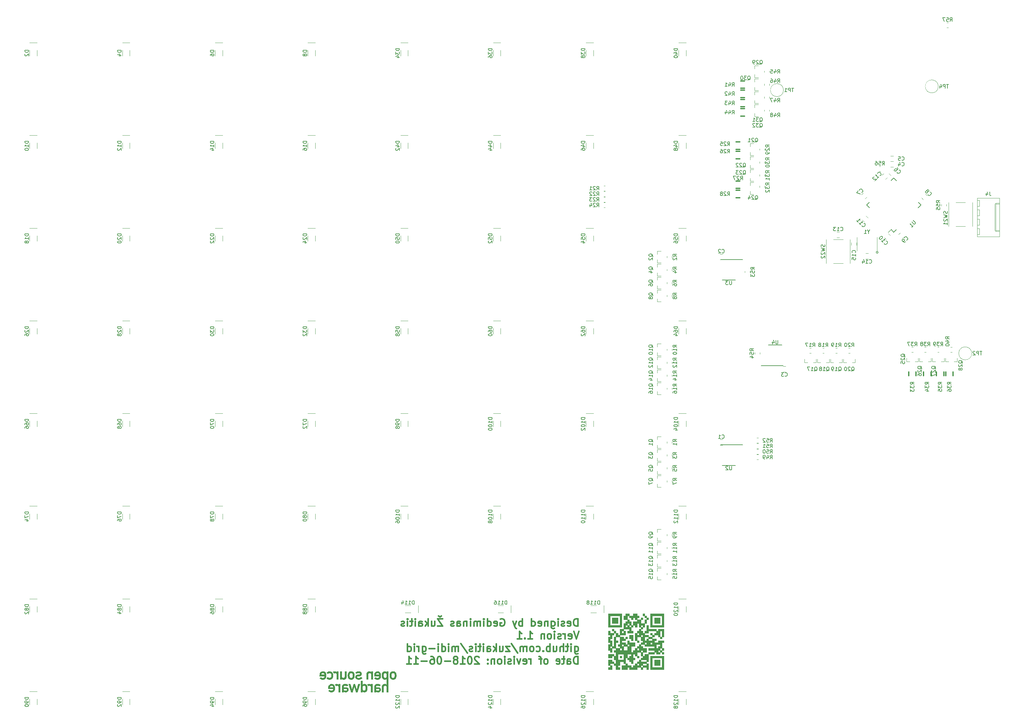
<source format=gbo>
G04 #@! TF.GenerationSoftware,KiCad,Pcbnew,5.1.4+dfsg1-1*
G04 #@! TF.CreationDate,2020-02-07T23:04:42+02:00*
G04 #@! TF.ProjectId,midi_grid,6d696469-5f67-4726-9964-2e6b69636164,1.0*
G04 #@! TF.SameCoordinates,Original*
G04 #@! TF.FileFunction,Legend,Bot*
G04 #@! TF.FilePolarity,Positive*
%FSLAX46Y46*%
G04 Gerber Fmt 4.6, Leading zero omitted, Abs format (unit mm)*
G04 Created by KiCad (PCBNEW 5.1.4+dfsg1-1) date 2020-02-07 23:04:42*
%MOMM*%
%LPD*%
G04 APERTURE LIST*
%ADD10C,0.400000*%
%ADD11C,0.010000*%
%ADD12C,0.120000*%
%ADD13C,0.300000*%
%ADD14C,0.150000*%
%ADD15C,0.200000*%
%ADD16C,2.000000*%
%ADD17O,2.200000X1.430000*%
%ADD18R,2.200000X1.430000*%
%ADD19O,2.400000X3.400000*%
%ADD20C,1.600000*%
%ADD21R,2.400000X3.400000*%
%ADD22O,3.400000X3.400000*%
%ADD23C,4.200000*%
%ADD24C,2.600000*%
%ADD25C,3.400000*%
%ADD26C,2.100000*%
%ADD27R,1.700000X1.950000*%
%ADD28C,4.400000*%
%ADD29R,2.100000X1.700000*%
%ADD30R,1.700000X2.100000*%
%ADD31R,0.900000X1.300000*%
%ADD32R,1.300000X0.900000*%
%ADD33R,1.150000X1.200000*%
%ADD34R,1.200000X1.150000*%
%ADD35C,1.150000*%
%ADD36C,0.100000*%
%ADD37R,1.300000X1.200000*%
%ADD38R,1.200000X1.300000*%
%ADD39R,1.300000X2.100000*%
%ADD40R,2.100000X1.300000*%
%ADD41O,2.200000X2.900000*%
%ADD42R,2.200000X2.900000*%
%ADD43R,1.900000X0.850000*%
%ADD44R,1.940000X2.200000*%
%ADD45R,3.000000X2.400000*%
%ADD46O,3.000000X2.400000*%
%ADD47C,1.850000*%
%ADD48O,2.400000X2.400000*%
%ADD49O,2.400000X2.300000*%
%ADD50C,0.650000*%
G04 APERTURE END LIST*
D10*
X224763809Y-210054761D02*
X224763809Y-208054761D01*
X224287619Y-208054761D01*
X224001904Y-208150000D01*
X223811428Y-208340476D01*
X223716190Y-208530952D01*
X223620952Y-208911904D01*
X223620952Y-209197619D01*
X223716190Y-209578571D01*
X223811428Y-209769047D01*
X224001904Y-209959523D01*
X224287619Y-210054761D01*
X224763809Y-210054761D01*
X222001904Y-209959523D02*
X222192380Y-210054761D01*
X222573333Y-210054761D01*
X222763809Y-209959523D01*
X222859047Y-209769047D01*
X222859047Y-209007142D01*
X222763809Y-208816666D01*
X222573333Y-208721428D01*
X222192380Y-208721428D01*
X222001904Y-208816666D01*
X221906666Y-209007142D01*
X221906666Y-209197619D01*
X222859047Y-209388095D01*
X221144761Y-209959523D02*
X220954285Y-210054761D01*
X220573333Y-210054761D01*
X220382857Y-209959523D01*
X220287619Y-209769047D01*
X220287619Y-209673809D01*
X220382857Y-209483333D01*
X220573333Y-209388095D01*
X220859047Y-209388095D01*
X221049523Y-209292857D01*
X221144761Y-209102380D01*
X221144761Y-209007142D01*
X221049523Y-208816666D01*
X220859047Y-208721428D01*
X220573333Y-208721428D01*
X220382857Y-208816666D01*
X219430476Y-210054761D02*
X219430476Y-208721428D01*
X219430476Y-208054761D02*
X219525714Y-208150000D01*
X219430476Y-208245238D01*
X219335238Y-208150000D01*
X219430476Y-208054761D01*
X219430476Y-208245238D01*
X217620952Y-208721428D02*
X217620952Y-210340476D01*
X217716190Y-210530952D01*
X217811428Y-210626190D01*
X218001904Y-210721428D01*
X218287619Y-210721428D01*
X218478095Y-210626190D01*
X217620952Y-209959523D02*
X217811428Y-210054761D01*
X218192380Y-210054761D01*
X218382857Y-209959523D01*
X218478095Y-209864285D01*
X218573333Y-209673809D01*
X218573333Y-209102380D01*
X218478095Y-208911904D01*
X218382857Y-208816666D01*
X218192380Y-208721428D01*
X217811428Y-208721428D01*
X217620952Y-208816666D01*
X216668571Y-208721428D02*
X216668571Y-210054761D01*
X216668571Y-208911904D02*
X216573333Y-208816666D01*
X216382857Y-208721428D01*
X216097142Y-208721428D01*
X215906666Y-208816666D01*
X215811428Y-209007142D01*
X215811428Y-210054761D01*
X214097142Y-209959523D02*
X214287619Y-210054761D01*
X214668571Y-210054761D01*
X214859047Y-209959523D01*
X214954285Y-209769047D01*
X214954285Y-209007142D01*
X214859047Y-208816666D01*
X214668571Y-208721428D01*
X214287619Y-208721428D01*
X214097142Y-208816666D01*
X214001904Y-209007142D01*
X214001904Y-209197619D01*
X214954285Y-209388095D01*
X212287619Y-210054761D02*
X212287619Y-208054761D01*
X212287619Y-209959523D02*
X212478095Y-210054761D01*
X212859047Y-210054761D01*
X213049523Y-209959523D01*
X213144761Y-209864285D01*
X213240000Y-209673809D01*
X213240000Y-209102380D01*
X213144761Y-208911904D01*
X213049523Y-208816666D01*
X212859047Y-208721428D01*
X212478095Y-208721428D01*
X212287619Y-208816666D01*
X209811428Y-210054761D02*
X209811428Y-208054761D01*
X209811428Y-208816666D02*
X209620952Y-208721428D01*
X209240000Y-208721428D01*
X209049523Y-208816666D01*
X208954285Y-208911904D01*
X208859047Y-209102380D01*
X208859047Y-209673809D01*
X208954285Y-209864285D01*
X209049523Y-209959523D01*
X209240000Y-210054761D01*
X209620952Y-210054761D01*
X209811428Y-209959523D01*
X208192380Y-208721428D02*
X207716190Y-210054761D01*
X207240000Y-208721428D02*
X207716190Y-210054761D01*
X207906666Y-210530952D01*
X208001904Y-210626190D01*
X208192380Y-210721428D01*
X203906666Y-208150000D02*
X204097142Y-208054761D01*
X204382857Y-208054761D01*
X204668571Y-208150000D01*
X204859047Y-208340476D01*
X204954285Y-208530952D01*
X205049523Y-208911904D01*
X205049523Y-209197619D01*
X204954285Y-209578571D01*
X204859047Y-209769047D01*
X204668571Y-209959523D01*
X204382857Y-210054761D01*
X204192380Y-210054761D01*
X203906666Y-209959523D01*
X203811428Y-209864285D01*
X203811428Y-209197619D01*
X204192380Y-209197619D01*
X202192380Y-209959523D02*
X202382857Y-210054761D01*
X202763809Y-210054761D01*
X202954285Y-209959523D01*
X203049523Y-209769047D01*
X203049523Y-209007142D01*
X202954285Y-208816666D01*
X202763809Y-208721428D01*
X202382857Y-208721428D01*
X202192380Y-208816666D01*
X202097142Y-209007142D01*
X202097142Y-209197619D01*
X203049523Y-209388095D01*
X200382857Y-210054761D02*
X200382857Y-208054761D01*
X200382857Y-209959523D02*
X200573333Y-210054761D01*
X200954285Y-210054761D01*
X201144761Y-209959523D01*
X201240000Y-209864285D01*
X201335238Y-209673809D01*
X201335238Y-209102380D01*
X201240000Y-208911904D01*
X201144761Y-208816666D01*
X200954285Y-208721428D01*
X200573333Y-208721428D01*
X200382857Y-208816666D01*
X199430476Y-210054761D02*
X199430476Y-208721428D01*
X199430476Y-208054761D02*
X199525714Y-208150000D01*
X199430476Y-208245238D01*
X199335238Y-208150000D01*
X199430476Y-208054761D01*
X199430476Y-208245238D01*
X198478095Y-210054761D02*
X198478095Y-208721428D01*
X198478095Y-208911904D02*
X198382857Y-208816666D01*
X198192380Y-208721428D01*
X197906666Y-208721428D01*
X197716190Y-208816666D01*
X197620952Y-209007142D01*
X197620952Y-210054761D01*
X197620952Y-209007142D02*
X197525714Y-208816666D01*
X197335238Y-208721428D01*
X197049523Y-208721428D01*
X196859047Y-208816666D01*
X196763809Y-209007142D01*
X196763809Y-210054761D01*
X195811428Y-210054761D02*
X195811428Y-208721428D01*
X195811428Y-208054761D02*
X195906666Y-208150000D01*
X195811428Y-208245238D01*
X195716190Y-208150000D01*
X195811428Y-208054761D01*
X195811428Y-208245238D01*
X194859047Y-208721428D02*
X194859047Y-210054761D01*
X194859047Y-208911904D02*
X194763809Y-208816666D01*
X194573333Y-208721428D01*
X194287619Y-208721428D01*
X194097142Y-208816666D01*
X194001904Y-209007142D01*
X194001904Y-210054761D01*
X192192380Y-210054761D02*
X192192380Y-209007142D01*
X192287619Y-208816666D01*
X192478095Y-208721428D01*
X192859047Y-208721428D01*
X193049523Y-208816666D01*
X192192380Y-209959523D02*
X192382857Y-210054761D01*
X192859047Y-210054761D01*
X193049523Y-209959523D01*
X193144761Y-209769047D01*
X193144761Y-209578571D01*
X193049523Y-209388095D01*
X192859047Y-209292857D01*
X192382857Y-209292857D01*
X192192380Y-209197619D01*
X191335238Y-209959523D02*
X191144761Y-210054761D01*
X190763809Y-210054761D01*
X190573333Y-209959523D01*
X190478095Y-209769047D01*
X190478095Y-209673809D01*
X190573333Y-209483333D01*
X190763809Y-209388095D01*
X191049523Y-209388095D01*
X191240000Y-209292857D01*
X191335238Y-209102380D01*
X191335238Y-209007142D01*
X191240000Y-208816666D01*
X191049523Y-208721428D01*
X190763809Y-208721428D01*
X190573333Y-208816666D01*
X188287619Y-208054761D02*
X186954285Y-208054761D01*
X188287619Y-210054761D01*
X186954285Y-210054761D01*
X188001904Y-207292857D02*
X187620952Y-207578571D01*
X187240000Y-207292857D01*
X185335238Y-208721428D02*
X185335238Y-210054761D01*
X186192380Y-208721428D02*
X186192380Y-209769047D01*
X186097142Y-209959523D01*
X185906666Y-210054761D01*
X185620952Y-210054761D01*
X185430476Y-209959523D01*
X185335238Y-209864285D01*
X184382857Y-210054761D02*
X184382857Y-208054761D01*
X184192380Y-209292857D02*
X183620952Y-210054761D01*
X183620952Y-208721428D02*
X184382857Y-209483333D01*
X181906666Y-210054761D02*
X181906666Y-209007142D01*
X182001904Y-208816666D01*
X182192380Y-208721428D01*
X182573333Y-208721428D01*
X182763809Y-208816666D01*
X181906666Y-209959523D02*
X182097142Y-210054761D01*
X182573333Y-210054761D01*
X182763809Y-209959523D01*
X182859047Y-209769047D01*
X182859047Y-209578571D01*
X182763809Y-209388095D01*
X182573333Y-209292857D01*
X182097142Y-209292857D01*
X181906666Y-209197619D01*
X180954285Y-210054761D02*
X180954285Y-208721428D01*
X180954285Y-208054761D02*
X181049523Y-208150000D01*
X180954285Y-208245238D01*
X180859047Y-208150000D01*
X180954285Y-208054761D01*
X180954285Y-208245238D01*
X180287619Y-208721428D02*
X179525714Y-208721428D01*
X180001904Y-208054761D02*
X180001904Y-209769047D01*
X179906666Y-209959523D01*
X179716190Y-210054761D01*
X179525714Y-210054761D01*
X178859047Y-210054761D02*
X178859047Y-208721428D01*
X178859047Y-208054761D02*
X178954285Y-208150000D01*
X178859047Y-208245238D01*
X178763809Y-208150000D01*
X178859047Y-208054761D01*
X178859047Y-208245238D01*
X178001904Y-209959523D02*
X177811428Y-210054761D01*
X177430476Y-210054761D01*
X177240000Y-209959523D01*
X177144761Y-209769047D01*
X177144761Y-209673809D01*
X177240000Y-209483333D01*
X177430476Y-209388095D01*
X177716190Y-209388095D01*
X177906666Y-209292857D01*
X178001904Y-209102380D01*
X178001904Y-209007142D01*
X177906666Y-208816666D01*
X177716190Y-208721428D01*
X177430476Y-208721428D01*
X177240000Y-208816666D01*
X225049523Y-211454761D02*
X224382857Y-213454761D01*
X223716190Y-211454761D01*
X222287619Y-213359523D02*
X222478095Y-213454761D01*
X222859047Y-213454761D01*
X223049523Y-213359523D01*
X223144761Y-213169047D01*
X223144761Y-212407142D01*
X223049523Y-212216666D01*
X222859047Y-212121428D01*
X222478095Y-212121428D01*
X222287619Y-212216666D01*
X222192380Y-212407142D01*
X222192380Y-212597619D01*
X223144761Y-212788095D01*
X221335238Y-213454761D02*
X221335238Y-212121428D01*
X221335238Y-212502380D02*
X221240000Y-212311904D01*
X221144761Y-212216666D01*
X220954285Y-212121428D01*
X220763809Y-212121428D01*
X220192380Y-213359523D02*
X220001904Y-213454761D01*
X219620952Y-213454761D01*
X219430476Y-213359523D01*
X219335238Y-213169047D01*
X219335238Y-213073809D01*
X219430476Y-212883333D01*
X219620952Y-212788095D01*
X219906666Y-212788095D01*
X220097142Y-212692857D01*
X220192380Y-212502380D01*
X220192380Y-212407142D01*
X220097142Y-212216666D01*
X219906666Y-212121428D01*
X219620952Y-212121428D01*
X219430476Y-212216666D01*
X218478095Y-213454761D02*
X218478095Y-212121428D01*
X218478095Y-211454761D02*
X218573333Y-211550000D01*
X218478095Y-211645238D01*
X218382857Y-211550000D01*
X218478095Y-211454761D01*
X218478095Y-211645238D01*
X217240000Y-213454761D02*
X217430476Y-213359523D01*
X217525714Y-213264285D01*
X217620952Y-213073809D01*
X217620952Y-212502380D01*
X217525714Y-212311904D01*
X217430476Y-212216666D01*
X217240000Y-212121428D01*
X216954285Y-212121428D01*
X216763809Y-212216666D01*
X216668571Y-212311904D01*
X216573333Y-212502380D01*
X216573333Y-213073809D01*
X216668571Y-213264285D01*
X216763809Y-213359523D01*
X216954285Y-213454761D01*
X217240000Y-213454761D01*
X215716190Y-212121428D02*
X215716190Y-213454761D01*
X215716190Y-212311904D02*
X215620952Y-212216666D01*
X215430476Y-212121428D01*
X215144761Y-212121428D01*
X214954285Y-212216666D01*
X214859047Y-212407142D01*
X214859047Y-213454761D01*
X211335238Y-213454761D02*
X212478095Y-213454761D01*
X211906666Y-213454761D02*
X211906666Y-211454761D01*
X212097142Y-211740476D01*
X212287619Y-211930952D01*
X212478095Y-212026190D01*
X210478095Y-213264285D02*
X210382857Y-213359523D01*
X210478095Y-213454761D01*
X210573333Y-213359523D01*
X210478095Y-213264285D01*
X210478095Y-213454761D01*
X208478095Y-213454761D02*
X209620952Y-213454761D01*
X209049523Y-213454761D02*
X209049523Y-211454761D01*
X209240000Y-211740476D01*
X209430476Y-211930952D01*
X209620952Y-212026190D01*
X223906666Y-215521428D02*
X223906666Y-217140476D01*
X224001904Y-217330952D01*
X224097142Y-217426190D01*
X224287619Y-217521428D01*
X224573333Y-217521428D01*
X224763809Y-217426190D01*
X223906666Y-216759523D02*
X224097142Y-216854761D01*
X224478095Y-216854761D01*
X224668571Y-216759523D01*
X224763809Y-216664285D01*
X224859047Y-216473809D01*
X224859047Y-215902380D01*
X224763809Y-215711904D01*
X224668571Y-215616666D01*
X224478095Y-215521428D01*
X224097142Y-215521428D01*
X223906666Y-215616666D01*
X222954285Y-216854761D02*
X222954285Y-215521428D01*
X222954285Y-214854761D02*
X223049523Y-214950000D01*
X222954285Y-215045238D01*
X222859047Y-214950000D01*
X222954285Y-214854761D01*
X222954285Y-215045238D01*
X222287619Y-215521428D02*
X221525714Y-215521428D01*
X222001904Y-214854761D02*
X222001904Y-216569047D01*
X221906666Y-216759523D01*
X221716190Y-216854761D01*
X221525714Y-216854761D01*
X220859047Y-216854761D02*
X220859047Y-214854761D01*
X220001904Y-216854761D02*
X220001904Y-215807142D01*
X220097142Y-215616666D01*
X220287619Y-215521428D01*
X220573333Y-215521428D01*
X220763809Y-215616666D01*
X220859047Y-215711904D01*
X218192380Y-215521428D02*
X218192380Y-216854761D01*
X219049523Y-215521428D02*
X219049523Y-216569047D01*
X218954285Y-216759523D01*
X218763809Y-216854761D01*
X218478095Y-216854761D01*
X218287619Y-216759523D01*
X218192380Y-216664285D01*
X217240000Y-216854761D02*
X217240000Y-214854761D01*
X217240000Y-215616666D02*
X217049523Y-215521428D01*
X216668571Y-215521428D01*
X216478095Y-215616666D01*
X216382857Y-215711904D01*
X216287619Y-215902380D01*
X216287619Y-216473809D01*
X216382857Y-216664285D01*
X216478095Y-216759523D01*
X216668571Y-216854761D01*
X217049523Y-216854761D01*
X217240000Y-216759523D01*
X215430476Y-216664285D02*
X215335238Y-216759523D01*
X215430476Y-216854761D01*
X215525714Y-216759523D01*
X215430476Y-216664285D01*
X215430476Y-216854761D01*
X213620952Y-216759523D02*
X213811428Y-216854761D01*
X214192380Y-216854761D01*
X214382857Y-216759523D01*
X214478095Y-216664285D01*
X214573333Y-216473809D01*
X214573333Y-215902380D01*
X214478095Y-215711904D01*
X214382857Y-215616666D01*
X214192380Y-215521428D01*
X213811428Y-215521428D01*
X213620952Y-215616666D01*
X212478095Y-216854761D02*
X212668571Y-216759523D01*
X212763809Y-216664285D01*
X212859047Y-216473809D01*
X212859047Y-215902380D01*
X212763809Y-215711904D01*
X212668571Y-215616666D01*
X212478095Y-215521428D01*
X212192380Y-215521428D01*
X212001904Y-215616666D01*
X211906666Y-215711904D01*
X211811428Y-215902380D01*
X211811428Y-216473809D01*
X211906666Y-216664285D01*
X212001904Y-216759523D01*
X212192380Y-216854761D01*
X212478095Y-216854761D01*
X210954285Y-216854761D02*
X210954285Y-215521428D01*
X210954285Y-215711904D02*
X210859047Y-215616666D01*
X210668571Y-215521428D01*
X210382857Y-215521428D01*
X210192380Y-215616666D01*
X210097142Y-215807142D01*
X210097142Y-216854761D01*
X210097142Y-215807142D02*
X210001904Y-215616666D01*
X209811428Y-215521428D01*
X209525714Y-215521428D01*
X209335238Y-215616666D01*
X209240000Y-215807142D01*
X209240000Y-216854761D01*
X206859047Y-214759523D02*
X208573333Y-217330952D01*
X206382857Y-215521428D02*
X205335238Y-215521428D01*
X206382857Y-216854761D01*
X205335238Y-216854761D01*
X203716190Y-215521428D02*
X203716190Y-216854761D01*
X204573333Y-215521428D02*
X204573333Y-216569047D01*
X204478095Y-216759523D01*
X204287619Y-216854761D01*
X204001904Y-216854761D01*
X203811428Y-216759523D01*
X203716190Y-216664285D01*
X202763809Y-216854761D02*
X202763809Y-214854761D01*
X202573333Y-216092857D02*
X202001904Y-216854761D01*
X202001904Y-215521428D02*
X202763809Y-216283333D01*
X200287619Y-216854761D02*
X200287619Y-215807142D01*
X200382857Y-215616666D01*
X200573333Y-215521428D01*
X200954285Y-215521428D01*
X201144761Y-215616666D01*
X200287619Y-216759523D02*
X200478095Y-216854761D01*
X200954285Y-216854761D01*
X201144761Y-216759523D01*
X201240000Y-216569047D01*
X201240000Y-216378571D01*
X201144761Y-216188095D01*
X200954285Y-216092857D01*
X200478095Y-216092857D01*
X200287619Y-215997619D01*
X199335238Y-216854761D02*
X199335238Y-215521428D01*
X199335238Y-214854761D02*
X199430476Y-214950000D01*
X199335238Y-215045238D01*
X199240000Y-214950000D01*
X199335238Y-214854761D01*
X199335238Y-215045238D01*
X198668571Y-215521428D02*
X197906666Y-215521428D01*
X198382857Y-214854761D02*
X198382857Y-216569047D01*
X198287619Y-216759523D01*
X198097142Y-216854761D01*
X197906666Y-216854761D01*
X197240000Y-216854761D02*
X197240000Y-215521428D01*
X197240000Y-214854761D02*
X197335238Y-214950000D01*
X197240000Y-215045238D01*
X197144761Y-214950000D01*
X197240000Y-214854761D01*
X197240000Y-215045238D01*
X196382857Y-216759523D02*
X196192380Y-216854761D01*
X195811428Y-216854761D01*
X195620952Y-216759523D01*
X195525714Y-216569047D01*
X195525714Y-216473809D01*
X195620952Y-216283333D01*
X195811428Y-216188095D01*
X196097142Y-216188095D01*
X196287619Y-216092857D01*
X196382857Y-215902380D01*
X196382857Y-215807142D01*
X196287619Y-215616666D01*
X196097142Y-215521428D01*
X195811428Y-215521428D01*
X195620952Y-215616666D01*
X193240000Y-214759523D02*
X194954285Y-217330952D01*
X192573333Y-216854761D02*
X192573333Y-215521428D01*
X192573333Y-215711904D02*
X192478095Y-215616666D01*
X192287619Y-215521428D01*
X192001904Y-215521428D01*
X191811428Y-215616666D01*
X191716190Y-215807142D01*
X191716190Y-216854761D01*
X191716190Y-215807142D02*
X191620952Y-215616666D01*
X191430476Y-215521428D01*
X191144761Y-215521428D01*
X190954285Y-215616666D01*
X190859047Y-215807142D01*
X190859047Y-216854761D01*
X189906666Y-216854761D02*
X189906666Y-215521428D01*
X189906666Y-214854761D02*
X190001904Y-214950000D01*
X189906666Y-215045238D01*
X189811428Y-214950000D01*
X189906666Y-214854761D01*
X189906666Y-215045238D01*
X188097142Y-216854761D02*
X188097142Y-214854761D01*
X188097142Y-216759523D02*
X188287619Y-216854761D01*
X188668571Y-216854761D01*
X188859047Y-216759523D01*
X188954285Y-216664285D01*
X189049523Y-216473809D01*
X189049523Y-215902380D01*
X188954285Y-215711904D01*
X188859047Y-215616666D01*
X188668571Y-215521428D01*
X188287619Y-215521428D01*
X188097142Y-215616666D01*
X187144761Y-216854761D02*
X187144761Y-215521428D01*
X187144761Y-214854761D02*
X187240000Y-214950000D01*
X187144761Y-215045238D01*
X187049523Y-214950000D01*
X187144761Y-214854761D01*
X187144761Y-215045238D01*
X186192380Y-216092857D02*
X184668571Y-216092857D01*
X182859047Y-215521428D02*
X182859047Y-217140476D01*
X182954285Y-217330952D01*
X183049523Y-217426190D01*
X183240000Y-217521428D01*
X183525714Y-217521428D01*
X183716190Y-217426190D01*
X182859047Y-216759523D02*
X183049523Y-216854761D01*
X183430476Y-216854761D01*
X183620952Y-216759523D01*
X183716190Y-216664285D01*
X183811428Y-216473809D01*
X183811428Y-215902380D01*
X183716190Y-215711904D01*
X183620952Y-215616666D01*
X183430476Y-215521428D01*
X183049523Y-215521428D01*
X182859047Y-215616666D01*
X181906666Y-216854761D02*
X181906666Y-215521428D01*
X181906666Y-215902380D02*
X181811428Y-215711904D01*
X181716190Y-215616666D01*
X181525714Y-215521428D01*
X181335238Y-215521428D01*
X180668571Y-216854761D02*
X180668571Y-215521428D01*
X180668571Y-214854761D02*
X180763809Y-214950000D01*
X180668571Y-215045238D01*
X180573333Y-214950000D01*
X180668571Y-214854761D01*
X180668571Y-215045238D01*
X178859047Y-216854761D02*
X178859047Y-214854761D01*
X178859047Y-216759523D02*
X179049523Y-216854761D01*
X179430476Y-216854761D01*
X179620952Y-216759523D01*
X179716190Y-216664285D01*
X179811428Y-216473809D01*
X179811428Y-215902380D01*
X179716190Y-215711904D01*
X179620952Y-215616666D01*
X179430476Y-215521428D01*
X179049523Y-215521428D01*
X178859047Y-215616666D01*
X224763809Y-220254761D02*
X224763809Y-218254761D01*
X224287619Y-218254761D01*
X224001904Y-218350000D01*
X223811428Y-218540476D01*
X223716190Y-218730952D01*
X223620952Y-219111904D01*
X223620952Y-219397619D01*
X223716190Y-219778571D01*
X223811428Y-219969047D01*
X224001904Y-220159523D01*
X224287619Y-220254761D01*
X224763809Y-220254761D01*
X221906666Y-220254761D02*
X221906666Y-219207142D01*
X222001904Y-219016666D01*
X222192380Y-218921428D01*
X222573333Y-218921428D01*
X222763809Y-219016666D01*
X221906666Y-220159523D02*
X222097142Y-220254761D01*
X222573333Y-220254761D01*
X222763809Y-220159523D01*
X222859047Y-219969047D01*
X222859047Y-219778571D01*
X222763809Y-219588095D01*
X222573333Y-219492857D01*
X222097142Y-219492857D01*
X221906666Y-219397619D01*
X221240000Y-218921428D02*
X220478095Y-218921428D01*
X220954285Y-218254761D02*
X220954285Y-219969047D01*
X220859047Y-220159523D01*
X220668571Y-220254761D01*
X220478095Y-220254761D01*
X219049523Y-220159523D02*
X219240000Y-220254761D01*
X219620952Y-220254761D01*
X219811428Y-220159523D01*
X219906666Y-219969047D01*
X219906666Y-219207142D01*
X219811428Y-219016666D01*
X219620952Y-218921428D01*
X219240000Y-218921428D01*
X219049523Y-219016666D01*
X218954285Y-219207142D01*
X218954285Y-219397619D01*
X219906666Y-219588095D01*
X216287619Y-220254761D02*
X216478095Y-220159523D01*
X216573333Y-220064285D01*
X216668571Y-219873809D01*
X216668571Y-219302380D01*
X216573333Y-219111904D01*
X216478095Y-219016666D01*
X216287619Y-218921428D01*
X216001904Y-218921428D01*
X215811428Y-219016666D01*
X215716190Y-219111904D01*
X215620952Y-219302380D01*
X215620952Y-219873809D01*
X215716190Y-220064285D01*
X215811428Y-220159523D01*
X216001904Y-220254761D01*
X216287619Y-220254761D01*
X215049523Y-218921428D02*
X214287619Y-218921428D01*
X214763809Y-220254761D02*
X214763809Y-218540476D01*
X214668571Y-218350000D01*
X214478095Y-218254761D01*
X214287619Y-218254761D01*
X212097142Y-220254761D02*
X212097142Y-218921428D01*
X212097142Y-219302380D02*
X212001904Y-219111904D01*
X211906666Y-219016666D01*
X211716190Y-218921428D01*
X211525714Y-218921428D01*
X210097142Y-220159523D02*
X210287619Y-220254761D01*
X210668571Y-220254761D01*
X210859047Y-220159523D01*
X210954285Y-219969047D01*
X210954285Y-219207142D01*
X210859047Y-219016666D01*
X210668571Y-218921428D01*
X210287619Y-218921428D01*
X210097142Y-219016666D01*
X210001904Y-219207142D01*
X210001904Y-219397619D01*
X210954285Y-219588095D01*
X209335238Y-218921428D02*
X208859047Y-220254761D01*
X208382857Y-218921428D01*
X207620952Y-220254761D02*
X207620952Y-218921428D01*
X207620952Y-218254761D02*
X207716190Y-218350000D01*
X207620952Y-218445238D01*
X207525714Y-218350000D01*
X207620952Y-218254761D01*
X207620952Y-218445238D01*
X206763809Y-220159523D02*
X206573333Y-220254761D01*
X206192380Y-220254761D01*
X206001904Y-220159523D01*
X205906666Y-219969047D01*
X205906666Y-219873809D01*
X206001904Y-219683333D01*
X206192380Y-219588095D01*
X206478095Y-219588095D01*
X206668571Y-219492857D01*
X206763809Y-219302380D01*
X206763809Y-219207142D01*
X206668571Y-219016666D01*
X206478095Y-218921428D01*
X206192380Y-218921428D01*
X206001904Y-219016666D01*
X205049523Y-220254761D02*
X205049523Y-218921428D01*
X205049523Y-218254761D02*
X205144761Y-218350000D01*
X205049523Y-218445238D01*
X204954285Y-218350000D01*
X205049523Y-218254761D01*
X205049523Y-218445238D01*
X203811428Y-220254761D02*
X204001904Y-220159523D01*
X204097142Y-220064285D01*
X204192380Y-219873809D01*
X204192380Y-219302380D01*
X204097142Y-219111904D01*
X204001904Y-219016666D01*
X203811428Y-218921428D01*
X203525714Y-218921428D01*
X203335238Y-219016666D01*
X203240000Y-219111904D01*
X203144761Y-219302380D01*
X203144761Y-219873809D01*
X203240000Y-220064285D01*
X203335238Y-220159523D01*
X203525714Y-220254761D01*
X203811428Y-220254761D01*
X202287619Y-218921428D02*
X202287619Y-220254761D01*
X202287619Y-219111904D02*
X202192380Y-219016666D01*
X202001904Y-218921428D01*
X201716190Y-218921428D01*
X201525714Y-219016666D01*
X201430476Y-219207142D01*
X201430476Y-220254761D01*
X200478095Y-220064285D02*
X200382857Y-220159523D01*
X200478095Y-220254761D01*
X200573333Y-220159523D01*
X200478095Y-220064285D01*
X200478095Y-220254761D01*
X200478095Y-219016666D02*
X200382857Y-219111904D01*
X200478095Y-219207142D01*
X200573333Y-219111904D01*
X200478095Y-219016666D01*
X200478095Y-219207142D01*
X198097142Y-218445238D02*
X198001904Y-218350000D01*
X197811428Y-218254761D01*
X197335238Y-218254761D01*
X197144761Y-218350000D01*
X197049523Y-218445238D01*
X196954285Y-218635714D01*
X196954285Y-218826190D01*
X197049523Y-219111904D01*
X198192380Y-220254761D01*
X196954285Y-220254761D01*
X195716190Y-218254761D02*
X195525714Y-218254761D01*
X195335238Y-218350000D01*
X195240000Y-218445238D01*
X195144761Y-218635714D01*
X195049523Y-219016666D01*
X195049523Y-219492857D01*
X195144761Y-219873809D01*
X195240000Y-220064285D01*
X195335238Y-220159523D01*
X195525714Y-220254761D01*
X195716190Y-220254761D01*
X195906666Y-220159523D01*
X196001904Y-220064285D01*
X196097142Y-219873809D01*
X196192380Y-219492857D01*
X196192380Y-219016666D01*
X196097142Y-218635714D01*
X196001904Y-218445238D01*
X195906666Y-218350000D01*
X195716190Y-218254761D01*
X193144761Y-220254761D02*
X194287619Y-220254761D01*
X193716190Y-220254761D02*
X193716190Y-218254761D01*
X193906666Y-218540476D01*
X194097142Y-218730952D01*
X194287619Y-218826190D01*
X192001904Y-219111904D02*
X192192380Y-219016666D01*
X192287619Y-218921428D01*
X192382857Y-218730952D01*
X192382857Y-218635714D01*
X192287619Y-218445238D01*
X192192380Y-218350000D01*
X192001904Y-218254761D01*
X191620952Y-218254761D01*
X191430476Y-218350000D01*
X191335238Y-218445238D01*
X191240000Y-218635714D01*
X191240000Y-218730952D01*
X191335238Y-218921428D01*
X191430476Y-219016666D01*
X191620952Y-219111904D01*
X192001904Y-219111904D01*
X192192380Y-219207142D01*
X192287619Y-219302380D01*
X192382857Y-219492857D01*
X192382857Y-219873809D01*
X192287619Y-220064285D01*
X192192380Y-220159523D01*
X192001904Y-220254761D01*
X191620952Y-220254761D01*
X191430476Y-220159523D01*
X191335238Y-220064285D01*
X191240000Y-219873809D01*
X191240000Y-219492857D01*
X191335238Y-219302380D01*
X191430476Y-219207142D01*
X191620952Y-219111904D01*
X190382857Y-219492857D02*
X188859047Y-219492857D01*
X187525714Y-218254761D02*
X187335238Y-218254761D01*
X187144761Y-218350000D01*
X187049523Y-218445238D01*
X186954285Y-218635714D01*
X186859047Y-219016666D01*
X186859047Y-219492857D01*
X186954285Y-219873809D01*
X187049523Y-220064285D01*
X187144761Y-220159523D01*
X187335238Y-220254761D01*
X187525714Y-220254761D01*
X187716190Y-220159523D01*
X187811428Y-220064285D01*
X187906666Y-219873809D01*
X188001904Y-219492857D01*
X188001904Y-219016666D01*
X187906666Y-218635714D01*
X187811428Y-218445238D01*
X187716190Y-218350000D01*
X187525714Y-218254761D01*
X185144761Y-218254761D02*
X185525714Y-218254761D01*
X185716190Y-218350000D01*
X185811428Y-218445238D01*
X186001904Y-218730952D01*
X186097142Y-219111904D01*
X186097142Y-219873809D01*
X186001904Y-220064285D01*
X185906666Y-220159523D01*
X185716190Y-220254761D01*
X185335238Y-220254761D01*
X185144761Y-220159523D01*
X185049523Y-220064285D01*
X184954285Y-219873809D01*
X184954285Y-219397619D01*
X185049523Y-219207142D01*
X185144761Y-219111904D01*
X185335238Y-219016666D01*
X185716190Y-219016666D01*
X185906666Y-219111904D01*
X186001904Y-219207142D01*
X186097142Y-219397619D01*
X184097142Y-219492857D02*
X182573333Y-219492857D01*
X180573333Y-220254761D02*
X181716190Y-220254761D01*
X181144761Y-220254761D02*
X181144761Y-218254761D01*
X181335238Y-218540476D01*
X181525714Y-218730952D01*
X181716190Y-218826190D01*
X178668571Y-220254761D02*
X179811428Y-220254761D01*
X179240000Y-220254761D02*
X179240000Y-218254761D01*
X179430476Y-218540476D01*
X179620952Y-218730952D01*
X179811428Y-218826190D01*
D11*
G36*
X234035928Y-209337305D02*
G01*
X235587306Y-209337305D01*
X235587306Y-207785928D01*
X234035928Y-207785928D01*
X234035928Y-209337305D01*
X234035928Y-209337305D01*
G37*
X234035928Y-209337305D02*
X235587306Y-209337305D01*
X235587306Y-207785928D01*
X234035928Y-207785928D01*
X234035928Y-209337305D01*
G36*
X245412695Y-209337305D02*
G01*
X246964072Y-209337305D01*
X246964072Y-207785928D01*
X245412695Y-207785928D01*
X245412695Y-209337305D01*
X245412695Y-209337305D01*
G37*
X245412695Y-209337305D02*
X246964072Y-209337305D01*
X246964072Y-207785928D01*
X245412695Y-207785928D01*
X245412695Y-209337305D01*
G36*
X244378443Y-212440060D02*
G01*
X244895569Y-212440060D01*
X244895569Y-211922934D01*
X244378443Y-211922934D01*
X244378443Y-212440060D01*
X244378443Y-212440060D01*
G37*
X244378443Y-212440060D02*
X244895569Y-212440060D01*
X244895569Y-211922934D01*
X244378443Y-211922934D01*
X244378443Y-212440060D01*
G36*
X236104431Y-218645569D02*
G01*
X236621557Y-218645569D01*
X236621557Y-218128443D01*
X236104431Y-218128443D01*
X236104431Y-218645569D01*
X236104431Y-218645569D01*
G37*
X236104431Y-218645569D02*
X236621557Y-218645569D01*
X236621557Y-218128443D01*
X236104431Y-218128443D01*
X236104431Y-218645569D01*
G36*
X239207186Y-210371557D02*
G01*
X239724312Y-210371557D01*
X239724312Y-209854431D01*
X239207186Y-209854431D01*
X239207186Y-210371557D01*
X239207186Y-210371557D01*
G37*
X239207186Y-210371557D02*
X239724312Y-210371557D01*
X239724312Y-209854431D01*
X239207186Y-209854431D01*
X239207186Y-210371557D01*
G36*
X237655809Y-213474311D02*
G01*
X238172934Y-213474311D01*
X238172934Y-212957185D01*
X237655809Y-212957185D01*
X237655809Y-213474311D01*
X237655809Y-213474311D01*
G37*
X237655809Y-213474311D02*
X238172934Y-213474311D01*
X238172934Y-212957185D01*
X237655809Y-212957185D01*
X237655809Y-213474311D01*
G36*
X238690060Y-213474311D02*
G01*
X239207186Y-213474311D01*
X239207186Y-213991437D01*
X239724312Y-213991437D01*
X239724312Y-212440060D01*
X238690060Y-212440060D01*
X238690060Y-213474311D01*
X238690060Y-213474311D01*
G37*
X238690060Y-213474311D02*
X239207186Y-213474311D01*
X239207186Y-213991437D01*
X239724312Y-213991437D01*
X239724312Y-212440060D01*
X238690060Y-212440060D01*
X238690060Y-213474311D01*
G36*
X240758563Y-214508563D02*
G01*
X241275689Y-214508563D01*
X241275689Y-213991437D01*
X240758563Y-213991437D01*
X240758563Y-214508563D01*
X240758563Y-214508563D01*
G37*
X240758563Y-214508563D02*
X241275689Y-214508563D01*
X241275689Y-213991437D01*
X240758563Y-213991437D01*
X240758563Y-214508563D01*
G36*
X241792815Y-218128443D02*
G01*
X242309940Y-218128443D01*
X242309940Y-217094191D01*
X241792815Y-217094191D01*
X241792815Y-218128443D01*
X241792815Y-218128443D01*
G37*
X241792815Y-218128443D02*
X242309940Y-218128443D01*
X242309940Y-217094191D01*
X241792815Y-217094191D01*
X241792815Y-218128443D01*
G36*
X240758563Y-218645569D02*
G01*
X241275689Y-218645569D01*
X241275689Y-218128443D01*
X240758563Y-218128443D01*
X240758563Y-218645569D01*
X240758563Y-218645569D01*
G37*
X240758563Y-218645569D02*
X241275689Y-218645569D01*
X241275689Y-218128443D01*
X240758563Y-218128443D01*
X240758563Y-218645569D01*
G36*
X245412695Y-220714072D02*
G01*
X246964072Y-220714072D01*
X246964072Y-219162694D01*
X245412695Y-219162694D01*
X245412695Y-220714072D01*
X245412695Y-220714072D01*
G37*
X245412695Y-220714072D02*
X246964072Y-220714072D01*
X246964072Y-219162694D01*
X245412695Y-219162694D01*
X245412695Y-220714072D01*
G36*
X233001677Y-210371557D02*
G01*
X236621557Y-210371557D01*
X236621557Y-207268802D01*
X236104431Y-207268802D01*
X236104431Y-209854431D01*
X233518803Y-209854431D01*
X233518803Y-207268802D01*
X236104431Y-207268802D01*
X236621557Y-207268802D01*
X236621557Y-206751677D01*
X233001677Y-206751677D01*
X233001677Y-210371557D01*
X233001677Y-210371557D01*
G37*
X233001677Y-210371557D02*
X236621557Y-210371557D01*
X236621557Y-207268802D01*
X236104431Y-207268802D01*
X236104431Y-209854431D01*
X233518803Y-209854431D01*
X233518803Y-207268802D01*
X236104431Y-207268802D01*
X236621557Y-207268802D01*
X236621557Y-206751677D01*
X233001677Y-206751677D01*
X233001677Y-210371557D01*
G36*
X244378443Y-210371557D02*
G01*
X247998323Y-210371557D01*
X247998323Y-207268802D01*
X247481198Y-207268802D01*
X247481198Y-209854431D01*
X244895569Y-209854431D01*
X244895569Y-207268802D01*
X247481198Y-207268802D01*
X247998323Y-207268802D01*
X247998323Y-206751677D01*
X244378443Y-206751677D01*
X244378443Y-210371557D01*
X244378443Y-210371557D01*
G37*
X244378443Y-210371557D02*
X247998323Y-210371557D01*
X247998323Y-207268802D01*
X247481198Y-207268802D01*
X247481198Y-209854431D01*
X244895569Y-209854431D01*
X244895569Y-207268802D01*
X247481198Y-207268802D01*
X247998323Y-207268802D01*
X247998323Y-206751677D01*
X244378443Y-206751677D01*
X244378443Y-210371557D01*
G36*
X234553054Y-211922934D02*
G01*
X233518803Y-211922934D01*
X233518803Y-211405808D01*
X233001677Y-211405808D01*
X233001677Y-212440060D01*
X233518803Y-212440060D01*
X233518803Y-212957185D01*
X233001677Y-212957185D01*
X233001677Y-214508563D01*
X233518803Y-214508563D01*
X233518803Y-215025688D01*
X233001677Y-215025688D01*
X233001677Y-216577066D01*
X233518803Y-216577066D01*
X233518803Y-217094191D01*
X234035928Y-217094191D01*
X234035928Y-216059940D01*
X233518803Y-216059940D01*
X233518803Y-215542814D01*
X234035928Y-215542814D01*
X234035928Y-216059940D01*
X235070180Y-216059940D01*
X235070180Y-216577066D01*
X234553054Y-216577066D01*
X234553054Y-217094191D01*
X235070180Y-217094191D01*
X235070180Y-218128443D01*
X234553054Y-218128443D01*
X234553054Y-219162694D01*
X235070180Y-219162694D01*
X235070180Y-220196946D01*
X234553054Y-220196946D01*
X234553054Y-220714072D01*
X235070180Y-220714072D01*
X235070180Y-221748323D01*
X236104431Y-221748323D01*
X236104431Y-221231197D01*
X235587306Y-221231197D01*
X235587306Y-220714072D01*
X236104431Y-220714072D01*
X236104431Y-219679820D01*
X237138683Y-219679820D01*
X237138683Y-220196946D01*
X237655809Y-220196946D01*
X237655809Y-218645569D01*
X238172934Y-218645569D01*
X238172934Y-219162694D01*
X238690060Y-219162694D01*
X238690060Y-219679820D01*
X239207186Y-219679820D01*
X239207186Y-220196946D01*
X239724312Y-220196946D01*
X239724312Y-219162694D01*
X240241437Y-219162694D01*
X240241437Y-218645569D01*
X239724312Y-218645569D01*
X239724312Y-217611317D01*
X239207186Y-217611317D01*
X239207186Y-218128443D01*
X238690060Y-218128443D01*
X238690060Y-218645569D01*
X238172934Y-218645569D01*
X238172934Y-217611317D01*
X237138683Y-217611317D01*
X237138683Y-219162694D01*
X235587306Y-219162694D01*
X235587306Y-217611317D01*
X237138683Y-217611317D01*
X238172934Y-217611317D01*
X239207186Y-217611317D01*
X239724312Y-217611317D01*
X240241437Y-217611317D01*
X240241437Y-218128443D01*
X240758563Y-218128443D01*
X240758563Y-217094191D01*
X241792815Y-217094191D01*
X241792815Y-216577066D01*
X242309940Y-216577066D01*
X242309940Y-217094191D01*
X243344192Y-217094191D01*
X243344192Y-216059940D01*
X242309940Y-216059940D01*
X241275689Y-216059940D01*
X241275689Y-216577066D01*
X240758563Y-216577066D01*
X240758563Y-216059940D01*
X241275689Y-216059940D01*
X242309940Y-216059940D01*
X242309940Y-215542814D01*
X241792815Y-215542814D01*
X241792815Y-215025688D01*
X241275689Y-215025688D01*
X241275689Y-215542814D01*
X240758563Y-215542814D01*
X240758563Y-216059940D01*
X240241437Y-216059940D01*
X240241437Y-216577066D01*
X239724312Y-216577066D01*
X239724312Y-217094191D01*
X239207186Y-217094191D01*
X239207186Y-215542814D01*
X240241437Y-215542814D01*
X240241437Y-215025688D01*
X238690060Y-215025688D01*
X238690060Y-215542814D01*
X238172934Y-215542814D01*
X238172934Y-216577066D01*
X237138683Y-216577066D01*
X237138683Y-216059940D01*
X236621557Y-216059940D01*
X236621557Y-216577066D01*
X236104431Y-216577066D01*
X236104431Y-216059940D01*
X236621557Y-216059940D01*
X237138683Y-216059940D01*
X237138683Y-215542814D01*
X238172934Y-215542814D01*
X238172934Y-215025688D01*
X238690060Y-215025688D01*
X240241437Y-215025688D01*
X240241437Y-214508563D01*
X238690060Y-214508563D01*
X238690060Y-213991437D01*
X238172934Y-213991437D01*
X238172934Y-215025688D01*
X237655809Y-215025688D01*
X237138683Y-215025688D01*
X237138683Y-215542814D01*
X236621557Y-215542814D01*
X236621557Y-215025688D01*
X237138683Y-215025688D01*
X237655809Y-215025688D01*
X237655809Y-214508563D01*
X236621557Y-214508563D01*
X236621557Y-213991437D01*
X237655809Y-213991437D01*
X237655809Y-213474311D01*
X237138683Y-213474311D01*
X237138683Y-212957185D01*
X236104431Y-212957185D01*
X236104431Y-215025688D01*
X235587306Y-215025688D01*
X235587306Y-215542814D01*
X236104431Y-215542814D01*
X236104431Y-216059940D01*
X235070180Y-216059940D01*
X235070180Y-214508563D01*
X235587306Y-214508563D01*
X235587306Y-213991437D01*
X235070180Y-213991437D01*
X235070180Y-212957185D01*
X236104431Y-212957185D01*
X236104431Y-212440060D01*
X235587306Y-212440060D01*
X235587306Y-211922934D01*
X235070180Y-211922934D01*
X235070180Y-212957185D01*
X234553054Y-212957185D01*
X234553054Y-215542814D01*
X234035928Y-215542814D01*
X234035928Y-213991437D01*
X233518803Y-213991437D01*
X233518803Y-213474311D01*
X234035928Y-213474311D01*
X234035928Y-212440060D01*
X234553054Y-212440060D01*
X234553054Y-211922934D01*
X235070180Y-211922934D01*
X235070180Y-211405808D01*
X234553054Y-211405808D01*
X234553054Y-211922934D01*
X234553054Y-211922934D01*
G37*
X234553054Y-211922934D02*
X233518803Y-211922934D01*
X233518803Y-211405808D01*
X233001677Y-211405808D01*
X233001677Y-212440060D01*
X233518803Y-212440060D01*
X233518803Y-212957185D01*
X233001677Y-212957185D01*
X233001677Y-214508563D01*
X233518803Y-214508563D01*
X233518803Y-215025688D01*
X233001677Y-215025688D01*
X233001677Y-216577066D01*
X233518803Y-216577066D01*
X233518803Y-217094191D01*
X234035928Y-217094191D01*
X234035928Y-216059940D01*
X233518803Y-216059940D01*
X233518803Y-215542814D01*
X234035928Y-215542814D01*
X234035928Y-216059940D01*
X235070180Y-216059940D01*
X235070180Y-216577066D01*
X234553054Y-216577066D01*
X234553054Y-217094191D01*
X235070180Y-217094191D01*
X235070180Y-218128443D01*
X234553054Y-218128443D01*
X234553054Y-219162694D01*
X235070180Y-219162694D01*
X235070180Y-220196946D01*
X234553054Y-220196946D01*
X234553054Y-220714072D01*
X235070180Y-220714072D01*
X235070180Y-221748323D01*
X236104431Y-221748323D01*
X236104431Y-221231197D01*
X235587306Y-221231197D01*
X235587306Y-220714072D01*
X236104431Y-220714072D01*
X236104431Y-219679820D01*
X237138683Y-219679820D01*
X237138683Y-220196946D01*
X237655809Y-220196946D01*
X237655809Y-218645569D01*
X238172934Y-218645569D01*
X238172934Y-219162694D01*
X238690060Y-219162694D01*
X238690060Y-219679820D01*
X239207186Y-219679820D01*
X239207186Y-220196946D01*
X239724312Y-220196946D01*
X239724312Y-219162694D01*
X240241437Y-219162694D01*
X240241437Y-218645569D01*
X239724312Y-218645569D01*
X239724312Y-217611317D01*
X239207186Y-217611317D01*
X239207186Y-218128443D01*
X238690060Y-218128443D01*
X238690060Y-218645569D01*
X238172934Y-218645569D01*
X238172934Y-217611317D01*
X237138683Y-217611317D01*
X237138683Y-219162694D01*
X235587306Y-219162694D01*
X235587306Y-217611317D01*
X237138683Y-217611317D01*
X238172934Y-217611317D01*
X239207186Y-217611317D01*
X239724312Y-217611317D01*
X240241437Y-217611317D01*
X240241437Y-218128443D01*
X240758563Y-218128443D01*
X240758563Y-217094191D01*
X241792815Y-217094191D01*
X241792815Y-216577066D01*
X242309940Y-216577066D01*
X242309940Y-217094191D01*
X243344192Y-217094191D01*
X243344192Y-216059940D01*
X242309940Y-216059940D01*
X241275689Y-216059940D01*
X241275689Y-216577066D01*
X240758563Y-216577066D01*
X240758563Y-216059940D01*
X241275689Y-216059940D01*
X242309940Y-216059940D01*
X242309940Y-215542814D01*
X241792815Y-215542814D01*
X241792815Y-215025688D01*
X241275689Y-215025688D01*
X241275689Y-215542814D01*
X240758563Y-215542814D01*
X240758563Y-216059940D01*
X240241437Y-216059940D01*
X240241437Y-216577066D01*
X239724312Y-216577066D01*
X239724312Y-217094191D01*
X239207186Y-217094191D01*
X239207186Y-215542814D01*
X240241437Y-215542814D01*
X240241437Y-215025688D01*
X238690060Y-215025688D01*
X238690060Y-215542814D01*
X238172934Y-215542814D01*
X238172934Y-216577066D01*
X237138683Y-216577066D01*
X237138683Y-216059940D01*
X236621557Y-216059940D01*
X236621557Y-216577066D01*
X236104431Y-216577066D01*
X236104431Y-216059940D01*
X236621557Y-216059940D01*
X237138683Y-216059940D01*
X237138683Y-215542814D01*
X238172934Y-215542814D01*
X238172934Y-215025688D01*
X238690060Y-215025688D01*
X240241437Y-215025688D01*
X240241437Y-214508563D01*
X238690060Y-214508563D01*
X238690060Y-213991437D01*
X238172934Y-213991437D01*
X238172934Y-215025688D01*
X237655809Y-215025688D01*
X237138683Y-215025688D01*
X237138683Y-215542814D01*
X236621557Y-215542814D01*
X236621557Y-215025688D01*
X237138683Y-215025688D01*
X237655809Y-215025688D01*
X237655809Y-214508563D01*
X236621557Y-214508563D01*
X236621557Y-213991437D01*
X237655809Y-213991437D01*
X237655809Y-213474311D01*
X237138683Y-213474311D01*
X237138683Y-212957185D01*
X236104431Y-212957185D01*
X236104431Y-215025688D01*
X235587306Y-215025688D01*
X235587306Y-215542814D01*
X236104431Y-215542814D01*
X236104431Y-216059940D01*
X235070180Y-216059940D01*
X235070180Y-214508563D01*
X235587306Y-214508563D01*
X235587306Y-213991437D01*
X235070180Y-213991437D01*
X235070180Y-212957185D01*
X236104431Y-212957185D01*
X236104431Y-212440060D01*
X235587306Y-212440060D01*
X235587306Y-211922934D01*
X235070180Y-211922934D01*
X235070180Y-212957185D01*
X234553054Y-212957185D01*
X234553054Y-215542814D01*
X234035928Y-215542814D01*
X234035928Y-213991437D01*
X233518803Y-213991437D01*
X233518803Y-213474311D01*
X234035928Y-213474311D01*
X234035928Y-212440060D01*
X234553054Y-212440060D01*
X234553054Y-211922934D01*
X235070180Y-211922934D01*
X235070180Y-211405808D01*
X234553054Y-211405808D01*
X234553054Y-211922934D01*
G36*
X240241437Y-211922934D02*
G01*
X240241437Y-213991437D01*
X240758563Y-213991437D01*
X240758563Y-212957185D01*
X241792815Y-212957185D01*
X241792815Y-213991437D01*
X242309940Y-213991437D01*
X242309940Y-214508563D01*
X241792815Y-214508563D01*
X241792815Y-215025688D01*
X242827066Y-215025688D01*
X242827066Y-215542814D01*
X245412695Y-215542814D01*
X245412695Y-216059940D01*
X243861318Y-216059940D01*
X243861318Y-216577066D01*
X245412695Y-216577066D01*
X245412695Y-217094191D01*
X245929821Y-217094191D01*
X245929821Y-217611317D01*
X246964072Y-217611317D01*
X246964072Y-217094191D01*
X246446946Y-217094191D01*
X246446946Y-216577066D01*
X246964072Y-216577066D01*
X246964072Y-217094191D01*
X247481198Y-217094191D01*
X247481198Y-216577066D01*
X247998323Y-216577066D01*
X247998323Y-216059940D01*
X247481198Y-216059940D01*
X247481198Y-216577066D01*
X246964072Y-216577066D01*
X246964072Y-216059940D01*
X247481198Y-216059940D01*
X247481198Y-215025688D01*
X246964072Y-215025688D01*
X246964072Y-215542814D01*
X246446946Y-215542814D01*
X246446946Y-216059940D01*
X245929821Y-216059940D01*
X245929821Y-215025688D01*
X246964072Y-215025688D01*
X247481198Y-215025688D01*
X247481198Y-214508563D01*
X247998323Y-214508563D01*
X247998323Y-213991437D01*
X246446946Y-213991437D01*
X246446946Y-214508563D01*
X245412695Y-214508563D01*
X244895569Y-214508563D01*
X244895569Y-215025688D01*
X244378443Y-215025688D01*
X244378443Y-214508563D01*
X243344192Y-214508563D01*
X243344192Y-215025688D01*
X242827066Y-215025688D01*
X242827066Y-214508563D01*
X243344192Y-214508563D01*
X244378443Y-214508563D01*
X244895569Y-214508563D01*
X245412695Y-214508563D01*
X245412695Y-213991437D01*
X245929821Y-213991437D01*
X245929821Y-213474311D01*
X244895569Y-213474311D01*
X244895569Y-213991437D01*
X243861318Y-213991437D01*
X243861318Y-213474311D01*
X244895569Y-213474311D01*
X244895569Y-212957185D01*
X243861318Y-212957185D01*
X243861318Y-213474311D01*
X243344192Y-213474311D01*
X243344192Y-213991437D01*
X242827066Y-213991437D01*
X242827066Y-212957185D01*
X243861318Y-212957185D01*
X243861318Y-212440060D01*
X242827066Y-212440060D01*
X242309940Y-212440060D01*
X242309940Y-212957185D01*
X241792815Y-212957185D01*
X241792815Y-212440060D01*
X242309940Y-212440060D01*
X242827066Y-212440060D01*
X242827066Y-211922934D01*
X242309940Y-211922934D01*
X241275689Y-211922934D01*
X241275689Y-212440060D01*
X240758563Y-212440060D01*
X240758563Y-211922934D01*
X241275689Y-211922934D01*
X242309940Y-211922934D01*
X242309940Y-211405808D01*
X241792815Y-211405808D01*
X241792815Y-210888682D01*
X241275689Y-210888682D01*
X241275689Y-211405808D01*
X240758563Y-211405808D01*
X240758563Y-211922934D01*
X240241437Y-211922934D01*
X240241437Y-211922934D01*
G37*
X240241437Y-211922934D02*
X240241437Y-213991437D01*
X240758563Y-213991437D01*
X240758563Y-212957185D01*
X241792815Y-212957185D01*
X241792815Y-213991437D01*
X242309940Y-213991437D01*
X242309940Y-214508563D01*
X241792815Y-214508563D01*
X241792815Y-215025688D01*
X242827066Y-215025688D01*
X242827066Y-215542814D01*
X245412695Y-215542814D01*
X245412695Y-216059940D01*
X243861318Y-216059940D01*
X243861318Y-216577066D01*
X245412695Y-216577066D01*
X245412695Y-217094191D01*
X245929821Y-217094191D01*
X245929821Y-217611317D01*
X246964072Y-217611317D01*
X246964072Y-217094191D01*
X246446946Y-217094191D01*
X246446946Y-216577066D01*
X246964072Y-216577066D01*
X246964072Y-217094191D01*
X247481198Y-217094191D01*
X247481198Y-216577066D01*
X247998323Y-216577066D01*
X247998323Y-216059940D01*
X247481198Y-216059940D01*
X247481198Y-216577066D01*
X246964072Y-216577066D01*
X246964072Y-216059940D01*
X247481198Y-216059940D01*
X247481198Y-215025688D01*
X246964072Y-215025688D01*
X246964072Y-215542814D01*
X246446946Y-215542814D01*
X246446946Y-216059940D01*
X245929821Y-216059940D01*
X245929821Y-215025688D01*
X246964072Y-215025688D01*
X247481198Y-215025688D01*
X247481198Y-214508563D01*
X247998323Y-214508563D01*
X247998323Y-213991437D01*
X246446946Y-213991437D01*
X246446946Y-214508563D01*
X245412695Y-214508563D01*
X244895569Y-214508563D01*
X244895569Y-215025688D01*
X244378443Y-215025688D01*
X244378443Y-214508563D01*
X243344192Y-214508563D01*
X243344192Y-215025688D01*
X242827066Y-215025688D01*
X242827066Y-214508563D01*
X243344192Y-214508563D01*
X244378443Y-214508563D01*
X244895569Y-214508563D01*
X245412695Y-214508563D01*
X245412695Y-213991437D01*
X245929821Y-213991437D01*
X245929821Y-213474311D01*
X244895569Y-213474311D01*
X244895569Y-213991437D01*
X243861318Y-213991437D01*
X243861318Y-213474311D01*
X244895569Y-213474311D01*
X244895569Y-212957185D01*
X243861318Y-212957185D01*
X243861318Y-213474311D01*
X243344192Y-213474311D01*
X243344192Y-213991437D01*
X242827066Y-213991437D01*
X242827066Y-212957185D01*
X243861318Y-212957185D01*
X243861318Y-212440060D01*
X242827066Y-212440060D01*
X242309940Y-212440060D01*
X242309940Y-212957185D01*
X241792815Y-212957185D01*
X241792815Y-212440060D01*
X242309940Y-212440060D01*
X242827066Y-212440060D01*
X242827066Y-211922934D01*
X242309940Y-211922934D01*
X241275689Y-211922934D01*
X241275689Y-212440060D01*
X240758563Y-212440060D01*
X240758563Y-211922934D01*
X241275689Y-211922934D01*
X242309940Y-211922934D01*
X242309940Y-211405808D01*
X241792815Y-211405808D01*
X241792815Y-210888682D01*
X241275689Y-210888682D01*
X241275689Y-211405808D01*
X240758563Y-211405808D01*
X240758563Y-211922934D01*
X240241437Y-211922934D01*
G36*
X242827066Y-217611317D02*
G01*
X242827066Y-218128443D01*
X242309940Y-218128443D01*
X242309940Y-218645569D01*
X241792815Y-218645569D01*
X241792815Y-219162694D01*
X241275689Y-219162694D01*
X241275689Y-219679820D01*
X240758563Y-219679820D01*
X240758563Y-220196946D01*
X240241437Y-220196946D01*
X240241437Y-220714072D01*
X239724312Y-220714072D01*
X239724312Y-221231197D01*
X239207186Y-221231197D01*
X239207186Y-220714072D01*
X238172934Y-220714072D01*
X238172934Y-220196946D01*
X237655809Y-220196946D01*
X237655809Y-220714072D01*
X236621557Y-220714072D01*
X236621557Y-221748323D01*
X238172934Y-221748323D01*
X238172934Y-221231197D01*
X238690060Y-221231197D01*
X238690060Y-221748323D01*
X240758563Y-221748323D01*
X240758563Y-221231197D01*
X241792815Y-221231197D01*
X241792815Y-221748323D01*
X242309940Y-221748323D01*
X242309940Y-221231197D01*
X241792815Y-221231197D01*
X241792815Y-220714072D01*
X242309940Y-220714072D01*
X242309940Y-221231197D01*
X243344192Y-221231197D01*
X243344192Y-221748323D01*
X243861318Y-221748323D01*
X243861318Y-220196946D01*
X243344192Y-220196946D01*
X243344192Y-220714072D01*
X242309940Y-220714072D01*
X242309940Y-220196946D01*
X241275689Y-220196946D01*
X241275689Y-220714072D01*
X240758563Y-220714072D01*
X240758563Y-220196946D01*
X241275689Y-220196946D01*
X242309940Y-220196946D01*
X243344192Y-220196946D01*
X243344192Y-219679820D01*
X243861318Y-219679820D01*
X243861318Y-219162694D01*
X243344192Y-219162694D01*
X243344192Y-219679820D01*
X241792815Y-219679820D01*
X241792815Y-219162694D01*
X243344192Y-219162694D01*
X243861318Y-219162694D01*
X243861318Y-217611317D01*
X242827066Y-217611317D01*
X242827066Y-217611317D01*
G37*
X242827066Y-217611317D02*
X242827066Y-218128443D01*
X242309940Y-218128443D01*
X242309940Y-218645569D01*
X241792815Y-218645569D01*
X241792815Y-219162694D01*
X241275689Y-219162694D01*
X241275689Y-219679820D01*
X240758563Y-219679820D01*
X240758563Y-220196946D01*
X240241437Y-220196946D01*
X240241437Y-220714072D01*
X239724312Y-220714072D01*
X239724312Y-221231197D01*
X239207186Y-221231197D01*
X239207186Y-220714072D01*
X238172934Y-220714072D01*
X238172934Y-220196946D01*
X237655809Y-220196946D01*
X237655809Y-220714072D01*
X236621557Y-220714072D01*
X236621557Y-221748323D01*
X238172934Y-221748323D01*
X238172934Y-221231197D01*
X238690060Y-221231197D01*
X238690060Y-221748323D01*
X240758563Y-221748323D01*
X240758563Y-221231197D01*
X241792815Y-221231197D01*
X241792815Y-221748323D01*
X242309940Y-221748323D01*
X242309940Y-221231197D01*
X241792815Y-221231197D01*
X241792815Y-220714072D01*
X242309940Y-220714072D01*
X242309940Y-221231197D01*
X243344192Y-221231197D01*
X243344192Y-221748323D01*
X243861318Y-221748323D01*
X243861318Y-220196946D01*
X243344192Y-220196946D01*
X243344192Y-220714072D01*
X242309940Y-220714072D01*
X242309940Y-220196946D01*
X241275689Y-220196946D01*
X241275689Y-220714072D01*
X240758563Y-220714072D01*
X240758563Y-220196946D01*
X241275689Y-220196946D01*
X242309940Y-220196946D01*
X243344192Y-220196946D01*
X243344192Y-219679820D01*
X243861318Y-219679820D01*
X243861318Y-219162694D01*
X243344192Y-219162694D01*
X243344192Y-219679820D01*
X241792815Y-219679820D01*
X241792815Y-219162694D01*
X243344192Y-219162694D01*
X243861318Y-219162694D01*
X243861318Y-217611317D01*
X242827066Y-217611317D01*
G36*
X234553054Y-210888682D02*
G01*
X234035928Y-210888682D01*
X234035928Y-211405808D01*
X234553054Y-211405808D01*
X234553054Y-210888682D01*
X234553054Y-210888682D01*
G37*
X234553054Y-210888682D02*
X234035928Y-210888682D01*
X234035928Y-211405808D01*
X234553054Y-211405808D01*
X234553054Y-210888682D01*
G36*
X245412695Y-217611317D02*
G01*
X245412695Y-217094191D01*
X243861318Y-217094191D01*
X243861318Y-217611317D01*
X245412695Y-217611317D01*
X245412695Y-217611317D01*
G37*
X245412695Y-217611317D02*
X245412695Y-217094191D01*
X243861318Y-217094191D01*
X243861318Y-217611317D01*
X245412695Y-217611317D01*
G36*
X233518803Y-220196946D02*
G01*
X234553054Y-220196946D01*
X234553054Y-219679820D01*
X234035928Y-219679820D01*
X234035928Y-219162694D01*
X233001677Y-219162694D01*
X233001677Y-220714072D01*
X233518803Y-220714072D01*
X233518803Y-220196946D01*
X233518803Y-220196946D01*
G37*
X233518803Y-220196946D02*
X234553054Y-220196946D01*
X234553054Y-219679820D01*
X234035928Y-219679820D01*
X234035928Y-219162694D01*
X233001677Y-219162694D01*
X233001677Y-220714072D01*
X233518803Y-220714072D01*
X233518803Y-220196946D01*
G36*
X234553054Y-217611317D02*
G01*
X233001677Y-217611317D01*
X233001677Y-218645569D01*
X234035928Y-218645569D01*
X234035928Y-218128443D01*
X234553054Y-218128443D01*
X234553054Y-217611317D01*
X234553054Y-217611317D01*
G37*
X234553054Y-217611317D02*
X233001677Y-217611317D01*
X233001677Y-218645569D01*
X234035928Y-218645569D01*
X234035928Y-218128443D01*
X234553054Y-218128443D01*
X234553054Y-217611317D01*
G36*
X233518803Y-221231197D02*
G01*
X233001677Y-221231197D01*
X233001677Y-221748323D01*
X234035928Y-221748323D01*
X234035928Y-220714072D01*
X233518803Y-220714072D01*
X233518803Y-221231197D01*
X233518803Y-221231197D01*
G37*
X233518803Y-221231197D02*
X233001677Y-221231197D01*
X233001677Y-221748323D01*
X234035928Y-221748323D01*
X234035928Y-220714072D01*
X233518803Y-220714072D01*
X233518803Y-221231197D01*
G36*
X247481198Y-217611317D02*
G01*
X247998323Y-217611317D01*
X247998323Y-217094191D01*
X247481198Y-217094191D01*
X247481198Y-217611317D01*
X247481198Y-217611317D01*
G37*
X247481198Y-217611317D02*
X247998323Y-217611317D01*
X247998323Y-217094191D01*
X247481198Y-217094191D01*
X247481198Y-217611317D01*
G36*
X240758563Y-208303054D02*
G01*
X240758563Y-208820179D01*
X239724312Y-208820179D01*
X239724312Y-209854431D01*
X240241437Y-209854431D01*
X240241437Y-210371557D01*
X240758563Y-210371557D01*
X240758563Y-209337305D01*
X241275689Y-209337305D01*
X241275689Y-210371557D01*
X241792815Y-210371557D01*
X241792815Y-209854431D01*
X242309940Y-209854431D01*
X242309940Y-210371557D01*
X242827066Y-210371557D01*
X242827066Y-209337305D01*
X241792815Y-209337305D01*
X241792815Y-208303054D01*
X240758563Y-208303054D01*
X240758563Y-208303054D01*
G37*
X240758563Y-208303054D02*
X240758563Y-208820179D01*
X239724312Y-208820179D01*
X239724312Y-209854431D01*
X240241437Y-209854431D01*
X240241437Y-210371557D01*
X240758563Y-210371557D01*
X240758563Y-209337305D01*
X241275689Y-209337305D01*
X241275689Y-210371557D01*
X241792815Y-210371557D01*
X241792815Y-209854431D01*
X242309940Y-209854431D01*
X242309940Y-210371557D01*
X242827066Y-210371557D01*
X242827066Y-209337305D01*
X241792815Y-209337305D01*
X241792815Y-208303054D01*
X240758563Y-208303054D01*
G36*
X245412695Y-212957185D02*
G01*
X245412695Y-212440060D01*
X244895569Y-212440060D01*
X244895569Y-212957185D01*
X245412695Y-212957185D01*
X245412695Y-212957185D01*
G37*
X245412695Y-212957185D02*
X245412695Y-212440060D01*
X244895569Y-212440060D01*
X244895569Y-212957185D01*
X245412695Y-212957185D01*
G36*
X239207186Y-209854431D02*
G01*
X239207186Y-209337305D01*
X238690060Y-209337305D01*
X238690060Y-209854431D01*
X238172934Y-209854431D01*
X238172934Y-210371557D01*
X237655809Y-210371557D01*
X237655809Y-209854431D01*
X238172934Y-209854431D01*
X238172934Y-209337305D01*
X238690060Y-209337305D01*
X239207186Y-209337305D01*
X239207186Y-208820179D01*
X238690060Y-208820179D01*
X238690060Y-208303054D01*
X238172934Y-208303054D01*
X238172934Y-208820179D01*
X237655809Y-208820179D01*
X237655809Y-209337305D01*
X237138683Y-209337305D01*
X237138683Y-210888682D01*
X238690060Y-210888682D01*
X238690060Y-211405808D01*
X238172934Y-211405808D01*
X238172934Y-211922934D01*
X239724312Y-211922934D01*
X239724312Y-211405808D01*
X239207186Y-211405808D01*
X239207186Y-210371557D01*
X238690060Y-210371557D01*
X238690060Y-209854431D01*
X239207186Y-209854431D01*
X239207186Y-209854431D01*
G37*
X239207186Y-209854431D02*
X239207186Y-209337305D01*
X238690060Y-209337305D01*
X238690060Y-209854431D01*
X238172934Y-209854431D01*
X238172934Y-210371557D01*
X237655809Y-210371557D01*
X237655809Y-209854431D01*
X238172934Y-209854431D01*
X238172934Y-209337305D01*
X238690060Y-209337305D01*
X239207186Y-209337305D01*
X239207186Y-208820179D01*
X238690060Y-208820179D01*
X238690060Y-208303054D01*
X238172934Y-208303054D01*
X238172934Y-208820179D01*
X237655809Y-208820179D01*
X237655809Y-209337305D01*
X237138683Y-209337305D01*
X237138683Y-210888682D01*
X238690060Y-210888682D01*
X238690060Y-211405808D01*
X238172934Y-211405808D01*
X238172934Y-211922934D01*
X239724312Y-211922934D01*
X239724312Y-211405808D01*
X239207186Y-211405808D01*
X239207186Y-210371557D01*
X238690060Y-210371557D01*
X238690060Y-209854431D01*
X239207186Y-209854431D01*
G36*
X238172934Y-207268802D02*
G01*
X238690060Y-207268802D01*
X238690060Y-206751677D01*
X237655809Y-206751677D01*
X237655809Y-207268802D01*
X237138683Y-207268802D01*
X237138683Y-208303054D01*
X238172934Y-208303054D01*
X238172934Y-207268802D01*
X238172934Y-207268802D01*
G37*
X238172934Y-207268802D02*
X238690060Y-207268802D01*
X238690060Y-206751677D01*
X237655809Y-206751677D01*
X237655809Y-207268802D01*
X237138683Y-207268802D01*
X237138683Y-208303054D01*
X238172934Y-208303054D01*
X238172934Y-207268802D01*
G36*
X238690060Y-207785928D02*
G01*
X239207186Y-207785928D01*
X239207186Y-208303054D01*
X239724312Y-208303054D01*
X239724312Y-207785928D01*
X240241437Y-207785928D01*
X240241437Y-208303054D01*
X240758563Y-208303054D01*
X240758563Y-207785928D01*
X241275689Y-207785928D01*
X241275689Y-207268802D01*
X240758563Y-207268802D01*
X240758563Y-206751677D01*
X239724312Y-206751677D01*
X239724312Y-207268802D01*
X238690060Y-207268802D01*
X238690060Y-207785928D01*
X238690060Y-207785928D01*
G37*
X238690060Y-207785928D02*
X239207186Y-207785928D01*
X239207186Y-208303054D01*
X239724312Y-208303054D01*
X239724312Y-207785928D01*
X240241437Y-207785928D01*
X240241437Y-208303054D01*
X240758563Y-208303054D01*
X240758563Y-207785928D01*
X241275689Y-207785928D01*
X241275689Y-207268802D01*
X240758563Y-207268802D01*
X240758563Y-206751677D01*
X239724312Y-206751677D01*
X239724312Y-207268802D01*
X238690060Y-207268802D01*
X238690060Y-207785928D01*
G36*
X242309940Y-208303054D02*
G01*
X242309940Y-207785928D01*
X241792815Y-207785928D01*
X241792815Y-208303054D01*
X242309940Y-208303054D01*
X242309940Y-208303054D01*
G37*
X242309940Y-208303054D02*
X242309940Y-207785928D01*
X241792815Y-207785928D01*
X241792815Y-208303054D01*
X242309940Y-208303054D01*
G36*
X245929821Y-210888682D02*
G01*
X243861318Y-210888682D01*
X243861318Y-209854431D01*
X243344192Y-209854431D01*
X243344192Y-211405808D01*
X242827066Y-211405808D01*
X242827066Y-211922934D01*
X243861318Y-211922934D01*
X243861318Y-211405808D01*
X245929821Y-211405808D01*
X245929821Y-210888682D01*
X245929821Y-210888682D01*
G37*
X245929821Y-210888682D02*
X243861318Y-210888682D01*
X243861318Y-209854431D01*
X243344192Y-209854431D01*
X243344192Y-211405808D01*
X242827066Y-211405808D01*
X242827066Y-211922934D01*
X243861318Y-211922934D01*
X243861318Y-211405808D01*
X245929821Y-211405808D01*
X245929821Y-210888682D01*
G36*
X242309940Y-210888682D02*
G01*
X242309940Y-210371557D01*
X241792815Y-210371557D01*
X241792815Y-210888682D01*
X242309940Y-210888682D01*
X242309940Y-210888682D01*
G37*
X242309940Y-210888682D02*
X242309940Y-210371557D01*
X241792815Y-210371557D01*
X241792815Y-210888682D01*
X242309940Y-210888682D01*
G36*
X243344192Y-209337305D02*
G01*
X243344192Y-208303054D01*
X242827066Y-208303054D01*
X242827066Y-209337305D01*
X243344192Y-209337305D01*
X243344192Y-209337305D01*
G37*
X243344192Y-209337305D02*
X243344192Y-208303054D01*
X242827066Y-208303054D01*
X242827066Y-209337305D01*
X243344192Y-209337305D01*
G36*
X243861318Y-208303054D02*
G01*
X243861318Y-207785928D01*
X243344192Y-207785928D01*
X243344192Y-208303054D01*
X243861318Y-208303054D01*
X243861318Y-208303054D01*
G37*
X243861318Y-208303054D02*
X243861318Y-207785928D01*
X243344192Y-207785928D01*
X243344192Y-208303054D01*
X243861318Y-208303054D01*
G36*
X243344192Y-207268802D02*
G01*
X242827066Y-207268802D01*
X242827066Y-207785928D01*
X243344192Y-207785928D01*
X243344192Y-207268802D01*
X243344192Y-207268802D01*
G37*
X243344192Y-207268802D02*
X242827066Y-207268802D01*
X242827066Y-207785928D01*
X243344192Y-207785928D01*
X243344192Y-207268802D01*
G36*
X242827066Y-206751677D02*
G01*
X242309940Y-206751677D01*
X242309940Y-207268802D01*
X242827066Y-207268802D01*
X242827066Y-206751677D01*
X242827066Y-206751677D01*
G37*
X242827066Y-206751677D02*
X242309940Y-206751677D01*
X242309940Y-207268802D01*
X242827066Y-207268802D01*
X242827066Y-206751677D01*
G36*
X237655809Y-212440060D02*
G01*
X237655809Y-211405808D01*
X237138683Y-211405808D01*
X237138683Y-211922934D01*
X236621557Y-211922934D01*
X236621557Y-211405808D01*
X237138683Y-211405808D01*
X237138683Y-210888682D01*
X236104431Y-210888682D01*
X236104431Y-212440060D01*
X237655809Y-212440060D01*
X237655809Y-212440060D01*
G37*
X237655809Y-212440060D02*
X237655809Y-211405808D01*
X237138683Y-211405808D01*
X237138683Y-211922934D01*
X236621557Y-211922934D01*
X236621557Y-211405808D01*
X237138683Y-211405808D01*
X237138683Y-210888682D01*
X236104431Y-210888682D01*
X236104431Y-212440060D01*
X237655809Y-212440060D01*
G36*
X245929821Y-211922934D02*
G01*
X245412695Y-211922934D01*
X245412695Y-212440060D01*
X246446946Y-212440060D01*
X246446946Y-212957185D01*
X246964072Y-212957185D01*
X246964072Y-213474311D01*
X247481198Y-213474311D01*
X247481198Y-212957185D01*
X247998323Y-212957185D01*
X247998323Y-211405808D01*
X247481198Y-211405808D01*
X247481198Y-212957185D01*
X246964072Y-212957185D01*
X246964072Y-211405808D01*
X247481198Y-211405808D01*
X247998323Y-211405808D01*
X247998323Y-210888682D01*
X246446946Y-210888682D01*
X246446946Y-211405808D01*
X245929821Y-211405808D01*
X245929821Y-211922934D01*
X245929821Y-211922934D01*
G37*
X245929821Y-211922934D02*
X245412695Y-211922934D01*
X245412695Y-212440060D01*
X246446946Y-212440060D01*
X246446946Y-212957185D01*
X246964072Y-212957185D01*
X246964072Y-213474311D01*
X247481198Y-213474311D01*
X247481198Y-212957185D01*
X247998323Y-212957185D01*
X247998323Y-211405808D01*
X247481198Y-211405808D01*
X247481198Y-212957185D01*
X246964072Y-212957185D01*
X246964072Y-211405808D01*
X247481198Y-211405808D01*
X247998323Y-211405808D01*
X247998323Y-210888682D01*
X246446946Y-210888682D01*
X246446946Y-211405808D01*
X245929821Y-211405808D01*
X245929821Y-211922934D01*
G36*
X244378443Y-221748323D02*
G01*
X247998323Y-221748323D01*
X247998323Y-218645569D01*
X247481198Y-218645569D01*
X247481198Y-221231197D01*
X244895569Y-221231197D01*
X244895569Y-218645569D01*
X247481198Y-218645569D01*
X247998323Y-218645569D01*
X247998323Y-218128443D01*
X244378443Y-218128443D01*
X244378443Y-221748323D01*
X244378443Y-221748323D01*
G37*
X244378443Y-221748323D02*
X247998323Y-221748323D01*
X247998323Y-218645569D01*
X247481198Y-218645569D01*
X247481198Y-221231197D01*
X244895569Y-221231197D01*
X244895569Y-218645569D01*
X247481198Y-218645569D01*
X247998323Y-218645569D01*
X247998323Y-218128443D01*
X244378443Y-218128443D01*
X244378443Y-221748323D01*
G36*
X170670417Y-225680045D02*
G01*
X170516390Y-225700914D01*
X170381736Y-225733644D01*
X170265732Y-225778725D01*
X170167651Y-225836652D01*
X170086769Y-225907914D01*
X170022360Y-225993006D01*
X169973701Y-226092418D01*
X169948866Y-226169858D01*
X169945089Y-226186506D01*
X169941798Y-226206909D01*
X169938946Y-226232781D01*
X169936485Y-226265836D01*
X169934370Y-226307787D01*
X169932552Y-226360348D01*
X169930986Y-226425232D01*
X169929624Y-226504154D01*
X169928419Y-226598826D01*
X169927324Y-226710963D01*
X169926293Y-226842278D01*
X169925278Y-226994484D01*
X169924986Y-227041659D01*
X169920119Y-227841182D01*
X170349091Y-227841182D01*
X170349091Y-227748818D01*
X170349632Y-227705922D01*
X170351071Y-227673621D01*
X170353130Y-227657380D01*
X170353794Y-227656454D01*
X170363486Y-227664059D01*
X170385467Y-227684414D01*
X170415807Y-227713832D01*
X170431726Y-227729628D01*
X170473954Y-227769454D01*
X170509823Y-227796374D01*
X170547273Y-227815610D01*
X170581880Y-227828371D01*
X170691687Y-227855652D01*
X170814837Y-227869961D01*
X170945250Y-227870821D01*
X171032464Y-227863776D01*
X171162657Y-227838727D01*
X171280210Y-227796240D01*
X171383895Y-227737687D01*
X171472483Y-227664444D01*
X171544746Y-227577884D01*
X171599455Y-227479382D01*
X171635382Y-227370312D01*
X171651298Y-227252048D01*
X171651055Y-227229497D01*
X171248073Y-227229497D01*
X171242863Y-227264819D01*
X171229804Y-227298158D01*
X171223660Y-227310091D01*
X171179644Y-227368103D01*
X171116251Y-227413935D01*
X171033899Y-227447295D01*
X171021807Y-227450705D01*
X170969988Y-227460193D01*
X170902323Y-227466177D01*
X170825080Y-227468740D01*
X170744527Y-227467966D01*
X170666934Y-227463938D01*
X170598569Y-227456740D01*
X170545700Y-227446454D01*
X170538292Y-227444274D01*
X170474943Y-227417712D01*
X170428991Y-227382040D01*
X170395314Y-227333256D01*
X170394699Y-227332057D01*
X170377826Y-227285876D01*
X170364288Y-227223104D01*
X170354976Y-227150112D01*
X170350778Y-227073269D01*
X170351324Y-227021454D01*
X170354863Y-226934863D01*
X170626181Y-226931648D01*
X170740598Y-226931023D01*
X170834994Y-226932328D01*
X170912386Y-226935873D01*
X170975786Y-226941970D01*
X171028211Y-226950927D01*
X171072673Y-226963055D01*
X171112187Y-226978665D01*
X171120338Y-226982511D01*
X171178699Y-227019710D01*
X171218079Y-227066986D01*
X171240513Y-227127529D01*
X171247351Y-227181815D01*
X171248073Y-227229497D01*
X171651055Y-227229497D01*
X171650438Y-227172517D01*
X171632244Y-227052590D01*
X171594611Y-226942959D01*
X171538627Y-226845319D01*
X171465377Y-226761367D01*
X171375948Y-226692798D01*
X171325165Y-226664645D01*
X171285663Y-226645704D01*
X171249789Y-226630269D01*
X171214589Y-226617944D01*
X171177112Y-226608336D01*
X171134405Y-226601049D01*
X171083514Y-226595691D01*
X171021488Y-226591867D01*
X170945373Y-226589182D01*
X170852216Y-226587242D01*
X170739066Y-226585654D01*
X170732977Y-226585578D01*
X170349091Y-226580837D01*
X170349091Y-226461123D01*
X170350834Y-226376804D01*
X170356776Y-226311170D01*
X170367986Y-226260027D01*
X170385533Y-226219183D01*
X170410486Y-226184444D01*
X170423044Y-226171054D01*
X170457665Y-226140660D01*
X170495451Y-226117592D01*
X170540055Y-226100957D01*
X170595133Y-226089864D01*
X170664338Y-226083417D01*
X170751325Y-226080726D01*
X170793591Y-226080500D01*
X170884460Y-226081692D01*
X170956343Y-226085992D01*
X171013253Y-226094483D01*
X171059206Y-226108248D01*
X171098217Y-226128369D01*
X171134299Y-226155931D01*
X171158763Y-226179027D01*
X171213555Y-226233819D01*
X171375419Y-226110978D01*
X171427873Y-226070663D01*
X171473294Y-226034787D01*
X171508707Y-226005778D01*
X171531138Y-225986066D01*
X171537778Y-225978408D01*
X171529651Y-225962538D01*
X171507011Y-225936612D01*
X171473939Y-225904264D01*
X171434516Y-225869133D01*
X171392820Y-225834853D01*
X171352934Y-225805060D01*
X171318937Y-225783390D01*
X171318909Y-225783375D01*
X171206878Y-225733514D01*
X171079177Y-225698310D01*
X170938299Y-225678159D01*
X170786737Y-225673458D01*
X170670417Y-225680045D01*
X170670417Y-225680045D01*
G37*
X170670417Y-225680045D02*
X170516390Y-225700914D01*
X170381736Y-225733644D01*
X170265732Y-225778725D01*
X170167651Y-225836652D01*
X170086769Y-225907914D01*
X170022360Y-225993006D01*
X169973701Y-226092418D01*
X169948866Y-226169858D01*
X169945089Y-226186506D01*
X169941798Y-226206909D01*
X169938946Y-226232781D01*
X169936485Y-226265836D01*
X169934370Y-226307787D01*
X169932552Y-226360348D01*
X169930986Y-226425232D01*
X169929624Y-226504154D01*
X169928419Y-226598826D01*
X169927324Y-226710963D01*
X169926293Y-226842278D01*
X169925278Y-226994484D01*
X169924986Y-227041659D01*
X169920119Y-227841182D01*
X170349091Y-227841182D01*
X170349091Y-227748818D01*
X170349632Y-227705922D01*
X170351071Y-227673621D01*
X170353130Y-227657380D01*
X170353794Y-227656454D01*
X170363486Y-227664059D01*
X170385467Y-227684414D01*
X170415807Y-227713832D01*
X170431726Y-227729628D01*
X170473954Y-227769454D01*
X170509823Y-227796374D01*
X170547273Y-227815610D01*
X170581880Y-227828371D01*
X170691687Y-227855652D01*
X170814837Y-227869961D01*
X170945250Y-227870821D01*
X171032464Y-227863776D01*
X171162657Y-227838727D01*
X171280210Y-227796240D01*
X171383895Y-227737687D01*
X171472483Y-227664444D01*
X171544746Y-227577884D01*
X171599455Y-227479382D01*
X171635382Y-227370312D01*
X171651298Y-227252048D01*
X171651055Y-227229497D01*
X171248073Y-227229497D01*
X171242863Y-227264819D01*
X171229804Y-227298158D01*
X171223660Y-227310091D01*
X171179644Y-227368103D01*
X171116251Y-227413935D01*
X171033899Y-227447295D01*
X171021807Y-227450705D01*
X170969988Y-227460193D01*
X170902323Y-227466177D01*
X170825080Y-227468740D01*
X170744527Y-227467966D01*
X170666934Y-227463938D01*
X170598569Y-227456740D01*
X170545700Y-227446454D01*
X170538292Y-227444274D01*
X170474943Y-227417712D01*
X170428991Y-227382040D01*
X170395314Y-227333256D01*
X170394699Y-227332057D01*
X170377826Y-227285876D01*
X170364288Y-227223104D01*
X170354976Y-227150112D01*
X170350778Y-227073269D01*
X170351324Y-227021454D01*
X170354863Y-226934863D01*
X170626181Y-226931648D01*
X170740598Y-226931023D01*
X170834994Y-226932328D01*
X170912386Y-226935873D01*
X170975786Y-226941970D01*
X171028211Y-226950927D01*
X171072673Y-226963055D01*
X171112187Y-226978665D01*
X171120338Y-226982511D01*
X171178699Y-227019710D01*
X171218079Y-227066986D01*
X171240513Y-227127529D01*
X171247351Y-227181815D01*
X171248073Y-227229497D01*
X171651055Y-227229497D01*
X171650438Y-227172517D01*
X171632244Y-227052590D01*
X171594611Y-226942959D01*
X171538627Y-226845319D01*
X171465377Y-226761367D01*
X171375948Y-226692798D01*
X171325165Y-226664645D01*
X171285663Y-226645704D01*
X171249789Y-226630269D01*
X171214589Y-226617944D01*
X171177112Y-226608336D01*
X171134405Y-226601049D01*
X171083514Y-226595691D01*
X171021488Y-226591867D01*
X170945373Y-226589182D01*
X170852216Y-226587242D01*
X170739066Y-226585654D01*
X170732977Y-226585578D01*
X170349091Y-226580837D01*
X170349091Y-226461123D01*
X170350834Y-226376804D01*
X170356776Y-226311170D01*
X170367986Y-226260027D01*
X170385533Y-226219183D01*
X170410486Y-226184444D01*
X170423044Y-226171054D01*
X170457665Y-226140660D01*
X170495451Y-226117592D01*
X170540055Y-226100957D01*
X170595133Y-226089864D01*
X170664338Y-226083417D01*
X170751325Y-226080726D01*
X170793591Y-226080500D01*
X170884460Y-226081692D01*
X170956343Y-226085992D01*
X171013253Y-226094483D01*
X171059206Y-226108248D01*
X171098217Y-226128369D01*
X171134299Y-226155931D01*
X171158763Y-226179027D01*
X171213555Y-226233819D01*
X171375419Y-226110978D01*
X171427873Y-226070663D01*
X171473294Y-226034787D01*
X171508707Y-226005778D01*
X171531138Y-225986066D01*
X171537778Y-225978408D01*
X171529651Y-225962538D01*
X171507011Y-225936612D01*
X171473939Y-225904264D01*
X171434516Y-225869133D01*
X171392820Y-225834853D01*
X171352934Y-225805060D01*
X171318937Y-225783390D01*
X171318909Y-225783375D01*
X171206878Y-225733514D01*
X171079177Y-225698310D01*
X170938299Y-225678159D01*
X170786737Y-225673458D01*
X170670417Y-225680045D01*
G36*
X166262000Y-227841182D02*
G01*
X166689181Y-227841182D01*
X166689181Y-227619971D01*
X166755568Y-227679383D01*
X166855002Y-227753500D01*
X166966910Y-227810719D01*
X167087032Y-227849748D01*
X167211110Y-227869297D01*
X167334884Y-227868078D01*
X167365961Y-227864278D01*
X167488952Y-227835016D01*
X167602431Y-227784738D01*
X167706128Y-227713587D01*
X167780227Y-227643498D01*
X167826767Y-227589967D01*
X167864807Y-227537251D01*
X167895356Y-227482071D01*
X167919426Y-227421149D01*
X167938027Y-227351206D01*
X167952170Y-227268963D01*
X167962865Y-227171142D01*
X167971123Y-227054464D01*
X167973156Y-227017594D01*
X167978588Y-226891284D01*
X167980309Y-226793937D01*
X167549799Y-226793937D01*
X167548445Y-226882774D01*
X167545233Y-226965678D01*
X167540163Y-227037827D01*
X167533237Y-227094395D01*
X167528714Y-227116807D01*
X167494806Y-227219075D01*
X167448853Y-227301735D01*
X167390301Y-227365210D01*
X167318596Y-227409921D01*
X167233185Y-227436288D01*
X167133513Y-227444734D01*
X167099045Y-227443748D01*
X167045544Y-227438649D01*
X166992375Y-227429842D01*
X166950640Y-227419187D01*
X166949052Y-227418638D01*
X166878212Y-227381673D01*
X166817298Y-227324626D01*
X166767111Y-227248629D01*
X166728450Y-227154812D01*
X166708683Y-227079182D01*
X166703482Y-227040555D01*
X166699574Y-226983759D01*
X166696943Y-226913527D01*
X166695570Y-226834589D01*
X166695439Y-226751678D01*
X166696531Y-226669526D01*
X166698829Y-226592864D01*
X166702317Y-226526424D01*
X166706975Y-226474938D01*
X166711006Y-226449954D01*
X166743436Y-226344452D01*
X166789561Y-226257084D01*
X166849179Y-226188139D01*
X166922084Y-226137904D01*
X166937409Y-226130504D01*
X166967950Y-226118312D01*
X166999071Y-226110503D01*
X167037177Y-226106163D01*
X167088674Y-226104380D01*
X167122136Y-226104160D01*
X167181236Y-226104694D01*
X167223828Y-226107151D01*
X167256478Y-226112544D01*
X167285750Y-226121889D01*
X167312706Y-226133616D01*
X167383448Y-226176117D01*
X167440305Y-226232284D01*
X167485024Y-226304511D01*
X167519350Y-226395188D01*
X167528714Y-226429647D01*
X167536645Y-226475771D01*
X167542720Y-226540087D01*
X167546937Y-226617769D01*
X167549297Y-226703995D01*
X167549799Y-226793937D01*
X167980309Y-226793937D01*
X167980603Y-226777369D01*
X167979203Y-226665406D01*
X167974387Y-226544952D01*
X167973134Y-226521140D01*
X167965168Y-226399274D01*
X167954969Y-226297128D01*
X167941465Y-226211359D01*
X167923584Y-226138626D01*
X167900255Y-226075586D01*
X167870405Y-226018898D01*
X167832963Y-225965220D01*
X167786858Y-225911208D01*
X167772660Y-225896004D01*
X167686744Y-225816655D01*
X167596348Y-225756826D01*
X167496906Y-225714239D01*
X167383851Y-225686616D01*
X167339563Y-225679976D01*
X167216574Y-225675526D01*
X167094901Y-225693440D01*
X166976684Y-225733005D01*
X166864059Y-225793508D01*
X166760627Y-225872920D01*
X166730563Y-225899084D01*
X166707354Y-225917683D01*
X166696144Y-225924636D01*
X166694747Y-225913464D01*
X166693443Y-225881445D01*
X166692262Y-225830820D01*
X166691231Y-225763832D01*
X166690378Y-225682725D01*
X166689734Y-225589740D01*
X166689326Y-225487121D01*
X166689182Y-225377111D01*
X166689181Y-225376227D01*
X166689181Y-224827818D01*
X166262000Y-224827818D01*
X166262000Y-227841182D01*
X166262000Y-227841182D01*
G37*
X166262000Y-227841182D02*
X166689181Y-227841182D01*
X166689181Y-227619971D01*
X166755568Y-227679383D01*
X166855002Y-227753500D01*
X166966910Y-227810719D01*
X167087032Y-227849748D01*
X167211110Y-227869297D01*
X167334884Y-227868078D01*
X167365961Y-227864278D01*
X167488952Y-227835016D01*
X167602431Y-227784738D01*
X167706128Y-227713587D01*
X167780227Y-227643498D01*
X167826767Y-227589967D01*
X167864807Y-227537251D01*
X167895356Y-227482071D01*
X167919426Y-227421149D01*
X167938027Y-227351206D01*
X167952170Y-227268963D01*
X167962865Y-227171142D01*
X167971123Y-227054464D01*
X167973156Y-227017594D01*
X167978588Y-226891284D01*
X167980309Y-226793937D01*
X167549799Y-226793937D01*
X167548445Y-226882774D01*
X167545233Y-226965678D01*
X167540163Y-227037827D01*
X167533237Y-227094395D01*
X167528714Y-227116807D01*
X167494806Y-227219075D01*
X167448853Y-227301735D01*
X167390301Y-227365210D01*
X167318596Y-227409921D01*
X167233185Y-227436288D01*
X167133513Y-227444734D01*
X167099045Y-227443748D01*
X167045544Y-227438649D01*
X166992375Y-227429842D01*
X166950640Y-227419187D01*
X166949052Y-227418638D01*
X166878212Y-227381673D01*
X166817298Y-227324626D01*
X166767111Y-227248629D01*
X166728450Y-227154812D01*
X166708683Y-227079182D01*
X166703482Y-227040555D01*
X166699574Y-226983759D01*
X166696943Y-226913527D01*
X166695570Y-226834589D01*
X166695439Y-226751678D01*
X166696531Y-226669526D01*
X166698829Y-226592864D01*
X166702317Y-226526424D01*
X166706975Y-226474938D01*
X166711006Y-226449954D01*
X166743436Y-226344452D01*
X166789561Y-226257084D01*
X166849179Y-226188139D01*
X166922084Y-226137904D01*
X166937409Y-226130504D01*
X166967950Y-226118312D01*
X166999071Y-226110503D01*
X167037177Y-226106163D01*
X167088674Y-226104380D01*
X167122136Y-226104160D01*
X167181236Y-226104694D01*
X167223828Y-226107151D01*
X167256478Y-226112544D01*
X167285750Y-226121889D01*
X167312706Y-226133616D01*
X167383448Y-226176117D01*
X167440305Y-226232284D01*
X167485024Y-226304511D01*
X167519350Y-226395188D01*
X167528714Y-226429647D01*
X167536645Y-226475771D01*
X167542720Y-226540087D01*
X167546937Y-226617769D01*
X167549297Y-226703995D01*
X167549799Y-226793937D01*
X167980309Y-226793937D01*
X167980603Y-226777369D01*
X167979203Y-226665406D01*
X167974387Y-226544952D01*
X167973134Y-226521140D01*
X167965168Y-226399274D01*
X167954969Y-226297128D01*
X167941465Y-226211359D01*
X167923584Y-226138626D01*
X167900255Y-226075586D01*
X167870405Y-226018898D01*
X167832963Y-225965220D01*
X167786858Y-225911208D01*
X167772660Y-225896004D01*
X167686744Y-225816655D01*
X167596348Y-225756826D01*
X167496906Y-225714239D01*
X167383851Y-225686616D01*
X167339563Y-225679976D01*
X167216574Y-225675526D01*
X167094901Y-225693440D01*
X166976684Y-225733005D01*
X166864059Y-225793508D01*
X166760627Y-225872920D01*
X166730563Y-225899084D01*
X166707354Y-225917683D01*
X166696144Y-225924636D01*
X166694747Y-225913464D01*
X166693443Y-225881445D01*
X166692262Y-225830820D01*
X166691231Y-225763832D01*
X166690378Y-225682725D01*
X166689734Y-225589740D01*
X166689326Y-225487121D01*
X166689182Y-225377111D01*
X166689181Y-225376227D01*
X166689181Y-224827818D01*
X166262000Y-224827818D01*
X166262000Y-227841182D01*
G36*
X161967563Y-225678829D02*
G01*
X161953598Y-225680045D01*
X161799801Y-225700846D01*
X161665393Y-225733429D01*
X161549605Y-225778316D01*
X161451667Y-225836030D01*
X161370811Y-225907092D01*
X161306265Y-225992025D01*
X161257261Y-226091352D01*
X161231757Y-226169858D01*
X161227934Y-226186292D01*
X161224610Y-226206131D01*
X161221738Y-226231097D01*
X161219270Y-226262913D01*
X161217162Y-226303299D01*
X161215365Y-226353979D01*
X161213833Y-226416674D01*
X161212520Y-226493106D01*
X161211378Y-226584997D01*
X161210361Y-226694069D01*
X161209423Y-226822044D01*
X161208517Y-226970644D01*
X161208123Y-227041659D01*
X161203793Y-227841182D01*
X161632272Y-227841182D01*
X161632272Y-227748818D01*
X161633430Y-227705926D01*
X161636506Y-227673627D01*
X161640907Y-227657382D01*
X161642330Y-227656454D01*
X161654693Y-227665120D01*
X161672945Y-227686661D01*
X161678164Y-227693977D01*
X161731390Y-227751746D01*
X161803274Y-227798984D01*
X161891635Y-227835107D01*
X161994293Y-227859531D01*
X162109068Y-227871673D01*
X162233780Y-227870950D01*
X162313454Y-227863983D01*
X162388091Y-227852874D01*
X162453188Y-227836998D01*
X162518497Y-227813454D01*
X162587055Y-227782573D01*
X162687055Y-227722499D01*
X162771499Y-227646860D01*
X162839447Y-227557968D01*
X162889958Y-227458136D01*
X162922091Y-227349676D01*
X162934907Y-227234900D01*
X162932499Y-227196465D01*
X162532818Y-227196465D01*
X162522364Y-227270134D01*
X162491477Y-227333731D01*
X162440868Y-227386462D01*
X162371246Y-227427536D01*
X162304718Y-227450831D01*
X162248521Y-227461377D01*
X162177754Y-227467747D01*
X162098403Y-227470088D01*
X162016456Y-227468548D01*
X161937899Y-227463275D01*
X161868718Y-227454417D01*
X161814903Y-227442121D01*
X161804470Y-227438496D01*
X161745892Y-227409439D01*
X161702649Y-227371229D01*
X161671973Y-227320024D01*
X161651094Y-227251980D01*
X161644405Y-227216381D01*
X161638818Y-227169482D01*
X161634602Y-227110393D01*
X161632480Y-227050005D01*
X161632360Y-227034821D01*
X161632272Y-226926960D01*
X161958431Y-226931866D01*
X162061171Y-226933672D01*
X162143532Y-226935778D01*
X162208223Y-226938349D01*
X162257957Y-226941551D01*
X162295444Y-226945549D01*
X162323396Y-226950510D01*
X162340554Y-226955230D01*
X162417979Y-226989834D01*
X162475481Y-227036065D01*
X162513164Y-227094050D01*
X162531128Y-227163919D01*
X162532818Y-227196465D01*
X162932499Y-227196465D01*
X162927463Y-227116120D01*
X162902490Y-227007136D01*
X162859411Y-226906291D01*
X162797191Y-226816306D01*
X162717837Y-226738774D01*
X162623359Y-226675292D01*
X162515765Y-226627453D01*
X162397065Y-226596853D01*
X162382727Y-226594501D01*
X162351639Y-226591491D01*
X162301219Y-226588764D01*
X162235223Y-226586429D01*
X162157410Y-226584590D01*
X162071538Y-226583353D01*
X161981363Y-226582825D01*
X161968667Y-226582814D01*
X161629652Y-226582727D01*
X161634168Y-226423977D01*
X161638044Y-226342794D01*
X161645357Y-226280597D01*
X161657493Y-226233374D01*
X161675835Y-226197112D01*
X161701767Y-226167798D01*
X161730092Y-226145838D01*
X161766953Y-226123338D01*
X161805479Y-226106593D01*
X161849848Y-226094811D01*
X161904238Y-226087201D01*
X161972827Y-226082972D01*
X162059791Y-226081334D01*
X162071000Y-226081276D01*
X162162451Y-226082020D01*
X162234839Y-226085775D01*
X162292106Y-226093577D01*
X162338193Y-226106463D01*
X162377045Y-226125469D01*
X162412603Y-226151631D01*
X162441580Y-226178662D01*
X162496008Y-226233090D01*
X162638526Y-226124020D01*
X162689503Y-226085077D01*
X162735444Y-226050110D01*
X162772557Y-226021996D01*
X162797047Y-226003613D01*
X162803392Y-225998956D01*
X162814703Y-225989196D01*
X162816482Y-225978593D01*
X162806947Y-225961916D01*
X162784318Y-225933932D01*
X162779165Y-225927821D01*
X162720094Y-225869582D01*
X162645584Y-225813771D01*
X162563160Y-225765261D01*
X162480344Y-225728927D01*
X162463473Y-225723258D01*
X162354507Y-225696618D01*
X162231103Y-225679958D01*
X162099906Y-225673840D01*
X161967563Y-225678829D01*
X161967563Y-225678829D01*
G37*
X161967563Y-225678829D02*
X161953598Y-225680045D01*
X161799801Y-225700846D01*
X161665393Y-225733429D01*
X161549605Y-225778316D01*
X161451667Y-225836030D01*
X161370811Y-225907092D01*
X161306265Y-225992025D01*
X161257261Y-226091352D01*
X161231757Y-226169858D01*
X161227934Y-226186292D01*
X161224610Y-226206131D01*
X161221738Y-226231097D01*
X161219270Y-226262913D01*
X161217162Y-226303299D01*
X161215365Y-226353979D01*
X161213833Y-226416674D01*
X161212520Y-226493106D01*
X161211378Y-226584997D01*
X161210361Y-226694069D01*
X161209423Y-226822044D01*
X161208517Y-226970644D01*
X161208123Y-227041659D01*
X161203793Y-227841182D01*
X161632272Y-227841182D01*
X161632272Y-227748818D01*
X161633430Y-227705926D01*
X161636506Y-227673627D01*
X161640907Y-227657382D01*
X161642330Y-227656454D01*
X161654693Y-227665120D01*
X161672945Y-227686661D01*
X161678164Y-227693977D01*
X161731390Y-227751746D01*
X161803274Y-227798984D01*
X161891635Y-227835107D01*
X161994293Y-227859531D01*
X162109068Y-227871673D01*
X162233780Y-227870950D01*
X162313454Y-227863983D01*
X162388091Y-227852874D01*
X162453188Y-227836998D01*
X162518497Y-227813454D01*
X162587055Y-227782573D01*
X162687055Y-227722499D01*
X162771499Y-227646860D01*
X162839447Y-227557968D01*
X162889958Y-227458136D01*
X162922091Y-227349676D01*
X162934907Y-227234900D01*
X162932499Y-227196465D01*
X162532818Y-227196465D01*
X162522364Y-227270134D01*
X162491477Y-227333731D01*
X162440868Y-227386462D01*
X162371246Y-227427536D01*
X162304718Y-227450831D01*
X162248521Y-227461377D01*
X162177754Y-227467747D01*
X162098403Y-227470088D01*
X162016456Y-227468548D01*
X161937899Y-227463275D01*
X161868718Y-227454417D01*
X161814903Y-227442121D01*
X161804470Y-227438496D01*
X161745892Y-227409439D01*
X161702649Y-227371229D01*
X161671973Y-227320024D01*
X161651094Y-227251980D01*
X161644405Y-227216381D01*
X161638818Y-227169482D01*
X161634602Y-227110393D01*
X161632480Y-227050005D01*
X161632360Y-227034821D01*
X161632272Y-226926960D01*
X161958431Y-226931866D01*
X162061171Y-226933672D01*
X162143532Y-226935778D01*
X162208223Y-226938349D01*
X162257957Y-226941551D01*
X162295444Y-226945549D01*
X162323396Y-226950510D01*
X162340554Y-226955230D01*
X162417979Y-226989834D01*
X162475481Y-227036065D01*
X162513164Y-227094050D01*
X162531128Y-227163919D01*
X162532818Y-227196465D01*
X162932499Y-227196465D01*
X162927463Y-227116120D01*
X162902490Y-227007136D01*
X162859411Y-226906291D01*
X162797191Y-226816306D01*
X162717837Y-226738774D01*
X162623359Y-226675292D01*
X162515765Y-226627453D01*
X162397065Y-226596853D01*
X162382727Y-226594501D01*
X162351639Y-226591491D01*
X162301219Y-226588764D01*
X162235223Y-226586429D01*
X162157410Y-226584590D01*
X162071538Y-226583353D01*
X161981363Y-226582825D01*
X161968667Y-226582814D01*
X161629652Y-226582727D01*
X161634168Y-226423977D01*
X161638044Y-226342794D01*
X161645357Y-226280597D01*
X161657493Y-226233374D01*
X161675835Y-226197112D01*
X161701767Y-226167798D01*
X161730092Y-226145838D01*
X161766953Y-226123338D01*
X161805479Y-226106593D01*
X161849848Y-226094811D01*
X161904238Y-226087201D01*
X161972827Y-226082972D01*
X162059791Y-226081334D01*
X162071000Y-226081276D01*
X162162451Y-226082020D01*
X162234839Y-226085775D01*
X162292106Y-226093577D01*
X162338193Y-226106463D01*
X162377045Y-226125469D01*
X162412603Y-226151631D01*
X162441580Y-226178662D01*
X162496008Y-226233090D01*
X162638526Y-226124020D01*
X162689503Y-226085077D01*
X162735444Y-226050110D01*
X162772557Y-226021996D01*
X162797047Y-226003613D01*
X162803392Y-225998956D01*
X162814703Y-225989196D01*
X162816482Y-225978593D01*
X162806947Y-225961916D01*
X162784318Y-225933932D01*
X162779165Y-225927821D01*
X162720094Y-225869582D01*
X162645584Y-225813771D01*
X162563160Y-225765261D01*
X162480344Y-225728927D01*
X162463473Y-225723258D01*
X162354507Y-225696618D01*
X162231103Y-225679958D01*
X162099906Y-225673840D01*
X161967563Y-225678829D01*
G36*
X158326519Y-225679294D02*
G01*
X158234589Y-225686523D01*
X158154883Y-225700320D01*
X158143979Y-225703093D01*
X158015559Y-225748466D01*
X157896028Y-225812313D01*
X157788312Y-225892373D01*
X157695334Y-225986387D01*
X157620020Y-226092095D01*
X157604251Y-226120165D01*
X157566694Y-226200193D01*
X157537174Y-226285679D01*
X157515093Y-226379945D01*
X157499854Y-226486317D01*
X157490861Y-226608119D01*
X157487516Y-226748675D01*
X157487464Y-226770341D01*
X157487454Y-226929091D01*
X158838272Y-226929091D01*
X158838185Y-226955068D01*
X158830199Y-227039679D01*
X158808443Y-227126566D01*
X158775399Y-227209599D01*
X158733551Y-227282649D01*
X158685382Y-227339588D01*
X158680696Y-227343823D01*
X158595008Y-227404448D01*
X158499558Y-227445644D01*
X158396968Y-227467470D01*
X158289861Y-227469985D01*
X158180862Y-227453248D01*
X158072592Y-227417318D01*
X157967675Y-227362254D01*
X157916015Y-227326607D01*
X157882077Y-227301797D01*
X157855432Y-227283619D01*
X157841242Y-227275573D01*
X157840579Y-227275454D01*
X157829058Y-227282607D01*
X157804028Y-227302017D01*
X157769058Y-227330613D01*
X157727714Y-227365325D01*
X157683566Y-227403080D01*
X157640181Y-227440809D01*
X157601127Y-227475440D01*
X157569972Y-227503902D01*
X157550283Y-227523123D01*
X157545181Y-227529718D01*
X157554170Y-227546432D01*
X157578587Y-227572795D01*
X157614612Y-227605702D01*
X157658422Y-227642050D01*
X157706196Y-227678735D01*
X157754111Y-227712655D01*
X157798347Y-227740706D01*
X157819203Y-227752239D01*
X157956923Y-227812629D01*
X158095953Y-227851825D01*
X158239696Y-227870421D01*
X158391553Y-227869009D01*
X158454422Y-227863081D01*
X158568538Y-227844424D01*
X158671608Y-227815047D01*
X158774385Y-227771845D01*
X158780545Y-227768858D01*
X158832850Y-227741155D01*
X158878108Y-227711331D01*
X158923385Y-227674137D01*
X158975747Y-227624321D01*
X158977784Y-227622296D01*
X159026474Y-227571984D01*
X159062829Y-227528966D01*
X159092306Y-227485820D01*
X159120363Y-227435123D01*
X159130982Y-227413970D01*
X159184438Y-227282977D01*
X159223903Y-227137745D01*
X159249284Y-226982473D01*
X159260488Y-226821361D01*
X159257424Y-226658607D01*
X159249171Y-226582727D01*
X158838272Y-226582727D01*
X157913221Y-226582727D01*
X157920609Y-226527886D01*
X157944923Y-226410255D01*
X157983996Y-226310136D01*
X158038165Y-226227005D01*
X158107766Y-226160341D01*
X158189705Y-226111215D01*
X158222831Y-226096931D01*
X158253149Y-226087867D01*
X158287625Y-226082877D01*
X158333229Y-226080815D01*
X158376454Y-226080500D01*
X158433952Y-226081141D01*
X158475523Y-226083876D01*
X158508314Y-226089918D01*
X158539473Y-226100484D01*
X158568229Y-226113103D01*
X158644530Y-226159790D01*
X158712452Y-226223279D01*
X158765635Y-226297373D01*
X158774625Y-226314280D01*
X158793700Y-226360448D01*
X158811848Y-226417767D01*
X158826751Y-226477372D01*
X158836088Y-226530398D01*
X158838072Y-226556750D01*
X158838272Y-226582727D01*
X159249171Y-226582727D01*
X159240000Y-226498411D01*
X159208122Y-226344973D01*
X159161700Y-226202491D01*
X159157793Y-226192767D01*
X159097508Y-226074061D01*
X159019049Y-225966565D01*
X158925063Y-225872585D01*
X158818194Y-225794427D01*
X158701089Y-225734396D01*
X158590045Y-225697995D01*
X158512807Y-225684932D01*
X158422111Y-225678731D01*
X158326519Y-225679294D01*
X158326519Y-225679294D01*
G37*
X158326519Y-225679294D02*
X158234589Y-225686523D01*
X158154883Y-225700320D01*
X158143979Y-225703093D01*
X158015559Y-225748466D01*
X157896028Y-225812313D01*
X157788312Y-225892373D01*
X157695334Y-225986387D01*
X157620020Y-226092095D01*
X157604251Y-226120165D01*
X157566694Y-226200193D01*
X157537174Y-226285679D01*
X157515093Y-226379945D01*
X157499854Y-226486317D01*
X157490861Y-226608119D01*
X157487516Y-226748675D01*
X157487464Y-226770341D01*
X157487454Y-226929091D01*
X158838272Y-226929091D01*
X158838185Y-226955068D01*
X158830199Y-227039679D01*
X158808443Y-227126566D01*
X158775399Y-227209599D01*
X158733551Y-227282649D01*
X158685382Y-227339588D01*
X158680696Y-227343823D01*
X158595008Y-227404448D01*
X158499558Y-227445644D01*
X158396968Y-227467470D01*
X158289861Y-227469985D01*
X158180862Y-227453248D01*
X158072592Y-227417318D01*
X157967675Y-227362254D01*
X157916015Y-227326607D01*
X157882077Y-227301797D01*
X157855432Y-227283619D01*
X157841242Y-227275573D01*
X157840579Y-227275454D01*
X157829058Y-227282607D01*
X157804028Y-227302017D01*
X157769058Y-227330613D01*
X157727714Y-227365325D01*
X157683566Y-227403080D01*
X157640181Y-227440809D01*
X157601127Y-227475440D01*
X157569972Y-227503902D01*
X157550283Y-227523123D01*
X157545181Y-227529718D01*
X157554170Y-227546432D01*
X157578587Y-227572795D01*
X157614612Y-227605702D01*
X157658422Y-227642050D01*
X157706196Y-227678735D01*
X157754111Y-227712655D01*
X157798347Y-227740706D01*
X157819203Y-227752239D01*
X157956923Y-227812629D01*
X158095953Y-227851825D01*
X158239696Y-227870421D01*
X158391553Y-227869009D01*
X158454422Y-227863081D01*
X158568538Y-227844424D01*
X158671608Y-227815047D01*
X158774385Y-227771845D01*
X158780545Y-227768858D01*
X158832850Y-227741155D01*
X158878108Y-227711331D01*
X158923385Y-227674137D01*
X158975747Y-227624321D01*
X158977784Y-227622296D01*
X159026474Y-227571984D01*
X159062829Y-227528966D01*
X159092306Y-227485820D01*
X159120363Y-227435123D01*
X159130982Y-227413970D01*
X159184438Y-227282977D01*
X159223903Y-227137745D01*
X159249284Y-226982473D01*
X159260488Y-226821361D01*
X159257424Y-226658607D01*
X159249171Y-226582727D01*
X158838272Y-226582727D01*
X157913221Y-226582727D01*
X157920609Y-226527886D01*
X157944923Y-226410255D01*
X157983996Y-226310136D01*
X158038165Y-226227005D01*
X158107766Y-226160341D01*
X158189705Y-226111215D01*
X158222831Y-226096931D01*
X158253149Y-226087867D01*
X158287625Y-226082877D01*
X158333229Y-226080815D01*
X158376454Y-226080500D01*
X158433952Y-226081141D01*
X158475523Y-226083876D01*
X158508314Y-226089918D01*
X158539473Y-226100484D01*
X158568229Y-226113103D01*
X158644530Y-226159790D01*
X158712452Y-226223279D01*
X158765635Y-226297373D01*
X158774625Y-226314280D01*
X158793700Y-226360448D01*
X158811848Y-226417767D01*
X158826751Y-226477372D01*
X158836088Y-226530398D01*
X158838072Y-226556750D01*
X158838272Y-226582727D01*
X159249171Y-226582727D01*
X159240000Y-226498411D01*
X159208122Y-226344973D01*
X159161700Y-226202491D01*
X159157793Y-226192767D01*
X159097508Y-226074061D01*
X159019049Y-225966565D01*
X158925063Y-225872585D01*
X158818194Y-225794427D01*
X158701089Y-225734396D01*
X158590045Y-225697995D01*
X158512807Y-225684932D01*
X158422111Y-225678731D01*
X158326519Y-225679294D01*
G36*
X172609014Y-222273045D02*
G01*
X172492267Y-222294580D01*
X172380916Y-222335313D01*
X172277587Y-222395222D01*
X172196612Y-222462582D01*
X172144567Y-222516690D01*
X172101174Y-222570356D01*
X172065617Y-222626347D01*
X172037081Y-222687434D01*
X172014749Y-222756384D01*
X171997808Y-222835967D01*
X171985441Y-222928952D01*
X171976832Y-223038107D01*
X171971167Y-223166203D01*
X171969270Y-223234545D01*
X171967469Y-223371984D01*
X171968574Y-223503922D01*
X171972425Y-223627211D01*
X171978859Y-223738699D01*
X171987714Y-223835238D01*
X171998829Y-223913677D01*
X172005936Y-223948342D01*
X172044255Y-224060536D01*
X172102736Y-224163809D01*
X172179389Y-224255760D01*
X172272225Y-224333987D01*
X172375318Y-224394227D01*
X172456632Y-224428340D01*
X172534248Y-224449802D01*
X172617375Y-224460604D01*
X172692818Y-224462911D01*
X172812425Y-224453165D01*
X172925680Y-224423481D01*
X173035050Y-224372909D01*
X173143000Y-224300496D01*
X173170234Y-224278721D01*
X173205386Y-224250273D01*
X173233501Y-224228543D01*
X173250105Y-224216947D01*
X173252465Y-224215909D01*
X173253447Y-224227155D01*
X173254381Y-224259696D01*
X173255253Y-224311736D01*
X173256050Y-224381480D01*
X173256759Y-224467130D01*
X173257368Y-224566893D01*
X173257864Y-224678971D01*
X173258234Y-224801568D01*
X173258465Y-224932889D01*
X173258545Y-225071138D01*
X173258545Y-225926481D01*
X173186386Y-225861485D01*
X173117498Y-225808599D01*
X173035095Y-225759589D01*
X172948325Y-225719283D01*
X172866340Y-225692509D01*
X172866000Y-225692427D01*
X172826324Y-225685883D01*
X172772316Y-225680886D01*
X172712718Y-225678128D01*
X172681272Y-225677813D01*
X172617800Y-225679267D01*
X172568248Y-225683823D01*
X172523509Y-225692855D01*
X172474477Y-225707737D01*
X172467792Y-225710008D01*
X172345155Y-225763252D01*
X172238299Y-225833105D01*
X172148017Y-225918609D01*
X172075101Y-226018807D01*
X172020343Y-226132744D01*
X171984535Y-226259462D01*
X171977236Y-226302362D01*
X171975125Y-226328582D01*
X171973153Y-226375859D01*
X171971349Y-226442162D01*
X171969742Y-226525457D01*
X171968361Y-226623711D01*
X171967236Y-226734891D01*
X171966394Y-226856965D01*
X171965866Y-226987900D01*
X171965683Y-227110932D01*
X171965454Y-227841182D01*
X172391632Y-227841182D01*
X172395021Y-227139795D01*
X172398409Y-226438409D01*
X172425355Y-226371649D01*
X172470685Y-226285279D01*
X172530212Y-226212662D01*
X172601006Y-226156652D01*
X172680137Y-226120104D01*
X172685229Y-226118550D01*
X172745834Y-226107414D01*
X172818308Y-226104283D01*
X172893232Y-226108777D01*
X172961192Y-226120516D01*
X172995173Y-226131059D01*
X173073691Y-226173725D01*
X173141050Y-226234750D01*
X173194947Y-226311169D01*
X173233079Y-226400016D01*
X173246911Y-226455261D01*
X173249377Y-226480107D01*
X173251607Y-226526391D01*
X173253574Y-226592461D01*
X173255252Y-226676664D01*
X173256614Y-226777348D01*
X173257635Y-226892862D01*
X173258286Y-227021553D01*
X173258542Y-227161769D01*
X173258545Y-227178894D01*
X173258545Y-227841182D01*
X173685727Y-227841182D01*
X173685727Y-223391546D01*
X173256098Y-223391546D01*
X173252152Y-223505647D01*
X173242618Y-223612012D01*
X173227942Y-223705396D01*
X173211754Y-223770663D01*
X173173955Y-223857982D01*
X173120280Y-223929326D01*
X173052245Y-223983911D01*
X172971362Y-224020953D01*
X172879148Y-224039668D01*
X172777116Y-224039274D01*
X172711622Y-224029499D01*
X172662224Y-224015064D01*
X172610299Y-223993144D01*
X172586875Y-223980431D01*
X172533251Y-223939911D01*
X172489084Y-223888467D01*
X172453919Y-223824446D01*
X172427301Y-223746195D01*
X172408776Y-223652060D01*
X172397888Y-223540387D01*
X172394183Y-223409523D01*
X172396180Y-223286941D01*
X172402657Y-223162448D01*
X172414043Y-223058310D01*
X172431317Y-222972128D01*
X172455457Y-222901502D01*
X172487443Y-222844032D01*
X172528253Y-222797320D01*
X172578865Y-222758966D01*
X172621056Y-222735607D01*
X172658676Y-222717956D01*
X172689621Y-222706826D01*
X172721451Y-222700728D01*
X172761724Y-222698177D01*
X172813791Y-222697682D01*
X172901364Y-222701502D01*
X172972219Y-222714030D01*
X173031610Y-222736868D01*
X173084789Y-222771618D01*
X173101116Y-222785306D01*
X173145688Y-222832612D01*
X173181535Y-222889612D01*
X173209450Y-222958853D01*
X173230231Y-223042880D01*
X173244671Y-223144242D01*
X173253565Y-223265484D01*
X173254009Y-223274954D01*
X173256098Y-223391546D01*
X173685727Y-223391546D01*
X173685727Y-222287818D01*
X173258545Y-222287818D01*
X173258545Y-222519317D01*
X173181698Y-222454125D01*
X173077395Y-222379333D01*
X172965347Y-222323851D01*
X172848182Y-222287658D01*
X172728528Y-222270730D01*
X172609014Y-222273045D01*
X172609014Y-222273045D01*
G37*
X172609014Y-222273045D02*
X172492267Y-222294580D01*
X172380916Y-222335313D01*
X172277587Y-222395222D01*
X172196612Y-222462582D01*
X172144567Y-222516690D01*
X172101174Y-222570356D01*
X172065617Y-222626347D01*
X172037081Y-222687434D01*
X172014749Y-222756384D01*
X171997808Y-222835967D01*
X171985441Y-222928952D01*
X171976832Y-223038107D01*
X171971167Y-223166203D01*
X171969270Y-223234545D01*
X171967469Y-223371984D01*
X171968574Y-223503922D01*
X171972425Y-223627211D01*
X171978859Y-223738699D01*
X171987714Y-223835238D01*
X171998829Y-223913677D01*
X172005936Y-223948342D01*
X172044255Y-224060536D01*
X172102736Y-224163809D01*
X172179389Y-224255760D01*
X172272225Y-224333987D01*
X172375318Y-224394227D01*
X172456632Y-224428340D01*
X172534248Y-224449802D01*
X172617375Y-224460604D01*
X172692818Y-224462911D01*
X172812425Y-224453165D01*
X172925680Y-224423481D01*
X173035050Y-224372909D01*
X173143000Y-224300496D01*
X173170234Y-224278721D01*
X173205386Y-224250273D01*
X173233501Y-224228543D01*
X173250105Y-224216947D01*
X173252465Y-224215909D01*
X173253447Y-224227155D01*
X173254381Y-224259696D01*
X173255253Y-224311736D01*
X173256050Y-224381480D01*
X173256759Y-224467130D01*
X173257368Y-224566893D01*
X173257864Y-224678971D01*
X173258234Y-224801568D01*
X173258465Y-224932889D01*
X173258545Y-225071138D01*
X173258545Y-225926481D01*
X173186386Y-225861485D01*
X173117498Y-225808599D01*
X173035095Y-225759589D01*
X172948325Y-225719283D01*
X172866340Y-225692509D01*
X172866000Y-225692427D01*
X172826324Y-225685883D01*
X172772316Y-225680886D01*
X172712718Y-225678128D01*
X172681272Y-225677813D01*
X172617800Y-225679267D01*
X172568248Y-225683823D01*
X172523509Y-225692855D01*
X172474477Y-225707737D01*
X172467792Y-225710008D01*
X172345155Y-225763252D01*
X172238299Y-225833105D01*
X172148017Y-225918609D01*
X172075101Y-226018807D01*
X172020343Y-226132744D01*
X171984535Y-226259462D01*
X171977236Y-226302362D01*
X171975125Y-226328582D01*
X171973153Y-226375859D01*
X171971349Y-226442162D01*
X171969742Y-226525457D01*
X171968361Y-226623711D01*
X171967236Y-226734891D01*
X171966394Y-226856965D01*
X171965866Y-226987900D01*
X171965683Y-227110932D01*
X171965454Y-227841182D01*
X172391632Y-227841182D01*
X172395021Y-227139795D01*
X172398409Y-226438409D01*
X172425355Y-226371649D01*
X172470685Y-226285279D01*
X172530212Y-226212662D01*
X172601006Y-226156652D01*
X172680137Y-226120104D01*
X172685229Y-226118550D01*
X172745834Y-226107414D01*
X172818308Y-226104283D01*
X172893232Y-226108777D01*
X172961192Y-226120516D01*
X172995173Y-226131059D01*
X173073691Y-226173725D01*
X173141050Y-226234750D01*
X173194947Y-226311169D01*
X173233079Y-226400016D01*
X173246911Y-226455261D01*
X173249377Y-226480107D01*
X173251607Y-226526391D01*
X173253574Y-226592461D01*
X173255252Y-226676664D01*
X173256614Y-226777348D01*
X173257635Y-226892862D01*
X173258286Y-227021553D01*
X173258542Y-227161769D01*
X173258545Y-227178894D01*
X173258545Y-227841182D01*
X173685727Y-227841182D01*
X173685727Y-223391546D01*
X173256098Y-223391546D01*
X173252152Y-223505647D01*
X173242618Y-223612012D01*
X173227942Y-223705396D01*
X173211754Y-223770663D01*
X173173955Y-223857982D01*
X173120280Y-223929326D01*
X173052245Y-223983911D01*
X172971362Y-224020953D01*
X172879148Y-224039668D01*
X172777116Y-224039274D01*
X172711622Y-224029499D01*
X172662224Y-224015064D01*
X172610299Y-223993144D01*
X172586875Y-223980431D01*
X172533251Y-223939911D01*
X172489084Y-223888467D01*
X172453919Y-223824446D01*
X172427301Y-223746195D01*
X172408776Y-223652060D01*
X172397888Y-223540387D01*
X172394183Y-223409523D01*
X172396180Y-223286941D01*
X172402657Y-223162448D01*
X172414043Y-223058310D01*
X172431317Y-222972128D01*
X172455457Y-222901502D01*
X172487443Y-222844032D01*
X172528253Y-222797320D01*
X172578865Y-222758966D01*
X172621056Y-222735607D01*
X172658676Y-222717956D01*
X172689621Y-222706826D01*
X172721451Y-222700728D01*
X172761724Y-222698177D01*
X172813791Y-222697682D01*
X172901364Y-222701502D01*
X172972219Y-222714030D01*
X173031610Y-222736868D01*
X173084789Y-222771618D01*
X173101116Y-222785306D01*
X173145688Y-222832612D01*
X173181535Y-222889612D01*
X173209450Y-222958853D01*
X173230231Y-223042880D01*
X173244671Y-223144242D01*
X173253565Y-223265484D01*
X173254009Y-223274954D01*
X173256098Y-223391546D01*
X173685727Y-223391546D01*
X173685727Y-222287818D01*
X173258545Y-222287818D01*
X173258545Y-222519317D01*
X173181698Y-222454125D01*
X173077395Y-222379333D01*
X172965347Y-222323851D01*
X172848182Y-222287658D01*
X172728528Y-222270730D01*
X172609014Y-222273045D01*
G36*
X168303177Y-225689974D02*
G01*
X168199780Y-225721539D01*
X168150310Y-225743506D01*
X168102290Y-225768253D01*
X168060026Y-225793139D01*
X168027825Y-225815522D01*
X168009993Y-225832757D01*
X168007912Y-225839279D01*
X168016063Y-225851831D01*
X168036888Y-225879022D01*
X168068050Y-225917940D01*
X168107216Y-225965676D01*
X168152050Y-226019319D01*
X168158348Y-226026782D01*
X168305560Y-226201022D01*
X168371561Y-226161263D01*
X168458951Y-226121345D01*
X168551586Y-226101915D01*
X168645564Y-226102621D01*
X168736982Y-226123108D01*
X168821938Y-226163024D01*
X168881205Y-226207416D01*
X168926635Y-226260434D01*
X168965915Y-226329179D01*
X168995486Y-226406432D01*
X169009412Y-226467272D01*
X169011896Y-226494988D01*
X169014154Y-226543942D01*
X169016157Y-226612282D01*
X169017873Y-226698156D01*
X169019273Y-226799711D01*
X169020327Y-226915095D01*
X169021004Y-227042457D01*
X169021273Y-227179944D01*
X169021276Y-227191750D01*
X169021363Y-227841182D01*
X169437000Y-227841182D01*
X169437000Y-225693727D01*
X169021363Y-225693727D01*
X169021363Y-225809182D01*
X169020508Y-225857645D01*
X169018202Y-225896092D01*
X169014835Y-225919634D01*
X169012161Y-225924636D01*
X168999686Y-225916983D01*
X168977110Y-225897227D01*
X168957320Y-225877759D01*
X168868968Y-225803035D01*
X168767321Y-225744645D01*
X168656149Y-225703366D01*
X168539221Y-225679977D01*
X168420308Y-225675253D01*
X168303177Y-225689974D01*
X168303177Y-225689974D01*
G37*
X168303177Y-225689974D02*
X168199780Y-225721539D01*
X168150310Y-225743506D01*
X168102290Y-225768253D01*
X168060026Y-225793139D01*
X168027825Y-225815522D01*
X168009993Y-225832757D01*
X168007912Y-225839279D01*
X168016063Y-225851831D01*
X168036888Y-225879022D01*
X168068050Y-225917940D01*
X168107216Y-225965676D01*
X168152050Y-226019319D01*
X168158348Y-226026782D01*
X168305560Y-226201022D01*
X168371561Y-226161263D01*
X168458951Y-226121345D01*
X168551586Y-226101915D01*
X168645564Y-226102621D01*
X168736982Y-226123108D01*
X168821938Y-226163024D01*
X168881205Y-226207416D01*
X168926635Y-226260434D01*
X168965915Y-226329179D01*
X168995486Y-226406432D01*
X169009412Y-226467272D01*
X169011896Y-226494988D01*
X169014154Y-226543942D01*
X169016157Y-226612282D01*
X169017873Y-226698156D01*
X169019273Y-226799711D01*
X169020327Y-226915095D01*
X169021004Y-227042457D01*
X169021273Y-227179944D01*
X169021276Y-227191750D01*
X169021363Y-227841182D01*
X169437000Y-227841182D01*
X169437000Y-225693727D01*
X169021363Y-225693727D01*
X169021363Y-225809182D01*
X169020508Y-225857645D01*
X169018202Y-225896092D01*
X169014835Y-225919634D01*
X169012161Y-225924636D01*
X168999686Y-225916983D01*
X168977110Y-225897227D01*
X168957320Y-225877759D01*
X168868968Y-225803035D01*
X168767321Y-225744645D01*
X168656149Y-225703366D01*
X168539221Y-225679977D01*
X168420308Y-225675253D01*
X168303177Y-225689974D01*
G36*
X165367917Y-226447068D02*
G01*
X165333091Y-226574546D01*
X165299994Y-226695378D01*
X165269135Y-226807736D01*
X165241018Y-226909790D01*
X165216151Y-226999710D01*
X165195040Y-227075668D01*
X165178192Y-227135834D01*
X165166113Y-227178379D01*
X165159310Y-227201473D01*
X165158002Y-227205219D01*
X165147646Y-227204025D01*
X165147282Y-227203676D01*
X165143004Y-227192206D01*
X165132338Y-227160943D01*
X165115994Y-227112067D01*
X165094681Y-227047758D01*
X165069109Y-226970197D01*
X165039989Y-226881563D01*
X165008030Y-226784037D01*
X164973942Y-226679798D01*
X164938436Y-226571027D01*
X164902220Y-226459904D01*
X164866004Y-226348608D01*
X164830500Y-226239321D01*
X164796415Y-226134221D01*
X164764462Y-226035489D01*
X164735348Y-225945305D01*
X164709785Y-225865850D01*
X164688481Y-225799303D01*
X164672148Y-225747844D01*
X164661494Y-225713653D01*
X164657230Y-225698910D01*
X164657181Y-225698558D01*
X164646337Y-225696792D01*
X164616610Y-225695315D01*
X164572205Y-225694259D01*
X164517331Y-225693752D01*
X164501318Y-225693727D01*
X164444344Y-225694104D01*
X164396708Y-225695136D01*
X164362617Y-225696679D01*
X164346277Y-225698585D01*
X164345454Y-225699142D01*
X164341980Y-225711526D01*
X164332029Y-225743609D01*
X164316314Y-225793210D01*
X164295544Y-225858149D01*
X164270429Y-225936243D01*
X164241681Y-226025314D01*
X164210009Y-226123179D01*
X164176124Y-226227657D01*
X164140736Y-226336569D01*
X164104556Y-226447733D01*
X164068294Y-226558969D01*
X164032661Y-226668095D01*
X163998367Y-226772931D01*
X163966122Y-226871296D01*
X163936637Y-226961010D01*
X163910622Y-227039890D01*
X163888787Y-227105758D01*
X163871844Y-227156431D01*
X163860502Y-227189729D01*
X163855472Y-227203471D01*
X163855336Y-227203693D01*
X163844807Y-227205467D01*
X163844561Y-227205219D01*
X163840854Y-227193551D01*
X163831603Y-227161427D01*
X163817316Y-227110678D01*
X163798496Y-227043134D01*
X163775652Y-226960624D01*
X163749288Y-226864978D01*
X163719910Y-226758025D01*
X163688024Y-226641596D01*
X163654136Y-226517519D01*
X163634934Y-226447068D01*
X163429745Y-225693727D01*
X163206418Y-225693727D01*
X163137460Y-225694084D01*
X163077148Y-225695080D01*
X163028997Y-225696600D01*
X162996519Y-225698529D01*
X162983230Y-225700752D01*
X162983091Y-225701010D01*
X162986508Y-225712617D01*
X162996365Y-225744357D01*
X163012070Y-225794370D01*
X163033029Y-225860794D01*
X163058650Y-225941768D01*
X163088340Y-226035432D01*
X163121507Y-226139924D01*
X163157558Y-226253385D01*
X163195899Y-226373952D01*
X163235940Y-226499765D01*
X163277087Y-226628964D01*
X163318747Y-226759686D01*
X163360327Y-226890072D01*
X163401236Y-227018261D01*
X163440880Y-227142391D01*
X163478666Y-227260603D01*
X163514003Y-227371034D01*
X163546297Y-227471824D01*
X163574956Y-227561112D01*
X163599387Y-227637037D01*
X163618997Y-227697739D01*
X163619649Y-227699750D01*
X163665492Y-227841182D01*
X164044092Y-227841182D01*
X164062840Y-227780568D01*
X164069449Y-227758805D01*
X164082021Y-227717025D01*
X164099924Y-227657338D01*
X164122526Y-227581856D01*
X164149196Y-227492690D01*
X164179303Y-227391953D01*
X164212215Y-227281755D01*
X164247299Y-227164208D01*
X164283926Y-227041424D01*
X164285821Y-227035066D01*
X164322054Y-226914096D01*
X164356571Y-226799876D01*
X164388783Y-226694300D01*
X164418095Y-226599261D01*
X164443916Y-226516651D01*
X164465653Y-226448364D01*
X164482715Y-226396291D01*
X164494509Y-226362326D01*
X164500443Y-226348361D01*
X164500762Y-226348112D01*
X164505726Y-226358579D01*
X164516729Y-226389618D01*
X164533286Y-226439648D01*
X164554912Y-226507090D01*
X164581124Y-226590364D01*
X164611437Y-226687891D01*
X164645366Y-226798092D01*
X164682426Y-226919386D01*
X164722134Y-227050195D01*
X164764005Y-227188939D01*
X164807554Y-227334038D01*
X164852296Y-227483913D01*
X164897748Y-227636985D01*
X164940154Y-227780568D01*
X164958008Y-227841182D01*
X165337244Y-227841182D01*
X165423581Y-227572750D01*
X165461018Y-227456246D01*
X165500934Y-227331832D01*
X165542769Y-227201266D01*
X165585963Y-227066309D01*
X165629955Y-226928720D01*
X165674185Y-226790258D01*
X165718093Y-226652683D01*
X165761118Y-226517756D01*
X165802700Y-226387235D01*
X165842279Y-226262880D01*
X165879293Y-226146452D01*
X165913184Y-226039709D01*
X165943391Y-225944411D01*
X165969352Y-225862318D01*
X165990509Y-225795191D01*
X166006300Y-225744787D01*
X166016166Y-225712868D01*
X166019545Y-225701199D01*
X166008586Y-225698891D01*
X165978053Y-225696872D01*
X165931464Y-225695260D01*
X165872334Y-225694174D01*
X165804180Y-225693731D01*
X165796506Y-225693727D01*
X165573467Y-225693727D01*
X165367917Y-226447068D01*
X165367917Y-226447068D01*
G37*
X165367917Y-226447068D02*
X165333091Y-226574546D01*
X165299994Y-226695378D01*
X165269135Y-226807736D01*
X165241018Y-226909790D01*
X165216151Y-226999710D01*
X165195040Y-227075668D01*
X165178192Y-227135834D01*
X165166113Y-227178379D01*
X165159310Y-227201473D01*
X165158002Y-227205219D01*
X165147646Y-227204025D01*
X165147282Y-227203676D01*
X165143004Y-227192206D01*
X165132338Y-227160943D01*
X165115994Y-227112067D01*
X165094681Y-227047758D01*
X165069109Y-226970197D01*
X165039989Y-226881563D01*
X165008030Y-226784037D01*
X164973942Y-226679798D01*
X164938436Y-226571027D01*
X164902220Y-226459904D01*
X164866004Y-226348608D01*
X164830500Y-226239321D01*
X164796415Y-226134221D01*
X164764462Y-226035489D01*
X164735348Y-225945305D01*
X164709785Y-225865850D01*
X164688481Y-225799303D01*
X164672148Y-225747844D01*
X164661494Y-225713653D01*
X164657230Y-225698910D01*
X164657181Y-225698558D01*
X164646337Y-225696792D01*
X164616610Y-225695315D01*
X164572205Y-225694259D01*
X164517331Y-225693752D01*
X164501318Y-225693727D01*
X164444344Y-225694104D01*
X164396708Y-225695136D01*
X164362617Y-225696679D01*
X164346277Y-225698585D01*
X164345454Y-225699142D01*
X164341980Y-225711526D01*
X164332029Y-225743609D01*
X164316314Y-225793210D01*
X164295544Y-225858149D01*
X164270429Y-225936243D01*
X164241681Y-226025314D01*
X164210009Y-226123179D01*
X164176124Y-226227657D01*
X164140736Y-226336569D01*
X164104556Y-226447733D01*
X164068294Y-226558969D01*
X164032661Y-226668095D01*
X163998367Y-226772931D01*
X163966122Y-226871296D01*
X163936637Y-226961010D01*
X163910622Y-227039890D01*
X163888787Y-227105758D01*
X163871844Y-227156431D01*
X163860502Y-227189729D01*
X163855472Y-227203471D01*
X163855336Y-227203693D01*
X163844807Y-227205467D01*
X163844561Y-227205219D01*
X163840854Y-227193551D01*
X163831603Y-227161427D01*
X163817316Y-227110678D01*
X163798496Y-227043134D01*
X163775652Y-226960624D01*
X163749288Y-226864978D01*
X163719910Y-226758025D01*
X163688024Y-226641596D01*
X163654136Y-226517519D01*
X163634934Y-226447068D01*
X163429745Y-225693727D01*
X163206418Y-225693727D01*
X163137460Y-225694084D01*
X163077148Y-225695080D01*
X163028997Y-225696600D01*
X162996519Y-225698529D01*
X162983230Y-225700752D01*
X162983091Y-225701010D01*
X162986508Y-225712617D01*
X162996365Y-225744357D01*
X163012070Y-225794370D01*
X163033029Y-225860794D01*
X163058650Y-225941768D01*
X163088340Y-226035432D01*
X163121507Y-226139924D01*
X163157558Y-226253385D01*
X163195899Y-226373952D01*
X163235940Y-226499765D01*
X163277087Y-226628964D01*
X163318747Y-226759686D01*
X163360327Y-226890072D01*
X163401236Y-227018261D01*
X163440880Y-227142391D01*
X163478666Y-227260603D01*
X163514003Y-227371034D01*
X163546297Y-227471824D01*
X163574956Y-227561112D01*
X163599387Y-227637037D01*
X163618997Y-227697739D01*
X163619649Y-227699750D01*
X163665492Y-227841182D01*
X164044092Y-227841182D01*
X164062840Y-227780568D01*
X164069449Y-227758805D01*
X164082021Y-227717025D01*
X164099924Y-227657338D01*
X164122526Y-227581856D01*
X164149196Y-227492690D01*
X164179303Y-227391953D01*
X164212215Y-227281755D01*
X164247299Y-227164208D01*
X164283926Y-227041424D01*
X164285821Y-227035066D01*
X164322054Y-226914096D01*
X164356571Y-226799876D01*
X164388783Y-226694300D01*
X164418095Y-226599261D01*
X164443916Y-226516651D01*
X164465653Y-226448364D01*
X164482715Y-226396291D01*
X164494509Y-226362326D01*
X164500443Y-226348361D01*
X164500762Y-226348112D01*
X164505726Y-226358579D01*
X164516729Y-226389618D01*
X164533286Y-226439648D01*
X164554912Y-226507090D01*
X164581124Y-226590364D01*
X164611437Y-226687891D01*
X164645366Y-226798092D01*
X164682426Y-226919386D01*
X164722134Y-227050195D01*
X164764005Y-227188939D01*
X164807554Y-227334038D01*
X164852296Y-227483913D01*
X164897748Y-227636985D01*
X164940154Y-227780568D01*
X164958008Y-227841182D01*
X165337244Y-227841182D01*
X165423581Y-227572750D01*
X165461018Y-227456246D01*
X165500934Y-227331832D01*
X165542769Y-227201266D01*
X165585963Y-227066309D01*
X165629955Y-226928720D01*
X165674185Y-226790258D01*
X165718093Y-226652683D01*
X165761118Y-226517756D01*
X165802700Y-226387235D01*
X165842279Y-226262880D01*
X165879293Y-226146452D01*
X165913184Y-226039709D01*
X165943391Y-225944411D01*
X165969352Y-225862318D01*
X165990509Y-225795191D01*
X166006300Y-225744787D01*
X166016166Y-225712868D01*
X166019545Y-225701199D01*
X166008586Y-225698891D01*
X165978053Y-225696872D01*
X165931464Y-225695260D01*
X165872334Y-225694174D01*
X165804180Y-225693731D01*
X165796506Y-225693727D01*
X165573467Y-225693727D01*
X165367917Y-226447068D01*
G36*
X159621355Y-225684886D02*
G01*
X159518762Y-225707911D01*
X159419249Y-225748663D01*
X159321432Y-225805937D01*
X159278123Y-225834598D01*
X159429835Y-226015276D01*
X159475638Y-226069865D01*
X159516077Y-226118137D01*
X159548913Y-226157415D01*
X159571911Y-226185024D01*
X159582832Y-226198284D01*
X159583410Y-226199038D01*
X159593384Y-226195147D01*
X159617753Y-226181983D01*
X159651253Y-226162391D01*
X159651461Y-226162266D01*
X159742946Y-226119846D01*
X159838349Y-226100138D01*
X159936800Y-226103265D01*
X159990093Y-226114271D01*
X160081359Y-226149369D01*
X160157462Y-226201666D01*
X160217814Y-226270453D01*
X160261830Y-226355021D01*
X160288922Y-226454661D01*
X160292760Y-226480110D01*
X160294861Y-226507788D01*
X160296846Y-226556091D01*
X160298674Y-226622550D01*
X160300306Y-226704701D01*
X160301704Y-226800075D01*
X160302829Y-226906207D01*
X160303641Y-227020629D01*
X160304102Y-227140875D01*
X160304189Y-227203295D01*
X160304545Y-227841182D01*
X160720181Y-227841182D01*
X160720181Y-225693727D01*
X160304545Y-225693727D01*
X160304545Y-225809182D01*
X160303905Y-225857647D01*
X160302179Y-225896094D01*
X160299658Y-225919635D01*
X160297656Y-225924636D01*
X160286602Y-225917349D01*
X160262991Y-225897892D01*
X160231127Y-225869872D01*
X160216967Y-225857012D01*
X160119827Y-225782092D01*
X160013787Y-225727687D01*
X159897511Y-225693303D01*
X159769661Y-225678443D01*
X159733045Y-225677714D01*
X159621355Y-225684886D01*
X159621355Y-225684886D01*
G37*
X159621355Y-225684886D02*
X159518762Y-225707911D01*
X159419249Y-225748663D01*
X159321432Y-225805937D01*
X159278123Y-225834598D01*
X159429835Y-226015276D01*
X159475638Y-226069865D01*
X159516077Y-226118137D01*
X159548913Y-226157415D01*
X159571911Y-226185024D01*
X159582832Y-226198284D01*
X159583410Y-226199038D01*
X159593384Y-226195147D01*
X159617753Y-226181983D01*
X159651253Y-226162391D01*
X159651461Y-226162266D01*
X159742946Y-226119846D01*
X159838349Y-226100138D01*
X159936800Y-226103265D01*
X159990093Y-226114271D01*
X160081359Y-226149369D01*
X160157462Y-226201666D01*
X160217814Y-226270453D01*
X160261830Y-226355021D01*
X160288922Y-226454661D01*
X160292760Y-226480110D01*
X160294861Y-226507788D01*
X160296846Y-226556091D01*
X160298674Y-226622550D01*
X160300306Y-226704701D01*
X160301704Y-226800075D01*
X160302829Y-226906207D01*
X160303641Y-227020629D01*
X160304102Y-227140875D01*
X160304189Y-227203295D01*
X160304545Y-227841182D01*
X160720181Y-227841182D01*
X160720181Y-225693727D01*
X160304545Y-225693727D01*
X160304545Y-225809182D01*
X160303905Y-225857647D01*
X160302179Y-225896094D01*
X160299658Y-225919635D01*
X160297656Y-225924636D01*
X160286602Y-225917349D01*
X160262991Y-225897892D01*
X160231127Y-225869872D01*
X160216967Y-225857012D01*
X160119827Y-225782092D01*
X160013787Y-225727687D01*
X159897511Y-225693303D01*
X159769661Y-225678443D01*
X159733045Y-225677714D01*
X159621355Y-225684886D01*
G36*
X174868089Y-222272853D02*
G01*
X174790167Y-222278659D01*
X174742136Y-222286423D01*
X174610799Y-222326312D01*
X174489508Y-222385259D01*
X174380206Y-222461401D01*
X174284835Y-222552873D01*
X174205339Y-222657810D01*
X174143660Y-222774349D01*
X174101741Y-222900625D01*
X174101613Y-222901157D01*
X174084660Y-222991809D01*
X174072305Y-223099587D01*
X174064549Y-223219079D01*
X174061395Y-223344875D01*
X174062845Y-223471565D01*
X174068901Y-223593737D01*
X174079567Y-223705981D01*
X174094843Y-223802886D01*
X174101215Y-223831911D01*
X174143128Y-223958345D01*
X174204840Y-224075415D01*
X174284209Y-224180951D01*
X174379093Y-224272783D01*
X174487351Y-224348739D01*
X174606838Y-224406650D01*
X174696973Y-224435533D01*
X174771485Y-224450025D01*
X174858369Y-224459778D01*
X174948272Y-224464237D01*
X175031845Y-224462849D01*
X175080500Y-224458252D01*
X175216531Y-224428371D01*
X175343003Y-224378986D01*
X175458125Y-224311686D01*
X175560106Y-224228058D01*
X175647152Y-224129691D01*
X175717472Y-224018174D01*
X175769275Y-223895095D01*
X175787148Y-223831911D01*
X175804241Y-223740501D01*
X175816627Y-223631936D01*
X175824308Y-223511669D01*
X175827119Y-223392221D01*
X175399711Y-223392221D01*
X175398573Y-223474761D01*
X175396020Y-223550954D01*
X175392053Y-223615909D01*
X175386672Y-223664731D01*
X175384037Y-223679045D01*
X175351115Y-223780541D01*
X175301310Y-223867212D01*
X175235712Y-223937937D01*
X175155407Y-223991592D01*
X175061483Y-224027055D01*
X175042318Y-224031615D01*
X174985194Y-224037860D01*
X174916349Y-224036270D01*
X174845463Y-224027686D01*
X174782212Y-224012948D01*
X174766853Y-224007708D01*
X174688146Y-223966267D01*
X174619542Y-223905961D01*
X174563327Y-223829648D01*
X174521785Y-223740191D01*
X174504326Y-223679045D01*
X174498362Y-223638318D01*
X174493811Y-223579437D01*
X174490673Y-223507294D01*
X174488951Y-223426783D01*
X174488644Y-223342798D01*
X174489753Y-223260230D01*
X174492280Y-223183974D01*
X174496225Y-223118923D01*
X174501589Y-223069970D01*
X174504219Y-223055591D01*
X174536801Y-222952636D01*
X174585298Y-222866305D01*
X174649438Y-222796861D01*
X174728949Y-222744572D01*
X174823559Y-222709701D01*
X174868132Y-222700245D01*
X174962119Y-222694468D01*
X175056427Y-222707601D01*
X175145683Y-222738041D01*
X175224516Y-222784189D01*
X175264090Y-222818261D01*
X175313408Y-222881025D01*
X175353940Y-222959779D01*
X175382435Y-223048094D01*
X175384144Y-223055591D01*
X175390094Y-223096463D01*
X175394625Y-223155456D01*
X175397738Y-223227675D01*
X175399432Y-223308228D01*
X175399711Y-223392221D01*
X175827119Y-223392221D01*
X175827286Y-223385149D01*
X175825560Y-223257828D01*
X175819134Y-223135157D01*
X175808007Y-223022589D01*
X175792181Y-222925573D01*
X175786934Y-222902044D01*
X175744824Y-222774388D01*
X175682992Y-222656867D01*
X175603272Y-222551338D01*
X175507496Y-222459657D01*
X175397499Y-222383680D01*
X175275114Y-222325264D01*
X175189946Y-222297632D01*
X175123548Y-222284627D01*
X175042575Y-222276032D01*
X174954823Y-222272042D01*
X174868089Y-222272853D01*
X174868089Y-222272853D01*
G37*
X174868089Y-222272853D02*
X174790167Y-222278659D01*
X174742136Y-222286423D01*
X174610799Y-222326312D01*
X174489508Y-222385259D01*
X174380206Y-222461401D01*
X174284835Y-222552873D01*
X174205339Y-222657810D01*
X174143660Y-222774349D01*
X174101741Y-222900625D01*
X174101613Y-222901157D01*
X174084660Y-222991809D01*
X174072305Y-223099587D01*
X174064549Y-223219079D01*
X174061395Y-223344875D01*
X174062845Y-223471565D01*
X174068901Y-223593737D01*
X174079567Y-223705981D01*
X174094843Y-223802886D01*
X174101215Y-223831911D01*
X174143128Y-223958345D01*
X174204840Y-224075415D01*
X174284209Y-224180951D01*
X174379093Y-224272783D01*
X174487351Y-224348739D01*
X174606838Y-224406650D01*
X174696973Y-224435533D01*
X174771485Y-224450025D01*
X174858369Y-224459778D01*
X174948272Y-224464237D01*
X175031845Y-224462849D01*
X175080500Y-224458252D01*
X175216531Y-224428371D01*
X175343003Y-224378986D01*
X175458125Y-224311686D01*
X175560106Y-224228058D01*
X175647152Y-224129691D01*
X175717472Y-224018174D01*
X175769275Y-223895095D01*
X175787148Y-223831911D01*
X175804241Y-223740501D01*
X175816627Y-223631936D01*
X175824308Y-223511669D01*
X175827119Y-223392221D01*
X175399711Y-223392221D01*
X175398573Y-223474761D01*
X175396020Y-223550954D01*
X175392053Y-223615909D01*
X175386672Y-223664731D01*
X175384037Y-223679045D01*
X175351115Y-223780541D01*
X175301310Y-223867212D01*
X175235712Y-223937937D01*
X175155407Y-223991592D01*
X175061483Y-224027055D01*
X175042318Y-224031615D01*
X174985194Y-224037860D01*
X174916349Y-224036270D01*
X174845463Y-224027686D01*
X174782212Y-224012948D01*
X174766853Y-224007708D01*
X174688146Y-223966267D01*
X174619542Y-223905961D01*
X174563327Y-223829648D01*
X174521785Y-223740191D01*
X174504326Y-223679045D01*
X174498362Y-223638318D01*
X174493811Y-223579437D01*
X174490673Y-223507294D01*
X174488951Y-223426783D01*
X174488644Y-223342798D01*
X174489753Y-223260230D01*
X174492280Y-223183974D01*
X174496225Y-223118923D01*
X174501589Y-223069970D01*
X174504219Y-223055591D01*
X174536801Y-222952636D01*
X174585298Y-222866305D01*
X174649438Y-222796861D01*
X174728949Y-222744572D01*
X174823559Y-222709701D01*
X174868132Y-222700245D01*
X174962119Y-222694468D01*
X175056427Y-222707601D01*
X175145683Y-222738041D01*
X175224516Y-222784189D01*
X175264090Y-222818261D01*
X175313408Y-222881025D01*
X175353940Y-222959779D01*
X175382435Y-223048094D01*
X175384144Y-223055591D01*
X175390094Y-223096463D01*
X175394625Y-223155456D01*
X175397738Y-223227675D01*
X175399432Y-223308228D01*
X175399711Y-223392221D01*
X175827119Y-223392221D01*
X175827286Y-223385149D01*
X175825560Y-223257828D01*
X175819134Y-223135157D01*
X175808007Y-223022589D01*
X175792181Y-222925573D01*
X175786934Y-222902044D01*
X175744824Y-222774388D01*
X175682992Y-222656867D01*
X175603272Y-222551338D01*
X175507496Y-222459657D01*
X175397499Y-222383680D01*
X175275114Y-222325264D01*
X175189946Y-222297632D01*
X175123548Y-222284627D01*
X175042575Y-222276032D01*
X174954823Y-222272042D01*
X174868089Y-222272853D01*
G36*
X170682162Y-222275220D02*
G01*
X170596097Y-222286134D01*
X170515286Y-222306665D01*
X170431168Y-222338780D01*
X170372181Y-222366059D01*
X170320077Y-222392752D01*
X170277642Y-222418620D01*
X170238210Y-222448578D01*
X170195117Y-222487539D01*
X170158128Y-222523878D01*
X170075016Y-222616786D01*
X170010653Y-222712006D01*
X169961094Y-222816112D01*
X169932427Y-222900043D01*
X169923929Y-222931061D01*
X169917354Y-222962217D01*
X169912370Y-222997329D01*
X169908649Y-223040217D01*
X169905859Y-223094699D01*
X169903669Y-223164595D01*
X169901750Y-223253724D01*
X169901731Y-223254750D01*
X169896657Y-223523182D01*
X171238091Y-223523182D01*
X171237920Y-223572250D01*
X171231824Y-223637199D01*
X171215843Y-223710337D01*
X171192846Y-223780601D01*
X171172298Y-223825527D01*
X171117431Y-223902965D01*
X171046098Y-223966792D01*
X170961306Y-224015811D01*
X170866062Y-224048825D01*
X170763371Y-224064634D01*
X170656239Y-224062043D01*
X170600773Y-224053232D01*
X170541003Y-224035782D01*
X170472493Y-224007781D01*
X170403400Y-223973248D01*
X170341883Y-223936201D01*
X170302109Y-223906147D01*
X170249571Y-223859901D01*
X170105944Y-223981246D01*
X170056792Y-224022845D01*
X170013493Y-224059625D01*
X169979284Y-224088826D01*
X169957401Y-224107689D01*
X169951332Y-224113086D01*
X169952286Y-224127031D01*
X169969485Y-224151821D01*
X170000425Y-224184819D01*
X170042604Y-224223389D01*
X170093519Y-224264897D01*
X170100863Y-224270534D01*
X170210453Y-224340532D01*
X170334622Y-224396030D01*
X170469191Y-224435995D01*
X170609979Y-224459390D01*
X170752806Y-224465181D01*
X170856419Y-224457640D01*
X171005697Y-224429544D01*
X171139820Y-224384067D01*
X171258837Y-224321162D01*
X171362796Y-224240782D01*
X171451747Y-224142880D01*
X171525739Y-224027408D01*
X171584819Y-223894319D01*
X171629036Y-223743567D01*
X171638373Y-223700132D01*
X171647090Y-223640461D01*
X171653574Y-223563622D01*
X171657775Y-223475430D01*
X171659643Y-223381705D01*
X171659127Y-223288265D01*
X171656179Y-223200927D01*
X171654443Y-223176818D01*
X171238091Y-223176818D01*
X170326000Y-223176818D01*
X170326000Y-223133062D01*
X170333921Y-223061099D01*
X170355664Y-222983143D01*
X170388195Y-222906174D01*
X170428482Y-222837170D01*
X170473492Y-222783112D01*
X170481053Y-222776208D01*
X170555655Y-222725047D01*
X170639867Y-222690746D01*
X170729760Y-222673054D01*
X170821406Y-222671720D01*
X170910876Y-222686490D01*
X170994241Y-222717115D01*
X171067575Y-222763341D01*
X171121065Y-222817204D01*
X171165848Y-222886762D01*
X171202269Y-222967937D01*
X171227267Y-223052291D01*
X171237780Y-223131385D01*
X171237920Y-223139295D01*
X171238091Y-223176818D01*
X171654443Y-223176818D01*
X171650747Y-223125509D01*
X171643746Y-223072909D01*
X171605358Y-222911932D01*
X171551969Y-222768276D01*
X171483670Y-222642054D01*
X171400554Y-222533377D01*
X171302711Y-222442358D01*
X171190234Y-222369109D01*
X171063214Y-222313742D01*
X171010636Y-222297269D01*
X170959051Y-222284644D01*
X170907454Y-222276808D01*
X170847889Y-222272881D01*
X170782045Y-222271959D01*
X170682162Y-222275220D01*
X170682162Y-222275220D01*
G37*
X170682162Y-222275220D02*
X170596097Y-222286134D01*
X170515286Y-222306665D01*
X170431168Y-222338780D01*
X170372181Y-222366059D01*
X170320077Y-222392752D01*
X170277642Y-222418620D01*
X170238210Y-222448578D01*
X170195117Y-222487539D01*
X170158128Y-222523878D01*
X170075016Y-222616786D01*
X170010653Y-222712006D01*
X169961094Y-222816112D01*
X169932427Y-222900043D01*
X169923929Y-222931061D01*
X169917354Y-222962217D01*
X169912370Y-222997329D01*
X169908649Y-223040217D01*
X169905859Y-223094699D01*
X169903669Y-223164595D01*
X169901750Y-223253724D01*
X169901731Y-223254750D01*
X169896657Y-223523182D01*
X171238091Y-223523182D01*
X171237920Y-223572250D01*
X171231824Y-223637199D01*
X171215843Y-223710337D01*
X171192846Y-223780601D01*
X171172298Y-223825527D01*
X171117431Y-223902965D01*
X171046098Y-223966792D01*
X170961306Y-224015811D01*
X170866062Y-224048825D01*
X170763371Y-224064634D01*
X170656239Y-224062043D01*
X170600773Y-224053232D01*
X170541003Y-224035782D01*
X170472493Y-224007781D01*
X170403400Y-223973248D01*
X170341883Y-223936201D01*
X170302109Y-223906147D01*
X170249571Y-223859901D01*
X170105944Y-223981246D01*
X170056792Y-224022845D01*
X170013493Y-224059625D01*
X169979284Y-224088826D01*
X169957401Y-224107689D01*
X169951332Y-224113086D01*
X169952286Y-224127031D01*
X169969485Y-224151821D01*
X170000425Y-224184819D01*
X170042604Y-224223389D01*
X170093519Y-224264897D01*
X170100863Y-224270534D01*
X170210453Y-224340532D01*
X170334622Y-224396030D01*
X170469191Y-224435995D01*
X170609979Y-224459390D01*
X170752806Y-224465181D01*
X170856419Y-224457640D01*
X171005697Y-224429544D01*
X171139820Y-224384067D01*
X171258837Y-224321162D01*
X171362796Y-224240782D01*
X171451747Y-224142880D01*
X171525739Y-224027408D01*
X171584819Y-223894319D01*
X171629036Y-223743567D01*
X171638373Y-223700132D01*
X171647090Y-223640461D01*
X171653574Y-223563622D01*
X171657775Y-223475430D01*
X171659643Y-223381705D01*
X171659127Y-223288265D01*
X171656179Y-223200927D01*
X171654443Y-223176818D01*
X171238091Y-223176818D01*
X170326000Y-223176818D01*
X170326000Y-223133062D01*
X170333921Y-223061099D01*
X170355664Y-222983143D01*
X170388195Y-222906174D01*
X170428482Y-222837170D01*
X170473492Y-222783112D01*
X170481053Y-222776208D01*
X170555655Y-222725047D01*
X170639867Y-222690746D01*
X170729760Y-222673054D01*
X170821406Y-222671720D01*
X170910876Y-222686490D01*
X170994241Y-222717115D01*
X171067575Y-222763341D01*
X171121065Y-222817204D01*
X171165848Y-222886762D01*
X171202269Y-222967937D01*
X171227267Y-223052291D01*
X171237780Y-223131385D01*
X171237920Y-223139295D01*
X171238091Y-223176818D01*
X171654443Y-223176818D01*
X171650747Y-223125509D01*
X171643746Y-223072909D01*
X171605358Y-222911932D01*
X171551969Y-222768276D01*
X171483670Y-222642054D01*
X171400554Y-222533377D01*
X171302711Y-222442358D01*
X171190234Y-222369109D01*
X171063214Y-222313742D01*
X171010636Y-222297269D01*
X170959051Y-222284644D01*
X170907454Y-222276808D01*
X170847889Y-222272881D01*
X170782045Y-222271959D01*
X170682162Y-222275220D01*
G36*
X165489987Y-222278708D02*
G01*
X165329145Y-222309914D01*
X165174603Y-222359868D01*
X165029821Y-222427691D01*
X164905106Y-222507405D01*
X164871405Y-222533232D01*
X164853897Y-222550209D01*
X164849631Y-222562396D01*
X164855654Y-222573851D01*
X164856257Y-222574578D01*
X164869327Y-222590040D01*
X164894178Y-222619333D01*
X164927623Y-222658705D01*
X164966474Y-222704403D01*
X164980399Y-222720772D01*
X165019494Y-222766732D01*
X165053428Y-222806632D01*
X165079300Y-222837061D01*
X165094208Y-222854608D01*
X165096393Y-222857185D01*
X165109165Y-222855965D01*
X165135561Y-222844070D01*
X165170225Y-222823976D01*
X165175517Y-222820596D01*
X165304991Y-222750153D01*
X165440990Y-222701722D01*
X165582516Y-222675574D01*
X165726225Y-222671857D01*
X165822243Y-222681931D01*
X165899191Y-222702219D01*
X165959195Y-222733784D01*
X166004384Y-222777688D01*
X166032360Y-222824682D01*
X166051902Y-222890045D01*
X166051596Y-222954115D01*
X166032428Y-223012525D01*
X165995384Y-223060912D01*
X165975400Y-223076744D01*
X165951681Y-223091556D01*
X165926477Y-223103716D01*
X165896719Y-223113806D01*
X165859338Y-223122408D01*
X165811267Y-223130104D01*
X165749437Y-223137478D01*
X165670780Y-223145110D01*
X165572228Y-223153585D01*
X165569272Y-223153830D01*
X165487862Y-223161127D01*
X165409997Y-223169122D01*
X165340028Y-223177290D01*
X165282308Y-223185105D01*
X165241189Y-223192044D01*
X165228681Y-223194895D01*
X165118094Y-223235467D01*
X165021217Y-223293409D01*
X164939563Y-223367153D01*
X164874645Y-223455132D01*
X164827977Y-223555779D01*
X164807294Y-223631366D01*
X164797300Y-223701539D01*
X164792976Y-223780001D01*
X164794351Y-223857823D01*
X164801453Y-223926074D01*
X164806300Y-223950363D01*
X164842898Y-224054142D01*
X164899582Y-224148338D01*
X164975037Y-224232048D01*
X165067951Y-224304368D01*
X165177011Y-224364393D01*
X165300904Y-224411221D01*
X165438316Y-224443947D01*
X165544016Y-224458188D01*
X165616801Y-224464417D01*
X165673513Y-224467426D01*
X165720926Y-224467336D01*
X165765813Y-224464268D01*
X165782863Y-224462434D01*
X165942443Y-224437806D01*
X166085946Y-224401787D01*
X166218426Y-224352294D01*
X166344939Y-224287243D01*
X166470539Y-224204552D01*
X166543208Y-224149087D01*
X166622371Y-224085924D01*
X166474852Y-223938078D01*
X166327334Y-223790231D01*
X166275925Y-223835483D01*
X166159746Y-223922799D01*
X166033185Y-223989603D01*
X165896966Y-224035626D01*
X165751811Y-224060601D01*
X165654553Y-224065415D01*
X165545747Y-224059436D01*
X165449472Y-224041046D01*
X165367880Y-224011039D01*
X165303126Y-223970209D01*
X165257363Y-223919351D01*
X165256991Y-223918766D01*
X165224565Y-223850043D01*
X165214497Y-223782138D01*
X165226997Y-223716504D01*
X165227588Y-223714937D01*
X165242097Y-223681404D01*
X165259158Y-223653874D01*
X165281280Y-223631442D01*
X165310969Y-223613203D01*
X165350732Y-223598253D01*
X165403077Y-223585688D01*
X165470509Y-223574604D01*
X165555537Y-223564096D01*
X165660666Y-223553260D01*
X165681377Y-223551257D01*
X165781872Y-223541219D01*
X165862675Y-223532184D01*
X165927137Y-223523647D01*
X165978606Y-223515103D01*
X166020433Y-223506047D01*
X166055968Y-223495973D01*
X166062715Y-223493758D01*
X166176391Y-223446223D01*
X166271367Y-223385780D01*
X166348739Y-223311413D01*
X166409601Y-223222106D01*
X166448519Y-223135477D01*
X166465069Y-223070651D01*
X166474384Y-222991651D01*
X166476452Y-222906235D01*
X166471260Y-222822163D01*
X166458794Y-222747192D01*
X166449215Y-222713746D01*
X166400390Y-222605595D01*
X166333835Y-222512183D01*
X166249656Y-222433583D01*
X166147957Y-222369868D01*
X166028844Y-222321110D01*
X165892423Y-222287383D01*
X165816722Y-222276054D01*
X165653666Y-222267129D01*
X165489987Y-222278708D01*
X165489987Y-222278708D01*
G37*
X165489987Y-222278708D02*
X165329145Y-222309914D01*
X165174603Y-222359868D01*
X165029821Y-222427691D01*
X164905106Y-222507405D01*
X164871405Y-222533232D01*
X164853897Y-222550209D01*
X164849631Y-222562396D01*
X164855654Y-222573851D01*
X164856257Y-222574578D01*
X164869327Y-222590040D01*
X164894178Y-222619333D01*
X164927623Y-222658705D01*
X164966474Y-222704403D01*
X164980399Y-222720772D01*
X165019494Y-222766732D01*
X165053428Y-222806632D01*
X165079300Y-222837061D01*
X165094208Y-222854608D01*
X165096393Y-222857185D01*
X165109165Y-222855965D01*
X165135561Y-222844070D01*
X165170225Y-222823976D01*
X165175517Y-222820596D01*
X165304991Y-222750153D01*
X165440990Y-222701722D01*
X165582516Y-222675574D01*
X165726225Y-222671857D01*
X165822243Y-222681931D01*
X165899191Y-222702219D01*
X165959195Y-222733784D01*
X166004384Y-222777688D01*
X166032360Y-222824682D01*
X166051902Y-222890045D01*
X166051596Y-222954115D01*
X166032428Y-223012525D01*
X165995384Y-223060912D01*
X165975400Y-223076744D01*
X165951681Y-223091556D01*
X165926477Y-223103716D01*
X165896719Y-223113806D01*
X165859338Y-223122408D01*
X165811267Y-223130104D01*
X165749437Y-223137478D01*
X165670780Y-223145110D01*
X165572228Y-223153585D01*
X165569272Y-223153830D01*
X165487862Y-223161127D01*
X165409997Y-223169122D01*
X165340028Y-223177290D01*
X165282308Y-223185105D01*
X165241189Y-223192044D01*
X165228681Y-223194895D01*
X165118094Y-223235467D01*
X165021217Y-223293409D01*
X164939563Y-223367153D01*
X164874645Y-223455132D01*
X164827977Y-223555779D01*
X164807294Y-223631366D01*
X164797300Y-223701539D01*
X164792976Y-223780001D01*
X164794351Y-223857823D01*
X164801453Y-223926074D01*
X164806300Y-223950363D01*
X164842898Y-224054142D01*
X164899582Y-224148338D01*
X164975037Y-224232048D01*
X165067951Y-224304368D01*
X165177011Y-224364393D01*
X165300904Y-224411221D01*
X165438316Y-224443947D01*
X165544016Y-224458188D01*
X165616801Y-224464417D01*
X165673513Y-224467426D01*
X165720926Y-224467336D01*
X165765813Y-224464268D01*
X165782863Y-224462434D01*
X165942443Y-224437806D01*
X166085946Y-224401787D01*
X166218426Y-224352294D01*
X166344939Y-224287243D01*
X166470539Y-224204552D01*
X166543208Y-224149087D01*
X166622371Y-224085924D01*
X166474852Y-223938078D01*
X166327334Y-223790231D01*
X166275925Y-223835483D01*
X166159746Y-223922799D01*
X166033185Y-223989603D01*
X165896966Y-224035626D01*
X165751811Y-224060601D01*
X165654553Y-224065415D01*
X165545747Y-224059436D01*
X165449472Y-224041046D01*
X165367880Y-224011039D01*
X165303126Y-223970209D01*
X165257363Y-223919351D01*
X165256991Y-223918766D01*
X165224565Y-223850043D01*
X165214497Y-223782138D01*
X165226997Y-223716504D01*
X165227588Y-223714937D01*
X165242097Y-223681404D01*
X165259158Y-223653874D01*
X165281280Y-223631442D01*
X165310969Y-223613203D01*
X165350732Y-223598253D01*
X165403077Y-223585688D01*
X165470509Y-223574604D01*
X165555537Y-223564096D01*
X165660666Y-223553260D01*
X165681377Y-223551257D01*
X165781872Y-223541219D01*
X165862675Y-223532184D01*
X165927137Y-223523647D01*
X165978606Y-223515103D01*
X166020433Y-223506047D01*
X166055968Y-223495973D01*
X166062715Y-223493758D01*
X166176391Y-223446223D01*
X166271367Y-223385780D01*
X166348739Y-223311413D01*
X166409601Y-223222106D01*
X166448519Y-223135477D01*
X166465069Y-223070651D01*
X166474384Y-222991651D01*
X166476452Y-222906235D01*
X166471260Y-222822163D01*
X166458794Y-222747192D01*
X166449215Y-222713746D01*
X166400390Y-222605595D01*
X166333835Y-222512183D01*
X166249656Y-222433583D01*
X166147957Y-222369868D01*
X166028844Y-222321110D01*
X165892423Y-222287383D01*
X165816722Y-222276054D01*
X165653666Y-222267129D01*
X165489987Y-222278708D01*
G36*
X163530681Y-222274990D02*
G01*
X163404174Y-222297523D01*
X163292877Y-222333581D01*
X163191757Y-222385628D01*
X163095779Y-222456129D01*
X163023247Y-222523499D01*
X162951434Y-222602270D01*
X162894599Y-222680533D01*
X162850763Y-222762833D01*
X162817946Y-222853711D01*
X162794167Y-222957709D01*
X162777446Y-223079371D01*
X162776379Y-223089751D01*
X162768061Y-223202330D01*
X162764489Y-223322667D01*
X162765455Y-223445428D01*
X162770749Y-223565277D01*
X162780162Y-223676881D01*
X162793485Y-223774903D01*
X162805582Y-223834909D01*
X162847027Y-223958588D01*
X162909368Y-224074944D01*
X162990741Y-224180543D01*
X162997032Y-224187369D01*
X163099596Y-224283221D01*
X163209457Y-224357719D01*
X163328951Y-224412056D01*
X163460413Y-224447427D01*
X163525906Y-224457702D01*
X163590943Y-224464910D01*
X163643651Y-224467804D01*
X163694389Y-224466366D01*
X163753515Y-224460582D01*
X163779727Y-224457320D01*
X163919340Y-224428532D01*
X164047657Y-224379621D01*
X164164491Y-224310691D01*
X164269657Y-224221848D01*
X164339940Y-224143242D01*
X164387779Y-224078716D01*
X164426828Y-224014679D01*
X164457981Y-223947806D01*
X164482128Y-223874773D01*
X164500162Y-223792254D01*
X164512975Y-223696926D01*
X164521459Y-223585463D01*
X164526506Y-223454540D01*
X164526689Y-223447206D01*
X164527642Y-223367318D01*
X164103000Y-223367318D01*
X164102288Y-223469440D01*
X164099811Y-223552265D01*
X164095054Y-223619551D01*
X164087506Y-223675057D01*
X164076653Y-223722543D01*
X164061981Y-223765766D01*
X164042977Y-223808487D01*
X164042682Y-223809091D01*
X163992288Y-223886995D01*
X163926067Y-223950419D01*
X163847176Y-223998028D01*
X163758771Y-224028488D01*
X163664010Y-224040464D01*
X163566048Y-224032621D01*
X163531903Y-224025029D01*
X163435758Y-223990531D01*
X163356711Y-223941039D01*
X163293652Y-223875454D01*
X163245471Y-223792677D01*
X163216988Y-223713682D01*
X163209758Y-223675844D01*
X163203639Y-223619659D01*
X163198752Y-223549848D01*
X163195219Y-223471134D01*
X163193160Y-223388238D01*
X163192697Y-223305883D01*
X163193951Y-223228791D01*
X163197043Y-223161685D01*
X163201584Y-223113057D01*
X163223938Y-223003485D01*
X163260367Y-222911663D01*
X163311479Y-222836581D01*
X163377883Y-222777232D01*
X163419640Y-222751728D01*
X163511143Y-222714379D01*
X163605536Y-222696571D01*
X163699642Y-222697360D01*
X163790280Y-222715803D01*
X163874270Y-222750954D01*
X163948433Y-222801870D01*
X164009590Y-222867607D01*
X164051146Y-222939257D01*
X164068004Y-222981917D01*
X164080954Y-223026630D01*
X164090447Y-223077130D01*
X164096937Y-223137149D01*
X164100876Y-223210420D01*
X164102715Y-223300678D01*
X164103000Y-223367318D01*
X164527642Y-223367318D01*
X164528500Y-223295479D01*
X164525565Y-223163695D01*
X164517268Y-223049077D01*
X164502993Y-222948850D01*
X164482121Y-222860238D01*
X164454036Y-222780464D01*
X164418121Y-222706752D01*
X164373758Y-222636326D01*
X164334922Y-222584434D01*
X164241678Y-222485162D01*
X164134646Y-222403568D01*
X164015719Y-222340381D01*
X163886790Y-222296329D01*
X163749750Y-222272141D01*
X163606492Y-222268543D01*
X163530681Y-222274990D01*
X163530681Y-222274990D01*
G37*
X163530681Y-222274990D02*
X163404174Y-222297523D01*
X163292877Y-222333581D01*
X163191757Y-222385628D01*
X163095779Y-222456129D01*
X163023247Y-222523499D01*
X162951434Y-222602270D01*
X162894599Y-222680533D01*
X162850763Y-222762833D01*
X162817946Y-222853711D01*
X162794167Y-222957709D01*
X162777446Y-223079371D01*
X162776379Y-223089751D01*
X162768061Y-223202330D01*
X162764489Y-223322667D01*
X162765455Y-223445428D01*
X162770749Y-223565277D01*
X162780162Y-223676881D01*
X162793485Y-223774903D01*
X162805582Y-223834909D01*
X162847027Y-223958588D01*
X162909368Y-224074944D01*
X162990741Y-224180543D01*
X162997032Y-224187369D01*
X163099596Y-224283221D01*
X163209457Y-224357719D01*
X163328951Y-224412056D01*
X163460413Y-224447427D01*
X163525906Y-224457702D01*
X163590943Y-224464910D01*
X163643651Y-224467804D01*
X163694389Y-224466366D01*
X163753515Y-224460582D01*
X163779727Y-224457320D01*
X163919340Y-224428532D01*
X164047657Y-224379621D01*
X164164491Y-224310691D01*
X164269657Y-224221848D01*
X164339940Y-224143242D01*
X164387779Y-224078716D01*
X164426828Y-224014679D01*
X164457981Y-223947806D01*
X164482128Y-223874773D01*
X164500162Y-223792254D01*
X164512975Y-223696926D01*
X164521459Y-223585463D01*
X164526506Y-223454540D01*
X164526689Y-223447206D01*
X164527642Y-223367318D01*
X164103000Y-223367318D01*
X164102288Y-223469440D01*
X164099811Y-223552265D01*
X164095054Y-223619551D01*
X164087506Y-223675057D01*
X164076653Y-223722543D01*
X164061981Y-223765766D01*
X164042977Y-223808487D01*
X164042682Y-223809091D01*
X163992288Y-223886995D01*
X163926067Y-223950419D01*
X163847176Y-223998028D01*
X163758771Y-224028488D01*
X163664010Y-224040464D01*
X163566048Y-224032621D01*
X163531903Y-224025029D01*
X163435758Y-223990531D01*
X163356711Y-223941039D01*
X163293652Y-223875454D01*
X163245471Y-223792677D01*
X163216988Y-223713682D01*
X163209758Y-223675844D01*
X163203639Y-223619659D01*
X163198752Y-223549848D01*
X163195219Y-223471134D01*
X163193160Y-223388238D01*
X163192697Y-223305883D01*
X163193951Y-223228791D01*
X163197043Y-223161685D01*
X163201584Y-223113057D01*
X163223938Y-223003485D01*
X163260367Y-222911663D01*
X163311479Y-222836581D01*
X163377883Y-222777232D01*
X163419640Y-222751728D01*
X163511143Y-222714379D01*
X163605536Y-222696571D01*
X163699642Y-222697360D01*
X163790280Y-222715803D01*
X163874270Y-222750954D01*
X163948433Y-222801870D01*
X164009590Y-222867607D01*
X164051146Y-222939257D01*
X164068004Y-222981917D01*
X164080954Y-223026630D01*
X164090447Y-223077130D01*
X164096937Y-223137149D01*
X164100876Y-223210420D01*
X164102715Y-223300678D01*
X164103000Y-223367318D01*
X164527642Y-223367318D01*
X164528500Y-223295479D01*
X164525565Y-223163695D01*
X164517268Y-223049077D01*
X164502993Y-222948850D01*
X164482121Y-222860238D01*
X164454036Y-222780464D01*
X164418121Y-222706752D01*
X164373758Y-222636326D01*
X164334922Y-222584434D01*
X164241678Y-222485162D01*
X164134646Y-222403568D01*
X164015719Y-222340381D01*
X163886790Y-222296329D01*
X163749750Y-222272141D01*
X163606492Y-222268543D01*
X163530681Y-222274990D01*
G36*
X161955408Y-222977659D02*
G01*
X161955330Y-223127647D01*
X161955085Y-223256432D01*
X161954558Y-223365901D01*
X161953636Y-223457940D01*
X161952204Y-223534438D01*
X161950149Y-223597280D01*
X161947356Y-223648355D01*
X161943711Y-223689550D01*
X161939101Y-223722752D01*
X161933411Y-223749847D01*
X161926528Y-223772724D01*
X161918337Y-223793270D01*
X161908724Y-223813371D01*
X161904410Y-223821797D01*
X161853694Y-223896715D01*
X161789422Y-223955760D01*
X161714806Y-223998931D01*
X161633058Y-224026229D01*
X161547391Y-224037653D01*
X161461019Y-224033204D01*
X161377154Y-224012881D01*
X161299008Y-223976685D01*
X161229794Y-223924615D01*
X161172726Y-223856672D01*
X161152317Y-223821797D01*
X161142097Y-223801340D01*
X161133345Y-223781202D01*
X161125947Y-223759494D01*
X161119789Y-223734331D01*
X161114756Y-223703824D01*
X161110735Y-223666087D01*
X161107611Y-223619232D01*
X161105272Y-223561372D01*
X161103602Y-223490620D01*
X161102487Y-223405089D01*
X161101814Y-223302891D01*
X161101469Y-223182139D01*
X161101337Y-223040947D01*
X161101319Y-222977659D01*
X161101181Y-222287818D01*
X160674000Y-222287818D01*
X160674000Y-224435272D01*
X161101181Y-224435272D01*
X161101181Y-224325591D01*
X161101491Y-224278458D01*
X161102324Y-224241471D01*
X161103535Y-224219645D01*
X161104354Y-224215909D01*
X161113612Y-224223246D01*
X161135293Y-224242693D01*
X161165134Y-224270404D01*
X161172588Y-224277432D01*
X161243089Y-224334050D01*
X161325815Y-224384495D01*
X161411530Y-224423585D01*
X161462108Y-224439842D01*
X161532238Y-224453439D01*
X161612370Y-224461653D01*
X161692441Y-224463893D01*
X161762388Y-224459566D01*
X161772663Y-224458117D01*
X161856137Y-224438049D01*
X161945543Y-224404683D01*
X162031503Y-224362012D01*
X162096226Y-224320396D01*
X162190200Y-224236899D01*
X162266513Y-224138624D01*
X162324891Y-224025989D01*
X162360423Y-223918424D01*
X162364848Y-223900043D01*
X162368648Y-223880860D01*
X162371870Y-223859051D01*
X162374562Y-223832791D01*
X162376770Y-223800258D01*
X162378543Y-223759626D01*
X162379927Y-223709073D01*
X162380970Y-223646775D01*
X162381719Y-223570908D01*
X162382222Y-223479648D01*
X162382526Y-223371170D01*
X162382678Y-223243653D01*
X162382726Y-223095271D01*
X162382727Y-223059516D01*
X162382727Y-222287818D01*
X161955545Y-222287818D01*
X161955408Y-222977659D01*
X161955408Y-222977659D01*
G37*
X161955408Y-222977659D02*
X161955330Y-223127647D01*
X161955085Y-223256432D01*
X161954558Y-223365901D01*
X161953636Y-223457940D01*
X161952204Y-223534438D01*
X161950149Y-223597280D01*
X161947356Y-223648355D01*
X161943711Y-223689550D01*
X161939101Y-223722752D01*
X161933411Y-223749847D01*
X161926528Y-223772724D01*
X161918337Y-223793270D01*
X161908724Y-223813371D01*
X161904410Y-223821797D01*
X161853694Y-223896715D01*
X161789422Y-223955760D01*
X161714806Y-223998931D01*
X161633058Y-224026229D01*
X161547391Y-224037653D01*
X161461019Y-224033204D01*
X161377154Y-224012881D01*
X161299008Y-223976685D01*
X161229794Y-223924615D01*
X161172726Y-223856672D01*
X161152317Y-223821797D01*
X161142097Y-223801340D01*
X161133345Y-223781202D01*
X161125947Y-223759494D01*
X161119789Y-223734331D01*
X161114756Y-223703824D01*
X161110735Y-223666087D01*
X161107611Y-223619232D01*
X161105272Y-223561372D01*
X161103602Y-223490620D01*
X161102487Y-223405089D01*
X161101814Y-223302891D01*
X161101469Y-223182139D01*
X161101337Y-223040947D01*
X161101319Y-222977659D01*
X161101181Y-222287818D01*
X160674000Y-222287818D01*
X160674000Y-224435272D01*
X161101181Y-224435272D01*
X161101181Y-224325591D01*
X161101491Y-224278458D01*
X161102324Y-224241471D01*
X161103535Y-224219645D01*
X161104354Y-224215909D01*
X161113612Y-224223246D01*
X161135293Y-224242693D01*
X161165134Y-224270404D01*
X161172588Y-224277432D01*
X161243089Y-224334050D01*
X161325815Y-224384495D01*
X161411530Y-224423585D01*
X161462108Y-224439842D01*
X161532238Y-224453439D01*
X161612370Y-224461653D01*
X161692441Y-224463893D01*
X161762388Y-224459566D01*
X161772663Y-224458117D01*
X161856137Y-224438049D01*
X161945543Y-224404683D01*
X162031503Y-224362012D01*
X162096226Y-224320396D01*
X162190200Y-224236899D01*
X162266513Y-224138624D01*
X162324891Y-224025989D01*
X162360423Y-223918424D01*
X162364848Y-223900043D01*
X162368648Y-223880860D01*
X162371870Y-223859051D01*
X162374562Y-223832791D01*
X162376770Y-223800258D01*
X162378543Y-223759626D01*
X162379927Y-223709073D01*
X162380970Y-223646775D01*
X162381719Y-223570908D01*
X162382222Y-223479648D01*
X162382526Y-223371170D01*
X162382678Y-223243653D01*
X162382726Y-223095271D01*
X162382727Y-223059516D01*
X162382727Y-222287818D01*
X161955545Y-222287818D01*
X161955408Y-222977659D01*
G36*
X157740929Y-222273377D02*
G01*
X157676586Y-222277071D01*
X157623284Y-222284238D01*
X157585591Y-222292548D01*
X157514862Y-222314910D01*
X157435950Y-222346393D01*
X157357696Y-222383018D01*
X157288942Y-222420806D01*
X157261831Y-222438244D01*
X157232364Y-222460411D01*
X157195953Y-222490531D01*
X157156580Y-222524949D01*
X157118226Y-222560006D01*
X157084874Y-222592046D01*
X157060505Y-222617414D01*
X157049102Y-222632452D01*
X157048727Y-222633938D01*
X157056898Y-222644058D01*
X157079564Y-222666859D01*
X157113953Y-222699687D01*
X157157296Y-222739891D01*
X157198931Y-222777724D01*
X157349136Y-222913004D01*
X157418144Y-222850555D01*
X157512469Y-222777726D01*
X157610194Y-222727501D01*
X157712805Y-222699477D01*
X157821785Y-222693248D01*
X157938528Y-222708388D01*
X158031041Y-222734848D01*
X158108372Y-222773071D01*
X158176809Y-222826315D01*
X158189318Y-222838392D01*
X158246288Y-222906605D01*
X158290418Y-222986100D01*
X158322366Y-223079035D01*
X158342791Y-223187564D01*
X158352349Y-223313842D01*
X158353282Y-223375490D01*
X158346837Y-223515611D01*
X158327372Y-223637302D01*
X158294454Y-223741492D01*
X158247653Y-223829109D01*
X158186536Y-223901082D01*
X158110673Y-223958338D01*
X158072632Y-223979048D01*
X157963788Y-224020338D01*
X157852829Y-224039317D01*
X157742122Y-224036329D01*
X157634030Y-224011714D01*
X157530919Y-223965815D01*
X157435155Y-223898975D01*
X157418555Y-223884452D01*
X157348707Y-223821243D01*
X157198717Y-223956227D01*
X157149981Y-224000577D01*
X157107860Y-224039844D01*
X157075130Y-224071363D01*
X157054567Y-224092469D01*
X157048727Y-224100206D01*
X157057107Y-224113549D01*
X157079622Y-224137723D01*
X157112333Y-224169184D01*
X157151304Y-224204391D01*
X157192596Y-224239801D01*
X157232271Y-224271873D01*
X157266393Y-224297062D01*
X157271039Y-224300195D01*
X157393610Y-224368691D01*
X157526501Y-224419884D01*
X157665147Y-224452705D01*
X157804981Y-224466086D01*
X157941437Y-224458957D01*
X157946390Y-224458282D01*
X158089793Y-224429686D01*
X158217799Y-224385455D01*
X158333085Y-224324317D01*
X158438332Y-224245004D01*
X158481494Y-224204672D01*
X158558405Y-224120568D01*
X158621055Y-224033400D01*
X158672160Y-223938153D01*
X158714437Y-223829814D01*
X158748512Y-223711721D01*
X158757423Y-223673815D01*
X158764035Y-223637826D01*
X158768678Y-223599322D01*
X158771685Y-223553872D01*
X158773385Y-223497046D01*
X158774109Y-223424411D01*
X158774213Y-223367318D01*
X158773942Y-223282184D01*
X158772907Y-223215705D01*
X158770778Y-223163452D01*
X158767225Y-223120992D01*
X158761916Y-223083895D01*
X158754521Y-223047730D01*
X158748512Y-223022915D01*
X158712144Y-222897976D01*
X158669525Y-222790778D01*
X158617900Y-222696238D01*
X158554515Y-222609275D01*
X158480854Y-222529004D01*
X158429686Y-222479969D01*
X158385858Y-222443283D01*
X158341968Y-222413525D01*
X158290616Y-222385272D01*
X158271906Y-222375913D01*
X158179142Y-222333948D01*
X158093808Y-222304413D01*
X158008162Y-222285529D01*
X157914460Y-222275518D01*
X157822272Y-222272654D01*
X157740929Y-222273377D01*
X157740929Y-222273377D01*
G37*
X157740929Y-222273377D02*
X157676586Y-222277071D01*
X157623284Y-222284238D01*
X157585591Y-222292548D01*
X157514862Y-222314910D01*
X157435950Y-222346393D01*
X157357696Y-222383018D01*
X157288942Y-222420806D01*
X157261831Y-222438244D01*
X157232364Y-222460411D01*
X157195953Y-222490531D01*
X157156580Y-222524949D01*
X157118226Y-222560006D01*
X157084874Y-222592046D01*
X157060505Y-222617414D01*
X157049102Y-222632452D01*
X157048727Y-222633938D01*
X157056898Y-222644058D01*
X157079564Y-222666859D01*
X157113953Y-222699687D01*
X157157296Y-222739891D01*
X157198931Y-222777724D01*
X157349136Y-222913004D01*
X157418144Y-222850555D01*
X157512469Y-222777726D01*
X157610194Y-222727501D01*
X157712805Y-222699477D01*
X157821785Y-222693248D01*
X157938528Y-222708388D01*
X158031041Y-222734848D01*
X158108372Y-222773071D01*
X158176809Y-222826315D01*
X158189318Y-222838392D01*
X158246288Y-222906605D01*
X158290418Y-222986100D01*
X158322366Y-223079035D01*
X158342791Y-223187564D01*
X158352349Y-223313842D01*
X158353282Y-223375490D01*
X158346837Y-223515611D01*
X158327372Y-223637302D01*
X158294454Y-223741492D01*
X158247653Y-223829109D01*
X158186536Y-223901082D01*
X158110673Y-223958338D01*
X158072632Y-223979048D01*
X157963788Y-224020338D01*
X157852829Y-224039317D01*
X157742122Y-224036329D01*
X157634030Y-224011714D01*
X157530919Y-223965815D01*
X157435155Y-223898975D01*
X157418555Y-223884452D01*
X157348707Y-223821243D01*
X157198717Y-223956227D01*
X157149981Y-224000577D01*
X157107860Y-224039844D01*
X157075130Y-224071363D01*
X157054567Y-224092469D01*
X157048727Y-224100206D01*
X157057107Y-224113549D01*
X157079622Y-224137723D01*
X157112333Y-224169184D01*
X157151304Y-224204391D01*
X157192596Y-224239801D01*
X157232271Y-224271873D01*
X157266393Y-224297062D01*
X157271039Y-224300195D01*
X157393610Y-224368691D01*
X157526501Y-224419884D01*
X157665147Y-224452705D01*
X157804981Y-224466086D01*
X157941437Y-224458957D01*
X157946390Y-224458282D01*
X158089793Y-224429686D01*
X158217799Y-224385455D01*
X158333085Y-224324317D01*
X158438332Y-224245004D01*
X158481494Y-224204672D01*
X158558405Y-224120568D01*
X158621055Y-224033400D01*
X158672160Y-223938153D01*
X158714437Y-223829814D01*
X158748512Y-223711721D01*
X158757423Y-223673815D01*
X158764035Y-223637826D01*
X158768678Y-223599322D01*
X158771685Y-223553872D01*
X158773385Y-223497046D01*
X158774109Y-223424411D01*
X158774213Y-223367318D01*
X158773942Y-223282184D01*
X158772907Y-223215705D01*
X158770778Y-223163452D01*
X158767225Y-223120992D01*
X158761916Y-223083895D01*
X158754521Y-223047730D01*
X158748512Y-223022915D01*
X158712144Y-222897976D01*
X158669525Y-222790778D01*
X158617900Y-222696238D01*
X158554515Y-222609275D01*
X158480854Y-222529004D01*
X158429686Y-222479969D01*
X158385858Y-222443283D01*
X158341968Y-222413525D01*
X158290616Y-222385272D01*
X158271906Y-222375913D01*
X158179142Y-222333948D01*
X158093808Y-222304413D01*
X158008162Y-222285529D01*
X157914460Y-222275518D01*
X157822272Y-222272654D01*
X157740929Y-222273377D01*
G36*
X155937204Y-222275543D02*
G01*
X155850000Y-222286577D01*
X155768617Y-222307096D01*
X155684782Y-222338969D01*
X155629607Y-222364443D01*
X155578005Y-222390892D01*
X155535592Y-222416795D01*
X155495816Y-222446983D01*
X155452123Y-222486282D01*
X155414691Y-222522802D01*
X155366062Y-222572523D01*
X155330035Y-222613581D01*
X155301793Y-222652475D01*
X155276518Y-222695699D01*
X155255037Y-222738091D01*
X155228047Y-222794904D01*
X155206890Y-222844296D01*
X155190790Y-222890415D01*
X155178969Y-222937409D01*
X155170649Y-222989427D01*
X155165051Y-223050616D01*
X155161399Y-223125127D01*
X155158914Y-223217107D01*
X155158165Y-223254750D01*
X155153112Y-223523182D01*
X156494545Y-223523182D01*
X156494545Y-223568795D01*
X156486319Y-223650937D01*
X156463153Y-223739254D01*
X156435901Y-223807074D01*
X156385859Y-223887149D01*
X156318949Y-223953956D01*
X156237989Y-224006296D01*
X156145798Y-224042970D01*
X156045194Y-224062780D01*
X155938994Y-224064526D01*
X155857227Y-224053232D01*
X155797084Y-224035658D01*
X155728222Y-224007454D01*
X155658838Y-223972665D01*
X155597130Y-223935332D01*
X155558050Y-223905695D01*
X155504998Y-223858997D01*
X155367658Y-223975210D01*
X155319012Y-224016481D01*
X155275676Y-224053451D01*
X155241157Y-224083113D01*
X155218959Y-224102460D01*
X155213447Y-224107448D01*
X155206222Y-224118279D01*
X155209448Y-224131738D01*
X155225482Y-224152523D01*
X155248084Y-224176522D01*
X155350562Y-224265953D01*
X155468155Y-224340184D01*
X155597761Y-224398203D01*
X155736278Y-224438999D01*
X155880603Y-224461558D01*
X156027635Y-224464871D01*
X156110695Y-224457855D01*
X156260096Y-224429447D01*
X156394964Y-224383352D01*
X156514999Y-224319793D01*
X156619903Y-224238995D01*
X156709378Y-224141183D01*
X156783125Y-224026582D01*
X156834415Y-223912980D01*
X156875464Y-223778372D01*
X156903684Y-223629295D01*
X156918622Y-223470774D01*
X156919824Y-223307835D01*
X156909345Y-223176818D01*
X156494545Y-223176818D01*
X155582454Y-223176818D01*
X155582454Y-223133062D01*
X155590380Y-223061080D01*
X155612133Y-222983101D01*
X155644681Y-222906109D01*
X155684990Y-222837087D01*
X155730024Y-222783017D01*
X155737508Y-222776183D01*
X155812321Y-222724806D01*
X155896668Y-222690375D01*
X155986637Y-222672641D01*
X156078317Y-222671352D01*
X156167797Y-222686258D01*
X156251168Y-222717109D01*
X156324517Y-222763653D01*
X156377520Y-222817204D01*
X156422303Y-222886762D01*
X156458724Y-222967937D01*
X156483721Y-223052291D01*
X156494234Y-223131385D01*
X156494374Y-223139295D01*
X156494545Y-223176818D01*
X156909345Y-223176818D01*
X156906840Y-223145502D01*
X156904898Y-223130636D01*
X156873690Y-222965068D01*
X156827151Y-222816421D01*
X156765395Y-222684842D01*
X156688532Y-222570478D01*
X156596676Y-222473475D01*
X156489938Y-222393981D01*
X156368430Y-222332141D01*
X156267090Y-222297269D01*
X156215885Y-222284709D01*
X156164891Y-222276918D01*
X156106162Y-222273023D01*
X156038500Y-222272128D01*
X155937204Y-222275543D01*
X155937204Y-222275543D01*
G37*
X155937204Y-222275543D02*
X155850000Y-222286577D01*
X155768617Y-222307096D01*
X155684782Y-222338969D01*
X155629607Y-222364443D01*
X155578005Y-222390892D01*
X155535592Y-222416795D01*
X155495816Y-222446983D01*
X155452123Y-222486282D01*
X155414691Y-222522802D01*
X155366062Y-222572523D01*
X155330035Y-222613581D01*
X155301793Y-222652475D01*
X155276518Y-222695699D01*
X155255037Y-222738091D01*
X155228047Y-222794904D01*
X155206890Y-222844296D01*
X155190790Y-222890415D01*
X155178969Y-222937409D01*
X155170649Y-222989427D01*
X155165051Y-223050616D01*
X155161399Y-223125127D01*
X155158914Y-223217107D01*
X155158165Y-223254750D01*
X155153112Y-223523182D01*
X156494545Y-223523182D01*
X156494545Y-223568795D01*
X156486319Y-223650937D01*
X156463153Y-223739254D01*
X156435901Y-223807074D01*
X156385859Y-223887149D01*
X156318949Y-223953956D01*
X156237989Y-224006296D01*
X156145798Y-224042970D01*
X156045194Y-224062780D01*
X155938994Y-224064526D01*
X155857227Y-224053232D01*
X155797084Y-224035658D01*
X155728222Y-224007454D01*
X155658838Y-223972665D01*
X155597130Y-223935332D01*
X155558050Y-223905695D01*
X155504998Y-223858997D01*
X155367658Y-223975210D01*
X155319012Y-224016481D01*
X155275676Y-224053451D01*
X155241157Y-224083113D01*
X155218959Y-224102460D01*
X155213447Y-224107448D01*
X155206222Y-224118279D01*
X155209448Y-224131738D01*
X155225482Y-224152523D01*
X155248084Y-224176522D01*
X155350562Y-224265953D01*
X155468155Y-224340184D01*
X155597761Y-224398203D01*
X155736278Y-224438999D01*
X155880603Y-224461558D01*
X156027635Y-224464871D01*
X156110695Y-224457855D01*
X156260096Y-224429447D01*
X156394964Y-224383352D01*
X156514999Y-224319793D01*
X156619903Y-224238995D01*
X156709378Y-224141183D01*
X156783125Y-224026582D01*
X156834415Y-223912980D01*
X156875464Y-223778372D01*
X156903684Y-223629295D01*
X156918622Y-223470774D01*
X156919824Y-223307835D01*
X156909345Y-223176818D01*
X156494545Y-223176818D01*
X155582454Y-223176818D01*
X155582454Y-223133062D01*
X155590380Y-223061080D01*
X155612133Y-222983101D01*
X155644681Y-222906109D01*
X155684990Y-222837087D01*
X155730024Y-222783017D01*
X155737508Y-222776183D01*
X155812321Y-222724806D01*
X155896668Y-222690375D01*
X155986637Y-222672641D01*
X156078317Y-222671352D01*
X156167797Y-222686258D01*
X156251168Y-222717109D01*
X156324517Y-222763653D01*
X156377520Y-222817204D01*
X156422303Y-222886762D01*
X156458724Y-222967937D01*
X156483721Y-223052291D01*
X156494234Y-223131385D01*
X156494374Y-223139295D01*
X156494545Y-223176818D01*
X156909345Y-223176818D01*
X156906840Y-223145502D01*
X156904898Y-223130636D01*
X156873690Y-222965068D01*
X156827151Y-222816421D01*
X156765395Y-222684842D01*
X156688532Y-222570478D01*
X156596676Y-222473475D01*
X156489938Y-222393981D01*
X156368430Y-222332141D01*
X156267090Y-222297269D01*
X156215885Y-222284709D01*
X156164891Y-222276918D01*
X156106162Y-222273023D01*
X156038500Y-222272128D01*
X155937204Y-222275543D01*
G36*
X168477489Y-222269793D02*
G01*
X168350774Y-222289589D01*
X168235085Y-222329156D01*
X168128529Y-222389372D01*
X168029212Y-222471116D01*
X168016520Y-222483582D01*
X167943905Y-222565379D01*
X167889832Y-222648681D01*
X167850365Y-222740287D01*
X167831898Y-222802699D01*
X167827377Y-222821339D01*
X167823495Y-222840502D01*
X167820204Y-222862018D01*
X167817454Y-222887715D01*
X167815197Y-222919420D01*
X167813386Y-222958964D01*
X167811970Y-223008175D01*
X167810903Y-223068881D01*
X167810136Y-223142910D01*
X167809620Y-223232092D01*
X167809306Y-223338256D01*
X167809147Y-223463229D01*
X167809093Y-223608840D01*
X167809091Y-223663574D01*
X167809091Y-224435272D01*
X168223554Y-224435272D01*
X168227260Y-223745432D01*
X168228059Y-223601622D01*
X168228838Y-223478994D01*
X168229665Y-223375642D01*
X168230609Y-223289655D01*
X168231742Y-223219127D01*
X168233132Y-223162149D01*
X168234848Y-223116814D01*
X168236960Y-223081212D01*
X168239538Y-223053436D01*
X168242651Y-223031578D01*
X168246369Y-223013730D01*
X168250761Y-222997983D01*
X168254958Y-222985173D01*
X168297192Y-222892200D01*
X168354563Y-222816628D01*
X168426955Y-222758566D01*
X168514254Y-222718122D01*
X168547950Y-222708240D01*
X168647327Y-222693795D01*
X168742743Y-222700689D01*
X168831659Y-222727390D01*
X168911534Y-222772366D01*
X168979826Y-222834085D01*
X169033996Y-222911015D01*
X169071502Y-223001625D01*
X169078399Y-223028051D01*
X169080928Y-223050852D01*
X169083206Y-223095384D01*
X169085210Y-223160288D01*
X169086918Y-223244204D01*
X169088308Y-223345774D01*
X169089358Y-223463639D01*
X169090044Y-223596439D01*
X169090346Y-223742816D01*
X169090354Y-223756977D01*
X169090636Y-224435272D01*
X169517818Y-224435272D01*
X169517818Y-222287818D01*
X169090636Y-222287818D01*
X169090636Y-222403272D01*
X169090053Y-222451738D01*
X169088481Y-222490185D01*
X169086185Y-222513727D01*
X169084363Y-222518727D01*
X169073745Y-222511220D01*
X169051140Y-222491289D01*
X169020907Y-222462821D01*
X169012204Y-222454373D01*
X168926191Y-222385634D01*
X168825519Y-222331171D01*
X168714832Y-222292586D01*
X168598775Y-222271482D01*
X168481992Y-222269463D01*
X168477489Y-222269793D01*
X168477489Y-222269793D01*
G37*
X168477489Y-222269793D02*
X168350774Y-222289589D01*
X168235085Y-222329156D01*
X168128529Y-222389372D01*
X168029212Y-222471116D01*
X168016520Y-222483582D01*
X167943905Y-222565379D01*
X167889832Y-222648681D01*
X167850365Y-222740287D01*
X167831898Y-222802699D01*
X167827377Y-222821339D01*
X167823495Y-222840502D01*
X167820204Y-222862018D01*
X167817454Y-222887715D01*
X167815197Y-222919420D01*
X167813386Y-222958964D01*
X167811970Y-223008175D01*
X167810903Y-223068881D01*
X167810136Y-223142910D01*
X167809620Y-223232092D01*
X167809306Y-223338256D01*
X167809147Y-223463229D01*
X167809093Y-223608840D01*
X167809091Y-223663574D01*
X167809091Y-224435272D01*
X168223554Y-224435272D01*
X168227260Y-223745432D01*
X168228059Y-223601622D01*
X168228838Y-223478994D01*
X168229665Y-223375642D01*
X168230609Y-223289655D01*
X168231742Y-223219127D01*
X168233132Y-223162149D01*
X168234848Y-223116814D01*
X168236960Y-223081212D01*
X168239538Y-223053436D01*
X168242651Y-223031578D01*
X168246369Y-223013730D01*
X168250761Y-222997983D01*
X168254958Y-222985173D01*
X168297192Y-222892200D01*
X168354563Y-222816628D01*
X168426955Y-222758566D01*
X168514254Y-222718122D01*
X168547950Y-222708240D01*
X168647327Y-222693795D01*
X168742743Y-222700689D01*
X168831659Y-222727390D01*
X168911534Y-222772366D01*
X168979826Y-222834085D01*
X169033996Y-222911015D01*
X169071502Y-223001625D01*
X169078399Y-223028051D01*
X169080928Y-223050852D01*
X169083206Y-223095384D01*
X169085210Y-223160288D01*
X169086918Y-223244204D01*
X169088308Y-223345774D01*
X169089358Y-223463639D01*
X169090044Y-223596439D01*
X169090346Y-223742816D01*
X169090354Y-223756977D01*
X169090636Y-224435272D01*
X169517818Y-224435272D01*
X169517818Y-222287818D01*
X169090636Y-222287818D01*
X169090636Y-222403272D01*
X169090053Y-222451738D01*
X169088481Y-222490185D01*
X169086185Y-222513727D01*
X169084363Y-222518727D01*
X169073745Y-222511220D01*
X169051140Y-222491289D01*
X169020907Y-222462821D01*
X169012204Y-222454373D01*
X168926191Y-222385634D01*
X168825519Y-222331171D01*
X168714832Y-222292586D01*
X168598775Y-222271482D01*
X168481992Y-222269463D01*
X168477489Y-222269793D01*
G36*
X159086307Y-222277657D02*
G01*
X158989290Y-222297633D01*
X158898423Y-222333354D01*
X158844045Y-222363079D01*
X158807914Y-222384497D01*
X158782072Y-222401494D01*
X158767064Y-222417207D01*
X158763437Y-222434774D01*
X158771734Y-222457331D01*
X158792502Y-222488015D01*
X158826285Y-222529964D01*
X158873630Y-222586314D01*
X158885263Y-222600171D01*
X158930057Y-222653513D01*
X158970357Y-222701307D01*
X159003583Y-222740506D01*
X159027151Y-222768064D01*
X159038453Y-222780908D01*
X159051284Y-222786460D01*
X159072145Y-222780338D01*
X159105265Y-222761578D01*
X159193253Y-222719336D01*
X159286562Y-222697333D01*
X159381260Y-222695559D01*
X159473413Y-222714004D01*
X159559091Y-222752658D01*
X159575074Y-222762794D01*
X159638412Y-222813608D01*
X159686864Y-222873523D01*
X159725904Y-222949232D01*
X159756136Y-223020954D01*
X159759443Y-223728113D01*
X159762749Y-224435272D01*
X160189091Y-224435272D01*
X160189091Y-222287818D01*
X159761909Y-222287818D01*
X159761909Y-222403272D01*
X159761241Y-222451738D01*
X159759440Y-222490184D01*
X159756810Y-222513726D01*
X159754721Y-222518727D01*
X159743564Y-222511367D01*
X159720077Y-222491754D01*
X159688625Y-222463591D01*
X159676480Y-222452341D01*
X159585680Y-222379409D01*
X159489245Y-222326239D01*
X159383916Y-222291604D01*
X159266431Y-222274278D01*
X159196181Y-222271684D01*
X159086307Y-222277657D01*
X159086307Y-222277657D01*
G37*
X159086307Y-222277657D02*
X158989290Y-222297633D01*
X158898423Y-222333354D01*
X158844045Y-222363079D01*
X158807914Y-222384497D01*
X158782072Y-222401494D01*
X158767064Y-222417207D01*
X158763437Y-222434774D01*
X158771734Y-222457331D01*
X158792502Y-222488015D01*
X158826285Y-222529964D01*
X158873630Y-222586314D01*
X158885263Y-222600171D01*
X158930057Y-222653513D01*
X158970357Y-222701307D01*
X159003583Y-222740506D01*
X159027151Y-222768064D01*
X159038453Y-222780908D01*
X159051284Y-222786460D01*
X159072145Y-222780338D01*
X159105265Y-222761578D01*
X159193253Y-222719336D01*
X159286562Y-222697333D01*
X159381260Y-222695559D01*
X159473413Y-222714004D01*
X159559091Y-222752658D01*
X159575074Y-222762794D01*
X159638412Y-222813608D01*
X159686864Y-222873523D01*
X159725904Y-222949232D01*
X159756136Y-223020954D01*
X159759443Y-223728113D01*
X159762749Y-224435272D01*
X160189091Y-224435272D01*
X160189091Y-222287818D01*
X159761909Y-222287818D01*
X159761909Y-222403272D01*
X159761241Y-222451738D01*
X159759440Y-222490184D01*
X159756810Y-222513726D01*
X159754721Y-222518727D01*
X159743564Y-222511367D01*
X159720077Y-222491754D01*
X159688625Y-222463591D01*
X159676480Y-222452341D01*
X159585680Y-222379409D01*
X159489245Y-222326239D01*
X159383916Y-222291604D01*
X159266431Y-222274278D01*
X159196181Y-222271684D01*
X159086307Y-222277657D01*
D12*
X324770000Y-102230000D02*
X324800000Y-102230000D01*
X331230000Y-102230000D02*
X331200000Y-102230000D01*
X331230000Y-95770000D02*
X331200000Y-95770000D01*
X324800000Y-95770000D02*
X324770000Y-95770000D01*
X326700000Y-102230000D02*
X329300000Y-102230000D01*
X324770000Y-95770000D02*
X324770000Y-102230000D01*
X326700000Y-95770000D02*
X329300000Y-95770000D01*
X331230000Y-95770000D02*
X331230000Y-102230000D01*
X291770000Y-112230000D02*
X291800000Y-112230000D01*
X298230000Y-112230000D02*
X298200000Y-112230000D01*
X298230000Y-105770000D02*
X298200000Y-105770000D01*
X291800000Y-105770000D02*
X291770000Y-105770000D01*
X293700000Y-112230000D02*
X296300000Y-112230000D01*
X291770000Y-105770000D02*
X291770000Y-112230000D01*
X293700000Y-105770000D02*
X296300000Y-105770000D01*
X298230000Y-105770000D02*
X298230000Y-112230000D01*
X280250000Y-65500000D02*
G75*
G03X280250000Y-65500000I-1750000J0D01*
G01*
X331000000Y-136500000D02*
G75*
G03X331000000Y-136500000I-1750000J0D01*
G01*
X322000000Y-64500000D02*
G75*
G03X322000000Y-64500000I-1750000J0D01*
G01*
X254000000Y-231250000D02*
X254000000Y-229750000D01*
X252000000Y-231250000D02*
X252000000Y-229750000D01*
X252000000Y-227700000D02*
X254000000Y-227700000D01*
X229000000Y-231250000D02*
X229000000Y-229750000D01*
X227000000Y-231250000D02*
X227000000Y-229750000D01*
X227000000Y-227700000D02*
X229000000Y-227700000D01*
X204000000Y-231250000D02*
X204000000Y-229750000D01*
X202000000Y-231250000D02*
X202000000Y-229750000D01*
X202000000Y-227700000D02*
X204000000Y-227700000D01*
X179000000Y-231250000D02*
X179000000Y-229750000D01*
X177000000Y-231250000D02*
X177000000Y-229750000D01*
X177000000Y-227700000D02*
X179000000Y-227700000D01*
X254000000Y-206250000D02*
X254000000Y-204750000D01*
X252000000Y-206250000D02*
X252000000Y-204750000D01*
X252000000Y-202700000D02*
X254000000Y-202700000D01*
X228250000Y-206500000D02*
X229750000Y-206500000D01*
X228250000Y-204500000D02*
X229750000Y-204500000D01*
X231800000Y-204500000D02*
X231800000Y-206500000D01*
X203250000Y-206500000D02*
X204750000Y-206500000D01*
X203250000Y-204500000D02*
X204750000Y-204500000D01*
X206800000Y-204500000D02*
X206800000Y-206500000D01*
X178250000Y-206500000D02*
X179750000Y-206500000D01*
X178250000Y-204500000D02*
X179750000Y-204500000D01*
X181800000Y-204500000D02*
X181800000Y-206500000D01*
X254000000Y-181250000D02*
X254000000Y-179750000D01*
X252000000Y-181250000D02*
X252000000Y-179750000D01*
X252000000Y-177700000D02*
X254000000Y-177700000D01*
X229000000Y-181250000D02*
X229000000Y-179750000D01*
X227000000Y-181250000D02*
X227000000Y-179750000D01*
X227000000Y-177700000D02*
X229000000Y-177700000D01*
X204000000Y-181250000D02*
X204000000Y-179750000D01*
X202000000Y-181250000D02*
X202000000Y-179750000D01*
X202000000Y-177700000D02*
X204000000Y-177700000D01*
X179000000Y-181250000D02*
X179000000Y-179750000D01*
X177000000Y-181250000D02*
X177000000Y-179750000D01*
X177000000Y-177700000D02*
X179000000Y-177700000D01*
X254000000Y-156250000D02*
X254000000Y-154750000D01*
X252000000Y-156250000D02*
X252000000Y-154750000D01*
X252000000Y-152700000D02*
X254000000Y-152700000D01*
X229000000Y-156250000D02*
X229000000Y-154750000D01*
X227000000Y-156250000D02*
X227000000Y-154750000D01*
X227000000Y-152700000D02*
X229000000Y-152700000D01*
X204000000Y-156250000D02*
X204000000Y-154750000D01*
X202000000Y-156250000D02*
X202000000Y-154750000D01*
X202000000Y-152700000D02*
X204000000Y-152700000D01*
X179000000Y-156250000D02*
X179000000Y-154750000D01*
X177000000Y-156250000D02*
X177000000Y-154750000D01*
X177000000Y-152700000D02*
X179000000Y-152700000D01*
X154000000Y-231250000D02*
X154000000Y-229750000D01*
X152000000Y-231250000D02*
X152000000Y-229750000D01*
X152000000Y-227700000D02*
X154000000Y-227700000D01*
X129000000Y-231250000D02*
X129000000Y-229750000D01*
X127000000Y-231250000D02*
X127000000Y-229750000D01*
X127000000Y-227700000D02*
X129000000Y-227700000D01*
X104000000Y-231250000D02*
X104000000Y-229750000D01*
X102000000Y-231250000D02*
X102000000Y-229750000D01*
X102000000Y-227700000D02*
X104000000Y-227700000D01*
X79000000Y-231250000D02*
X79000000Y-229750000D01*
X77000000Y-231250000D02*
X77000000Y-229750000D01*
X77000000Y-227700000D02*
X79000000Y-227700000D01*
X154000000Y-206250000D02*
X154000000Y-204750000D01*
X152000000Y-206250000D02*
X152000000Y-204750000D01*
X152000000Y-202700000D02*
X154000000Y-202700000D01*
X129000000Y-206250000D02*
X129000000Y-204750000D01*
X127000000Y-206250000D02*
X127000000Y-204750000D01*
X127000000Y-202700000D02*
X129000000Y-202700000D01*
X104000000Y-206250000D02*
X104000000Y-204750000D01*
X102000000Y-206250000D02*
X102000000Y-204750000D01*
X102000000Y-202700000D02*
X104000000Y-202700000D01*
X79000000Y-206250000D02*
X79000000Y-204750000D01*
X77000000Y-206250000D02*
X77000000Y-204750000D01*
X77000000Y-202700000D02*
X79000000Y-202700000D01*
X154000000Y-181250000D02*
X154000000Y-179750000D01*
X152000000Y-181250000D02*
X152000000Y-179750000D01*
X152000000Y-177700000D02*
X154000000Y-177700000D01*
X129000000Y-181250000D02*
X129000000Y-179750000D01*
X127000000Y-181250000D02*
X127000000Y-179750000D01*
X127000000Y-177700000D02*
X129000000Y-177700000D01*
X104000000Y-181250000D02*
X104000000Y-179750000D01*
X102000000Y-181250000D02*
X102000000Y-179750000D01*
X102000000Y-177700000D02*
X104000000Y-177700000D01*
X79000000Y-181250000D02*
X79000000Y-179750000D01*
X77000000Y-181250000D02*
X77000000Y-179750000D01*
X77000000Y-177700000D02*
X79000000Y-177700000D01*
X154000000Y-156250000D02*
X154000000Y-154750000D01*
X152000000Y-156250000D02*
X152000000Y-154750000D01*
X152000000Y-152700000D02*
X154000000Y-152700000D01*
X129000000Y-156250000D02*
X129000000Y-154750000D01*
X127000000Y-156250000D02*
X127000000Y-154750000D01*
X127000000Y-152700000D02*
X129000000Y-152700000D01*
X104000000Y-156250000D02*
X104000000Y-154750000D01*
X102000000Y-156250000D02*
X102000000Y-154750000D01*
X102000000Y-152700000D02*
X104000000Y-152700000D01*
X79000000Y-156250000D02*
X79000000Y-154750000D01*
X77000000Y-156250000D02*
X77000000Y-154750000D01*
X77000000Y-152700000D02*
X79000000Y-152700000D01*
X254000000Y-131250000D02*
X254000000Y-129750000D01*
X252000000Y-131250000D02*
X252000000Y-129750000D01*
X252000000Y-127700000D02*
X254000000Y-127700000D01*
X229000000Y-131250000D02*
X229000000Y-129750000D01*
X227000000Y-131250000D02*
X227000000Y-129750000D01*
X227000000Y-127700000D02*
X229000000Y-127700000D01*
X204000000Y-131250000D02*
X204000000Y-129750000D01*
X202000000Y-131250000D02*
X202000000Y-129750000D01*
X202000000Y-127700000D02*
X204000000Y-127700000D01*
X179000000Y-131250000D02*
X179000000Y-129750000D01*
X177000000Y-131250000D02*
X177000000Y-129750000D01*
X177000000Y-127700000D02*
X179000000Y-127700000D01*
X254000000Y-106250000D02*
X254000000Y-104750000D01*
X252000000Y-106250000D02*
X252000000Y-104750000D01*
X252000000Y-102700000D02*
X254000000Y-102700000D01*
X229000000Y-106250000D02*
X229000000Y-104750000D01*
X227000000Y-106250000D02*
X227000000Y-104750000D01*
X227000000Y-102700000D02*
X229000000Y-102700000D01*
X204000000Y-106250000D02*
X204000000Y-104750000D01*
X202000000Y-106250000D02*
X202000000Y-104750000D01*
X202000000Y-102700000D02*
X204000000Y-102700000D01*
X179000000Y-106250000D02*
X179000000Y-104750000D01*
X177000000Y-106250000D02*
X177000000Y-104750000D01*
X177000000Y-102700000D02*
X179000000Y-102700000D01*
X254000000Y-81250000D02*
X254000000Y-79750000D01*
X252000000Y-81250000D02*
X252000000Y-79750000D01*
X252000000Y-77700000D02*
X254000000Y-77700000D01*
X229000000Y-81250000D02*
X229000000Y-79750000D01*
X227000000Y-81250000D02*
X227000000Y-79750000D01*
X227000000Y-77700000D02*
X229000000Y-77700000D01*
X204000000Y-81250000D02*
X204000000Y-79750000D01*
X202000000Y-81250000D02*
X202000000Y-79750000D01*
X202000000Y-77700000D02*
X204000000Y-77700000D01*
X179000000Y-81250000D02*
X179000000Y-79750000D01*
X177000000Y-81250000D02*
X177000000Y-79750000D01*
X177000000Y-77700000D02*
X179000000Y-77700000D01*
X254000000Y-56250000D02*
X254000000Y-54750000D01*
X252000000Y-56250000D02*
X252000000Y-54750000D01*
X252000000Y-52700000D02*
X254000000Y-52700000D01*
X229000000Y-56250000D02*
X229000000Y-54750000D01*
X227000000Y-56250000D02*
X227000000Y-54750000D01*
X227000000Y-52700000D02*
X229000000Y-52700000D01*
X204000000Y-56250000D02*
X204000000Y-54750000D01*
X202000000Y-56250000D02*
X202000000Y-54750000D01*
X202000000Y-52700000D02*
X204000000Y-52700000D01*
X179000000Y-56250000D02*
X179000000Y-54750000D01*
X177000000Y-56250000D02*
X177000000Y-54750000D01*
X177000000Y-52700000D02*
X179000000Y-52700000D01*
X154000000Y-131250000D02*
X154000000Y-129750000D01*
X152000000Y-131250000D02*
X152000000Y-129750000D01*
X152000000Y-127700000D02*
X154000000Y-127700000D01*
X129000000Y-131250000D02*
X129000000Y-129750000D01*
X127000000Y-131250000D02*
X127000000Y-129750000D01*
X127000000Y-127700000D02*
X129000000Y-127700000D01*
X104000000Y-131250000D02*
X104000000Y-129750000D01*
X102000000Y-131250000D02*
X102000000Y-129750000D01*
X102000000Y-127700000D02*
X104000000Y-127700000D01*
X79000000Y-131250000D02*
X79000000Y-129750000D01*
X77000000Y-131250000D02*
X77000000Y-129750000D01*
X77000000Y-127700000D02*
X79000000Y-127700000D01*
X154000000Y-106250000D02*
X154000000Y-104750000D01*
X152000000Y-106250000D02*
X152000000Y-104750000D01*
X152000000Y-102700000D02*
X154000000Y-102700000D01*
X129000000Y-106250000D02*
X129000000Y-104750000D01*
X127000000Y-106250000D02*
X127000000Y-104750000D01*
X127000000Y-102700000D02*
X129000000Y-102700000D01*
X104000000Y-106250000D02*
X104000000Y-104750000D01*
X102000000Y-106250000D02*
X102000000Y-104750000D01*
X102000000Y-102700000D02*
X104000000Y-102700000D01*
X79000000Y-106250000D02*
X79000000Y-104750000D01*
X77000000Y-106250000D02*
X77000000Y-104750000D01*
X77000000Y-102700000D02*
X79000000Y-102700000D01*
X154000000Y-81250000D02*
X154000000Y-79750000D01*
X152000000Y-81250000D02*
X152000000Y-79750000D01*
X152000000Y-77700000D02*
X154000000Y-77700000D01*
X129000000Y-81250000D02*
X129000000Y-79750000D01*
X127000000Y-81250000D02*
X127000000Y-79750000D01*
X127000000Y-77700000D02*
X129000000Y-77700000D01*
X104000000Y-81250000D02*
X104000000Y-79750000D01*
X102000000Y-81250000D02*
X102000000Y-79750000D01*
X102000000Y-77700000D02*
X104000000Y-77700000D01*
X79000000Y-81250000D02*
X79000000Y-79750000D01*
X77000000Y-81250000D02*
X77000000Y-79750000D01*
X77000000Y-77700000D02*
X79000000Y-77700000D01*
X154000000Y-56250000D02*
X154000000Y-54750000D01*
X152000000Y-56250000D02*
X152000000Y-54750000D01*
X152000000Y-52700000D02*
X154000000Y-52700000D01*
X129000000Y-56250000D02*
X129000000Y-54750000D01*
X127000000Y-56250000D02*
X127000000Y-54750000D01*
X127000000Y-52700000D02*
X129000000Y-52700000D01*
X104000000Y-56250000D02*
X104000000Y-54750000D01*
X102000000Y-56250000D02*
X102000000Y-54750000D01*
X102000000Y-52700000D02*
X104000000Y-52700000D01*
X79000000Y-56250000D02*
X79000000Y-54750000D01*
X77000000Y-56250000D02*
X77000000Y-54750000D01*
X77000000Y-52700000D02*
X79000000Y-52700000D01*
X324300000Y-48680000D02*
X324700000Y-48680000D01*
X324700000Y-47320000D02*
X324300000Y-47320000D01*
X306450000Y-86070000D02*
X306050000Y-86070000D01*
X306050000Y-87430000D02*
X306450000Y-87430000D01*
X324180000Y-96700000D02*
X324180000Y-96300000D01*
X322820000Y-96300000D02*
X322820000Y-96700000D01*
X273930000Y-136700000D02*
X273930000Y-136300000D01*
X272570000Y-136300000D02*
X272570000Y-136700000D01*
X269820000Y-114300000D02*
X269820000Y-114700000D01*
X271180000Y-114700000D02*
X271180000Y-114300000D01*
X273050000Y-160680000D02*
X273450000Y-160680000D01*
X273450000Y-159320000D02*
X273050000Y-159320000D01*
X273050000Y-162180000D02*
X273450000Y-162180000D01*
X273450000Y-160820000D02*
X273050000Y-160820000D01*
X273050000Y-163680000D02*
X273450000Y-163680000D01*
X273450000Y-162320000D02*
X273050000Y-162320000D01*
X273050000Y-165180000D02*
X273450000Y-165180000D01*
X273450000Y-163820000D02*
X273050000Y-163820000D01*
X276430000Y-71200000D02*
X276430000Y-70800000D01*
X275070000Y-70800000D02*
X275070000Y-71200000D01*
X276430000Y-67700000D02*
X276430000Y-67300000D01*
X275070000Y-67300000D02*
X275070000Y-67700000D01*
X276430000Y-64200000D02*
X276430000Y-63800000D01*
X275070000Y-63800000D02*
X275070000Y-64200000D01*
X276430000Y-60700000D02*
X276430000Y-60300000D01*
X275070000Y-60300000D02*
X275070000Y-60700000D01*
X325700000Y-134820000D02*
X325300000Y-134820000D01*
X325300000Y-136180000D02*
X325700000Y-136180000D01*
X322200000Y-134820000D02*
X321800000Y-134820000D01*
X321800000Y-136180000D02*
X322200000Y-136180000D01*
X318700000Y-134820000D02*
X318300000Y-134820000D01*
X318300000Y-136180000D02*
X318700000Y-136180000D01*
X315200000Y-134820000D02*
X314800000Y-134820000D01*
X314800000Y-136180000D02*
X315200000Y-136180000D01*
X275180000Y-91700000D02*
X275180000Y-91300000D01*
X273820000Y-91300000D02*
X273820000Y-91700000D01*
X275180000Y-88700000D02*
X275180000Y-88300000D01*
X273820000Y-88300000D02*
X273820000Y-88700000D01*
X275180000Y-85200000D02*
X275180000Y-84800000D01*
X273820000Y-84800000D02*
X273820000Y-85200000D01*
X275180000Y-81700000D02*
X275180000Y-81300000D01*
X273820000Y-81300000D02*
X273820000Y-81700000D01*
X232200000Y-95820000D02*
X231800000Y-95820000D01*
X231800000Y-97180000D02*
X232200000Y-97180000D01*
X232200000Y-94320000D02*
X231800000Y-94320000D01*
X231800000Y-95680000D02*
X232200000Y-95680000D01*
X232200000Y-92820000D02*
X231800000Y-92820000D01*
X231800000Y-94180000D02*
X232200000Y-94180000D01*
X232200000Y-91320000D02*
X231800000Y-91320000D01*
X231800000Y-92680000D02*
X232200000Y-92680000D01*
X297800000Y-136430000D02*
X298200000Y-136430000D01*
X298200000Y-135070000D02*
X297800000Y-135070000D01*
X294300000Y-136430000D02*
X294700000Y-136430000D01*
X294700000Y-135070000D02*
X294300000Y-135070000D01*
X290800000Y-136430000D02*
X291200000Y-136430000D01*
X291200000Y-135070000D02*
X290800000Y-135070000D01*
X287300000Y-136430000D02*
X287700000Y-136430000D01*
X287700000Y-135070000D02*
X287300000Y-135070000D01*
X248820000Y-145800000D02*
X248820000Y-146200000D01*
X250180000Y-146200000D02*
X250180000Y-145800000D01*
X248820000Y-195800000D02*
X248820000Y-196200000D01*
X250180000Y-196200000D02*
X250180000Y-195800000D01*
X248820000Y-142300000D02*
X248820000Y-142700000D01*
X250180000Y-142700000D02*
X250180000Y-142300000D01*
X248820000Y-192300000D02*
X248820000Y-192700000D01*
X250180000Y-192700000D02*
X250180000Y-192300000D01*
X248820000Y-138800000D02*
X248820000Y-139200000D01*
X250180000Y-139200000D02*
X250180000Y-138800000D01*
X248820000Y-188800000D02*
X248820000Y-189200000D01*
X250180000Y-189200000D02*
X250180000Y-188800000D01*
X248820000Y-135300000D02*
X248820000Y-135700000D01*
X250180000Y-135700000D02*
X250180000Y-135300000D01*
X248820000Y-185300000D02*
X248820000Y-185700000D01*
X250180000Y-185700000D02*
X250180000Y-185300000D01*
X248820000Y-120800000D02*
X248820000Y-121200000D01*
X250180000Y-121200000D02*
X250180000Y-120800000D01*
X248820000Y-170800000D02*
X248820000Y-171200000D01*
X250180000Y-171200000D02*
X250180000Y-170800000D01*
X248820000Y-117300000D02*
X248820000Y-117700000D01*
X250180000Y-117700000D02*
X250180000Y-117300000D01*
X248820000Y-167300000D02*
X248820000Y-167700000D01*
X250180000Y-167700000D02*
X250180000Y-167300000D01*
X248820000Y-113800000D02*
X248820000Y-114200000D01*
X250180000Y-114200000D02*
X250180000Y-113800000D01*
X248820000Y-163800000D02*
X248820000Y-164200000D01*
X250180000Y-164200000D02*
X250180000Y-163800000D01*
X248820000Y-110300000D02*
X248820000Y-110700000D01*
X250180000Y-110700000D02*
X250180000Y-110300000D01*
X248820000Y-160300000D02*
X248820000Y-160700000D01*
X250180000Y-160700000D02*
X250180000Y-160300000D01*
X300000000Y-107350000D02*
X300000000Y-106650000D01*
X298500000Y-106650000D02*
X298500000Y-107350000D01*
X302400000Y-111000000D02*
X303100000Y-111000000D01*
X303100000Y-109500000D02*
X302400000Y-109500000D01*
X294650000Y-105250000D02*
X295350000Y-105250000D01*
X295350000Y-103750000D02*
X294650000Y-103750000D01*
X307217157Y-87972183D02*
X306722183Y-88467157D01*
X307782843Y-89527817D02*
X308277817Y-89032843D01*
X303027817Y-99967157D02*
X302532843Y-99472183D01*
X301472183Y-100532843D02*
X301967157Y-101027817D01*
X309027817Y-104717157D02*
X308532843Y-104222183D01*
X307472183Y-105282843D02*
X307967157Y-105777817D01*
X311717157Y-103972183D02*
X311222183Y-104467157D01*
X312282843Y-105527817D02*
X312777817Y-105032843D01*
X317472183Y-94532843D02*
X317967157Y-95027817D01*
X319027817Y-93967157D02*
X318532843Y-93472183D01*
X302282843Y-94777817D02*
X302777817Y-94282843D01*
X301717157Y-93222183D02*
X301222183Y-93717157D01*
X308722183Y-88032843D02*
X309217157Y-88527817D01*
X310277817Y-87467157D02*
X309782843Y-86972183D01*
X309150000Y-84750000D02*
X309850000Y-84750000D01*
X309850000Y-83250000D02*
X309150000Y-83250000D01*
X309150000Y-86250000D02*
X309850000Y-86250000D01*
X309850000Y-84750000D02*
X309150000Y-84750000D01*
X280150000Y-141500000D02*
X280850000Y-141500000D01*
X280850000Y-140000000D02*
X280150000Y-140000000D01*
X263850000Y-109750000D02*
X263150000Y-109750000D01*
X263150000Y-111250000D02*
X263850000Y-111250000D01*
X263850000Y-159750000D02*
X263150000Y-159750000D01*
X263150000Y-161250000D02*
X263850000Y-161250000D01*
X272490000Y-72580000D02*
X272490000Y-71750000D01*
X272490000Y-69420000D02*
X272490000Y-70250000D01*
X272490000Y-69420000D02*
X273450000Y-69420000D01*
X272490000Y-72580000D02*
X273450000Y-72580000D01*
X272490000Y-69080000D02*
X272490000Y-68250000D01*
X272490000Y-65920000D02*
X272490000Y-66750000D01*
X272490000Y-65920000D02*
X273450000Y-65920000D01*
X272490000Y-69080000D02*
X273450000Y-69080000D01*
X272490000Y-65580000D02*
X272490000Y-64750000D01*
X272490000Y-62420000D02*
X272490000Y-63250000D01*
X272490000Y-62420000D02*
X273450000Y-62420000D01*
X272490000Y-65580000D02*
X273450000Y-65580000D01*
X272490000Y-62080000D02*
X272490000Y-61250000D01*
X272490000Y-58920000D02*
X272490000Y-59750000D01*
X272490000Y-58920000D02*
X273450000Y-58920000D01*
X272490000Y-62080000D02*
X273450000Y-62080000D01*
X327080000Y-138760000D02*
X326250000Y-138760000D01*
X323920000Y-138760000D02*
X324750000Y-138760000D01*
X323920000Y-138760000D02*
X323920000Y-137800000D01*
X327080000Y-138760000D02*
X327080000Y-137800000D01*
X323580000Y-138760000D02*
X322750000Y-138760000D01*
X320420000Y-138760000D02*
X321250000Y-138760000D01*
X320420000Y-138760000D02*
X320420000Y-137800000D01*
X323580000Y-138760000D02*
X323580000Y-137800000D01*
X320080000Y-138760000D02*
X319250000Y-138760000D01*
X316920000Y-138760000D02*
X317750000Y-138760000D01*
X316920000Y-138760000D02*
X316920000Y-137800000D01*
X320080000Y-138760000D02*
X320080000Y-137800000D01*
X316580000Y-138760000D02*
X315750000Y-138760000D01*
X313420000Y-138760000D02*
X314250000Y-138760000D01*
X313420000Y-138760000D02*
X313420000Y-137800000D01*
X316580000Y-138760000D02*
X316580000Y-137800000D01*
X271240000Y-93580000D02*
X271240000Y-92750000D01*
X271240000Y-90420000D02*
X271240000Y-91250000D01*
X271240000Y-90420000D02*
X272200000Y-90420000D01*
X271240000Y-93580000D02*
X272200000Y-93580000D01*
X271240000Y-90080000D02*
X271240000Y-89250000D01*
X271240000Y-86920000D02*
X271240000Y-87750000D01*
X271240000Y-86920000D02*
X272200000Y-86920000D01*
X271240000Y-90080000D02*
X272200000Y-90080000D01*
X271240000Y-86580000D02*
X271240000Y-85750000D01*
X271240000Y-83420000D02*
X271240000Y-84250000D01*
X271240000Y-83420000D02*
X272200000Y-83420000D01*
X271240000Y-86580000D02*
X272200000Y-86580000D01*
X271240000Y-83080000D02*
X271240000Y-82250000D01*
X271240000Y-79920000D02*
X271240000Y-80750000D01*
X271240000Y-79920000D02*
X272200000Y-79920000D01*
X271240000Y-83080000D02*
X272200000Y-83080000D01*
X299580000Y-139010000D02*
X298750000Y-139010000D01*
X296420000Y-139010000D02*
X297250000Y-139010000D01*
X296420000Y-139010000D02*
X296420000Y-138050000D01*
X299580000Y-139010000D02*
X299580000Y-138050000D01*
X296080000Y-139010000D02*
X295250000Y-139010000D01*
X292920000Y-139010000D02*
X293750000Y-139010000D01*
X292920000Y-139010000D02*
X292920000Y-138050000D01*
X296080000Y-139010000D02*
X296080000Y-138050000D01*
X292580000Y-139010000D02*
X291750000Y-139010000D01*
X289420000Y-139010000D02*
X290250000Y-139010000D01*
X289420000Y-139010000D02*
X289420000Y-138050000D01*
X292580000Y-139010000D02*
X292580000Y-138050000D01*
X289080000Y-139010000D02*
X288250000Y-139010000D01*
X285920000Y-139010000D02*
X286750000Y-139010000D01*
X285920000Y-139010000D02*
X285920000Y-138050000D01*
X289080000Y-139010000D02*
X289080000Y-138050000D01*
X246240000Y-147580000D02*
X246240000Y-146750000D01*
X246240000Y-144420000D02*
X246240000Y-145250000D01*
X246240000Y-144420000D02*
X247200000Y-144420000D01*
X246240000Y-147580000D02*
X247200000Y-147580000D01*
X246240000Y-197580000D02*
X246240000Y-196750000D01*
X246240000Y-194420000D02*
X246240000Y-195250000D01*
X246240000Y-194420000D02*
X247200000Y-194420000D01*
X246240000Y-197580000D02*
X247200000Y-197580000D01*
X246240000Y-144080000D02*
X246240000Y-143250000D01*
X246240000Y-140920000D02*
X246240000Y-141750000D01*
X246240000Y-140920000D02*
X247200000Y-140920000D01*
X246240000Y-144080000D02*
X247200000Y-144080000D01*
X246240000Y-194080000D02*
X246240000Y-193250000D01*
X246240000Y-190920000D02*
X246240000Y-191750000D01*
X246240000Y-190920000D02*
X247200000Y-190920000D01*
X246240000Y-194080000D02*
X247200000Y-194080000D01*
X246240000Y-140580000D02*
X246240000Y-139750000D01*
X246240000Y-137420000D02*
X246240000Y-138250000D01*
X246240000Y-137420000D02*
X247200000Y-137420000D01*
X246240000Y-140580000D02*
X247200000Y-140580000D01*
X246240000Y-190580000D02*
X246240000Y-189750000D01*
X246240000Y-187420000D02*
X246240000Y-188250000D01*
X246240000Y-187420000D02*
X247200000Y-187420000D01*
X246240000Y-190580000D02*
X247200000Y-190580000D01*
X246240000Y-137080000D02*
X246240000Y-136250000D01*
X246240000Y-133920000D02*
X246240000Y-134750000D01*
X246240000Y-133920000D02*
X247200000Y-133920000D01*
X246240000Y-137080000D02*
X247200000Y-137080000D01*
X246240000Y-187080000D02*
X246240000Y-186250000D01*
X246240000Y-183920000D02*
X246240000Y-184750000D01*
X246240000Y-183920000D02*
X247200000Y-183920000D01*
X246240000Y-187080000D02*
X247200000Y-187080000D01*
X246240000Y-122580000D02*
X246240000Y-121750000D01*
X246240000Y-119420000D02*
X246240000Y-120250000D01*
X246240000Y-119420000D02*
X247200000Y-119420000D01*
X246240000Y-122580000D02*
X247200000Y-122580000D01*
X246240000Y-172580000D02*
X246240000Y-171750000D01*
X246240000Y-169420000D02*
X246240000Y-170250000D01*
X246240000Y-169420000D02*
X247200000Y-169420000D01*
X246240000Y-172580000D02*
X247200000Y-172580000D01*
X246240000Y-119080000D02*
X246240000Y-118250000D01*
X246240000Y-115920000D02*
X246240000Y-116750000D01*
X246240000Y-115920000D02*
X247200000Y-115920000D01*
X246240000Y-119080000D02*
X247200000Y-119080000D01*
X246240000Y-169080000D02*
X246240000Y-168250000D01*
X246240000Y-165920000D02*
X246240000Y-166750000D01*
X246240000Y-165920000D02*
X247200000Y-165920000D01*
X246240000Y-169080000D02*
X247200000Y-169080000D01*
X246240000Y-115580000D02*
X246240000Y-114750000D01*
X246240000Y-112420000D02*
X246240000Y-113250000D01*
X246240000Y-112420000D02*
X247200000Y-112420000D01*
X246240000Y-115580000D02*
X247200000Y-115580000D01*
X246240000Y-165580000D02*
X246240000Y-164750000D01*
X246240000Y-162420000D02*
X246240000Y-163250000D01*
X246240000Y-162420000D02*
X247200000Y-162420000D01*
X246240000Y-165580000D02*
X247200000Y-165580000D01*
X246240000Y-112080000D02*
X246240000Y-111250000D01*
X246240000Y-108920000D02*
X246240000Y-109750000D01*
X246240000Y-108920000D02*
X247200000Y-108920000D01*
X246240000Y-112080000D02*
X247200000Y-112080000D01*
X246240000Y-162080000D02*
X246240000Y-161250000D01*
X246240000Y-158920000D02*
X246240000Y-159750000D01*
X246240000Y-158920000D02*
X247200000Y-158920000D01*
X246240000Y-162080000D02*
X247200000Y-162080000D01*
D13*
X268750000Y-70500000D02*
X269750000Y-70500000D01*
X268750000Y-72500000D02*
X269750000Y-72500000D01*
X268750000Y-68000000D02*
X269750000Y-68000000D01*
X268750000Y-70000000D02*
X269750000Y-70000000D01*
X268750000Y-65500000D02*
X269750000Y-65500000D01*
X268750000Y-67500000D02*
X269750000Y-67500000D01*
X268750000Y-63000000D02*
X269750000Y-63000000D01*
X268750000Y-65000000D02*
X269750000Y-65000000D01*
X324000000Y-142500000D02*
X324000000Y-141500000D01*
X326000000Y-142500000D02*
X326000000Y-141500000D01*
X321500000Y-142500000D02*
X321500000Y-141500000D01*
X323500000Y-142500000D02*
X323500000Y-141500000D01*
X318000000Y-142500000D02*
X318000000Y-141500000D01*
X320000000Y-142500000D02*
X320000000Y-141500000D01*
X314000000Y-142500000D02*
X314000000Y-141500000D01*
X316000000Y-142500000D02*
X316000000Y-141500000D01*
X267500000Y-92500000D02*
X268500000Y-92500000D01*
X267500000Y-94500000D02*
X268500000Y-94500000D01*
X267500000Y-90000000D02*
X268500000Y-90000000D01*
X267500000Y-92000000D02*
X268500000Y-92000000D01*
X267500000Y-82000000D02*
X268500000Y-82000000D01*
X267500000Y-84000000D02*
X268500000Y-84000000D01*
X267500000Y-79500000D02*
X268500000Y-79500000D01*
X267500000Y-81500000D02*
X268500000Y-81500000D01*
D14*
X276200000Y-134275000D02*
X279800000Y-134275000D01*
X274225000Y-139800000D02*
X280200000Y-139800000D01*
X267300000Y-116725000D02*
X263700000Y-116725000D01*
X269275000Y-111200000D02*
X263300000Y-111200000D01*
X267300000Y-166725000D02*
X263700000Y-166725000D01*
X269275000Y-161200000D02*
X263300000Y-161200000D01*
D15*
X305750000Y-109250000D02*
G75*
G03X305750000Y-109250000I-250000J0D01*
G01*
D12*
X300050000Y-105200000D02*
X300050000Y-108800000D01*
X305450000Y-108800000D02*
X305450000Y-105200000D01*
X332480000Y-94630000D02*
X338480000Y-94630000D01*
X338480000Y-94630000D02*
X338480000Y-104990000D01*
X338480000Y-104990000D02*
X332480000Y-104990000D01*
X332480000Y-104990000D02*
X332480000Y-94630000D01*
X338480000Y-96000000D02*
X337480000Y-96000000D01*
X337480000Y-96000000D02*
X337480000Y-103620000D01*
X337480000Y-103620000D02*
X338480000Y-103620000D01*
X337480000Y-96000000D02*
X337200000Y-96250000D01*
X337200000Y-96250000D02*
X337200000Y-103370000D01*
X337200000Y-103370000D02*
X337480000Y-103620000D01*
X338480000Y-96250000D02*
X337480000Y-96250000D01*
X338480000Y-103370000D02*
X337480000Y-103370000D01*
X332480000Y-95200000D02*
X333100000Y-95200000D01*
X333100000Y-95200000D02*
X333100000Y-96800000D01*
X333100000Y-96800000D02*
X332480000Y-96800000D01*
X332480000Y-97740000D02*
X333100000Y-97740000D01*
X333100000Y-97740000D02*
X333100000Y-99340000D01*
X333100000Y-99340000D02*
X332480000Y-99340000D01*
X332480000Y-100280000D02*
X333100000Y-100280000D01*
X333100000Y-100280000D02*
X333100000Y-101880000D01*
X333100000Y-101880000D02*
X332480000Y-101880000D01*
X332480000Y-102820000D02*
X333100000Y-102820000D01*
X333100000Y-102820000D02*
X333100000Y-104420000D01*
X333100000Y-104420000D02*
X332480000Y-104420000D01*
D14*
X310000000Y-103818555D02*
X309292893Y-103111448D01*
X317318555Y-96500000D02*
X316558415Y-95739860D01*
X310000000Y-89181445D02*
X310760140Y-89941585D01*
X302681445Y-96500000D02*
X303441585Y-97260140D01*
X310000000Y-103818555D02*
X310760140Y-103058415D01*
X302681445Y-96500000D02*
X303441585Y-95739860D01*
X310000000Y-89181445D02*
X309239860Y-89941585D01*
X317318555Y-96500000D02*
X316558415Y-97260140D01*
X309292893Y-103111448D02*
X308568109Y-103836233D01*
X324404761Y-98190476D02*
X324452380Y-98333333D01*
X324452380Y-98571428D01*
X324404761Y-98666666D01*
X324357142Y-98714285D01*
X324261904Y-98761904D01*
X324166666Y-98761904D01*
X324071428Y-98714285D01*
X324023809Y-98666666D01*
X323976190Y-98571428D01*
X323928571Y-98380952D01*
X323880952Y-98285714D01*
X323833333Y-98238095D01*
X323738095Y-98190476D01*
X323642857Y-98190476D01*
X323547619Y-98238095D01*
X323500000Y-98285714D01*
X323452380Y-98380952D01*
X323452380Y-98619047D01*
X323500000Y-98761904D01*
X323452380Y-99095238D02*
X324452380Y-99333333D01*
X323738095Y-99523809D01*
X324452380Y-99714285D01*
X323452380Y-99952380D01*
X323547619Y-100285714D02*
X323500000Y-100333333D01*
X323452380Y-100428571D01*
X323452380Y-100666666D01*
X323500000Y-100761904D01*
X323547619Y-100809523D01*
X323642857Y-100857142D01*
X323738095Y-100857142D01*
X323880952Y-100809523D01*
X324452380Y-100238095D01*
X324452380Y-100857142D01*
X324452380Y-101809523D02*
X324452380Y-101238095D01*
X324452380Y-101523809D02*
X323452380Y-101523809D01*
X323595238Y-101428571D01*
X323690476Y-101333333D01*
X323738095Y-101238095D01*
X291354761Y-107190476D02*
X291402380Y-107333333D01*
X291402380Y-107571428D01*
X291354761Y-107666666D01*
X291307142Y-107714285D01*
X291211904Y-107761904D01*
X291116666Y-107761904D01*
X291021428Y-107714285D01*
X290973809Y-107666666D01*
X290926190Y-107571428D01*
X290878571Y-107380952D01*
X290830952Y-107285714D01*
X290783333Y-107238095D01*
X290688095Y-107190476D01*
X290592857Y-107190476D01*
X290497619Y-107238095D01*
X290450000Y-107285714D01*
X290402380Y-107380952D01*
X290402380Y-107619047D01*
X290450000Y-107761904D01*
X290402380Y-108095238D02*
X291402380Y-108333333D01*
X290688095Y-108523809D01*
X291402380Y-108714285D01*
X290402380Y-108952380D01*
X290497619Y-109285714D02*
X290450000Y-109333333D01*
X290402380Y-109428571D01*
X290402380Y-109666666D01*
X290450000Y-109761904D01*
X290497619Y-109809523D01*
X290592857Y-109857142D01*
X290688095Y-109857142D01*
X290830952Y-109809523D01*
X291402380Y-109238095D01*
X291402380Y-109857142D01*
X290497619Y-110238095D02*
X290450000Y-110285714D01*
X290402380Y-110380952D01*
X290402380Y-110619047D01*
X290450000Y-110714285D01*
X290497619Y-110761904D01*
X290592857Y-110809523D01*
X290688095Y-110809523D01*
X290830952Y-110761904D01*
X291402380Y-110190476D01*
X291402380Y-110809523D01*
X283011904Y-64952380D02*
X282440476Y-64952380D01*
X282726190Y-65952380D02*
X282726190Y-64952380D01*
X282107142Y-65952380D02*
X282107142Y-64952380D01*
X281726190Y-64952380D01*
X281630952Y-65000000D01*
X281583333Y-65047619D01*
X281535714Y-65142857D01*
X281535714Y-65285714D01*
X281583333Y-65380952D01*
X281630952Y-65428571D01*
X281726190Y-65476190D01*
X282107142Y-65476190D01*
X280583333Y-65952380D02*
X281154761Y-65952380D01*
X280869047Y-65952380D02*
X280869047Y-64952380D01*
X280964285Y-65095238D01*
X281059523Y-65190476D01*
X281154761Y-65238095D01*
X333761904Y-135952380D02*
X333190476Y-135952380D01*
X333476190Y-136952380D02*
X333476190Y-135952380D01*
X332857142Y-136952380D02*
X332857142Y-135952380D01*
X332476190Y-135952380D01*
X332380952Y-136000000D01*
X332333333Y-136047619D01*
X332285714Y-136142857D01*
X332285714Y-136285714D01*
X332333333Y-136380952D01*
X332380952Y-136428571D01*
X332476190Y-136476190D01*
X332857142Y-136476190D01*
X331904761Y-136047619D02*
X331857142Y-136000000D01*
X331761904Y-135952380D01*
X331523809Y-135952380D01*
X331428571Y-136000000D01*
X331380952Y-136047619D01*
X331333333Y-136142857D01*
X331333333Y-136238095D01*
X331380952Y-136380952D01*
X331952380Y-136952380D01*
X331333333Y-136952380D01*
X324761904Y-63952380D02*
X324190476Y-63952380D01*
X324476190Y-64952380D02*
X324476190Y-63952380D01*
X323857142Y-64952380D02*
X323857142Y-63952380D01*
X323476190Y-63952380D01*
X323380952Y-64000000D01*
X323333333Y-64047619D01*
X323285714Y-64142857D01*
X323285714Y-64285714D01*
X323333333Y-64380952D01*
X323380952Y-64428571D01*
X323476190Y-64476190D01*
X323857142Y-64476190D01*
X322428571Y-64285714D02*
X322428571Y-64952380D01*
X322666666Y-63904761D02*
X322904761Y-64619047D01*
X322285714Y-64619047D01*
X251702380Y-228809523D02*
X250702380Y-228809523D01*
X250702380Y-229047619D01*
X250750000Y-229190476D01*
X250845238Y-229285714D01*
X250940476Y-229333333D01*
X251130952Y-229380952D01*
X251273809Y-229380952D01*
X251464285Y-229333333D01*
X251559523Y-229285714D01*
X251654761Y-229190476D01*
X251702380Y-229047619D01*
X251702380Y-228809523D01*
X251702380Y-230333333D02*
X251702380Y-229761904D01*
X251702380Y-230047619D02*
X250702380Y-230047619D01*
X250845238Y-229952380D01*
X250940476Y-229857142D01*
X250988095Y-229761904D01*
X250797619Y-230714285D02*
X250750000Y-230761904D01*
X250702380Y-230857142D01*
X250702380Y-231095238D01*
X250750000Y-231190476D01*
X250797619Y-231238095D01*
X250892857Y-231285714D01*
X250988095Y-231285714D01*
X251130952Y-231238095D01*
X251702380Y-230666666D01*
X251702380Y-231285714D01*
X251130952Y-231857142D02*
X251083333Y-231761904D01*
X251035714Y-231714285D01*
X250940476Y-231666666D01*
X250892857Y-231666666D01*
X250797619Y-231714285D01*
X250750000Y-231761904D01*
X250702380Y-231857142D01*
X250702380Y-232047619D01*
X250750000Y-232142857D01*
X250797619Y-232190476D01*
X250892857Y-232238095D01*
X250940476Y-232238095D01*
X251035714Y-232190476D01*
X251083333Y-232142857D01*
X251130952Y-232047619D01*
X251130952Y-231857142D01*
X251178571Y-231761904D01*
X251226190Y-231714285D01*
X251321428Y-231666666D01*
X251511904Y-231666666D01*
X251607142Y-231714285D01*
X251654761Y-231761904D01*
X251702380Y-231857142D01*
X251702380Y-232047619D01*
X251654761Y-232142857D01*
X251607142Y-232190476D01*
X251511904Y-232238095D01*
X251321428Y-232238095D01*
X251226190Y-232190476D01*
X251178571Y-232142857D01*
X251130952Y-232047619D01*
X226702380Y-228809523D02*
X225702380Y-228809523D01*
X225702380Y-229047619D01*
X225750000Y-229190476D01*
X225845238Y-229285714D01*
X225940476Y-229333333D01*
X226130952Y-229380952D01*
X226273809Y-229380952D01*
X226464285Y-229333333D01*
X226559523Y-229285714D01*
X226654761Y-229190476D01*
X226702380Y-229047619D01*
X226702380Y-228809523D01*
X226702380Y-230333333D02*
X226702380Y-229761904D01*
X226702380Y-230047619D02*
X225702380Y-230047619D01*
X225845238Y-229952380D01*
X225940476Y-229857142D01*
X225988095Y-229761904D01*
X225797619Y-230714285D02*
X225750000Y-230761904D01*
X225702380Y-230857142D01*
X225702380Y-231095238D01*
X225750000Y-231190476D01*
X225797619Y-231238095D01*
X225892857Y-231285714D01*
X225988095Y-231285714D01*
X226130952Y-231238095D01*
X226702380Y-230666666D01*
X226702380Y-231285714D01*
X225702380Y-232142857D02*
X225702380Y-231952380D01*
X225750000Y-231857142D01*
X225797619Y-231809523D01*
X225940476Y-231714285D01*
X226130952Y-231666666D01*
X226511904Y-231666666D01*
X226607142Y-231714285D01*
X226654761Y-231761904D01*
X226702380Y-231857142D01*
X226702380Y-232047619D01*
X226654761Y-232142857D01*
X226607142Y-232190476D01*
X226511904Y-232238095D01*
X226273809Y-232238095D01*
X226178571Y-232190476D01*
X226130952Y-232142857D01*
X226083333Y-232047619D01*
X226083333Y-231857142D01*
X226130952Y-231761904D01*
X226178571Y-231714285D01*
X226273809Y-231666666D01*
X201702380Y-228809523D02*
X200702380Y-228809523D01*
X200702380Y-229047619D01*
X200750000Y-229190476D01*
X200845238Y-229285714D01*
X200940476Y-229333333D01*
X201130952Y-229380952D01*
X201273809Y-229380952D01*
X201464285Y-229333333D01*
X201559523Y-229285714D01*
X201654761Y-229190476D01*
X201702380Y-229047619D01*
X201702380Y-228809523D01*
X201702380Y-230333333D02*
X201702380Y-229761904D01*
X201702380Y-230047619D02*
X200702380Y-230047619D01*
X200845238Y-229952380D01*
X200940476Y-229857142D01*
X200988095Y-229761904D01*
X200797619Y-230714285D02*
X200750000Y-230761904D01*
X200702380Y-230857142D01*
X200702380Y-231095238D01*
X200750000Y-231190476D01*
X200797619Y-231238095D01*
X200892857Y-231285714D01*
X200988095Y-231285714D01*
X201130952Y-231238095D01*
X201702380Y-230666666D01*
X201702380Y-231285714D01*
X201035714Y-232142857D02*
X201702380Y-232142857D01*
X200654761Y-231904761D02*
X201369047Y-231666666D01*
X201369047Y-232285714D01*
X176702380Y-228809523D02*
X175702380Y-228809523D01*
X175702380Y-229047619D01*
X175750000Y-229190476D01*
X175845238Y-229285714D01*
X175940476Y-229333333D01*
X176130952Y-229380952D01*
X176273809Y-229380952D01*
X176464285Y-229333333D01*
X176559523Y-229285714D01*
X176654761Y-229190476D01*
X176702380Y-229047619D01*
X176702380Y-228809523D01*
X176702380Y-230333333D02*
X176702380Y-229761904D01*
X176702380Y-230047619D02*
X175702380Y-230047619D01*
X175845238Y-229952380D01*
X175940476Y-229857142D01*
X175988095Y-229761904D01*
X175797619Y-230714285D02*
X175750000Y-230761904D01*
X175702380Y-230857142D01*
X175702380Y-231095238D01*
X175750000Y-231190476D01*
X175797619Y-231238095D01*
X175892857Y-231285714D01*
X175988095Y-231285714D01*
X176130952Y-231238095D01*
X176702380Y-230666666D01*
X176702380Y-231285714D01*
X175797619Y-231666666D02*
X175750000Y-231714285D01*
X175702380Y-231809523D01*
X175702380Y-232047619D01*
X175750000Y-232142857D01*
X175797619Y-232190476D01*
X175892857Y-232238095D01*
X175988095Y-232238095D01*
X176130952Y-232190476D01*
X176702380Y-231619047D01*
X176702380Y-232238095D01*
X251702380Y-203809523D02*
X250702380Y-203809523D01*
X250702380Y-204047619D01*
X250750000Y-204190476D01*
X250845238Y-204285714D01*
X250940476Y-204333333D01*
X251130952Y-204380952D01*
X251273809Y-204380952D01*
X251464285Y-204333333D01*
X251559523Y-204285714D01*
X251654761Y-204190476D01*
X251702380Y-204047619D01*
X251702380Y-203809523D01*
X251702380Y-205333333D02*
X251702380Y-204761904D01*
X251702380Y-205047619D02*
X250702380Y-205047619D01*
X250845238Y-204952380D01*
X250940476Y-204857142D01*
X250988095Y-204761904D01*
X250797619Y-205714285D02*
X250750000Y-205761904D01*
X250702380Y-205857142D01*
X250702380Y-206095238D01*
X250750000Y-206190476D01*
X250797619Y-206238095D01*
X250892857Y-206285714D01*
X250988095Y-206285714D01*
X251130952Y-206238095D01*
X251702380Y-205666666D01*
X251702380Y-206285714D01*
X250702380Y-206904761D02*
X250702380Y-207000000D01*
X250750000Y-207095238D01*
X250797619Y-207142857D01*
X250892857Y-207190476D01*
X251083333Y-207238095D01*
X251321428Y-207238095D01*
X251511904Y-207190476D01*
X251607142Y-207142857D01*
X251654761Y-207095238D01*
X251702380Y-207000000D01*
X251702380Y-206904761D01*
X251654761Y-206809523D01*
X251607142Y-206761904D01*
X251511904Y-206714285D01*
X251321428Y-206666666D01*
X251083333Y-206666666D01*
X250892857Y-206714285D01*
X250797619Y-206761904D01*
X250750000Y-206809523D01*
X250702380Y-206904761D01*
X230690476Y-204202380D02*
X230690476Y-203202380D01*
X230452380Y-203202380D01*
X230309523Y-203250000D01*
X230214285Y-203345238D01*
X230166666Y-203440476D01*
X230119047Y-203630952D01*
X230119047Y-203773809D01*
X230166666Y-203964285D01*
X230214285Y-204059523D01*
X230309523Y-204154761D01*
X230452380Y-204202380D01*
X230690476Y-204202380D01*
X229166666Y-20420
... [286397 chars truncated]
</source>
